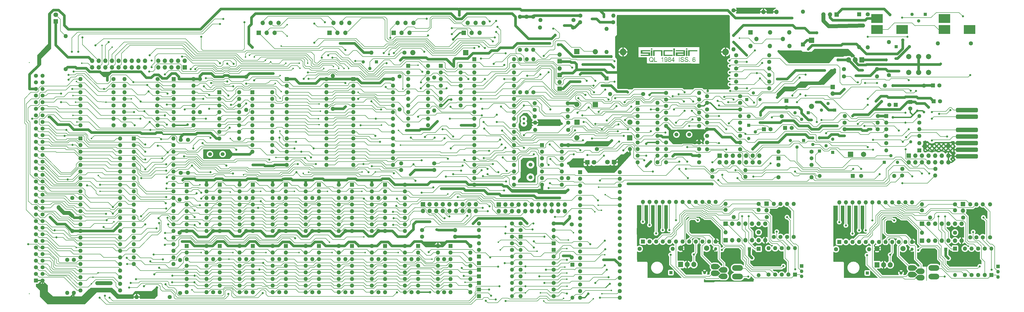
<source format=gtl>
%TF.GenerationSoftware,KiCad,Pcbnew,8.0.6+1*%
%TF.CreationDate,2025-01-05T22:59:46+01:00*%
%TF.ProjectId,Issue_6,49737375-655f-4362-9e6b-696361645f70,0*%
%TF.SameCoordinates,Original*%
%TF.FileFunction,Copper,L1,Top*%
%TF.FilePolarity,Positive*%
%FSLAX46Y46*%
G04 Gerber Fmt 4.6, Leading zero omitted, Abs format (unit mm)*
G04 Created by KiCad (PCBNEW 8.0.6+1) date 2025-01-05 22:59:46*
%MOMM*%
%LPD*%
G01*
G04 APERTURE LIST*
G04 Aperture macros list*
%AMRoundRect*
0 Rectangle with rounded corners*
0 $1 Rounding radius*
0 $2 $3 $4 $5 $6 $7 $8 $9 X,Y pos of 4 corners*
0 Add a 4 corners polygon primitive as box body*
4,1,4,$2,$3,$4,$5,$6,$7,$8,$9,$2,$3,0*
0 Add four circle primitives for the rounded corners*
1,1,$1+$1,$2,$3*
1,1,$1+$1,$4,$5*
1,1,$1+$1,$6,$7*
1,1,$1+$1,$8,$9*
0 Add four rect primitives between the rounded corners*
20,1,$1+$1,$2,$3,$4,$5,0*
20,1,$1+$1,$4,$5,$6,$7,0*
20,1,$1+$1,$6,$7,$8,$9,0*
20,1,$1+$1,$8,$9,$2,$3,0*%
%AMRotRect*
0 Rectangle, with rotation*
0 The origin of the aperture is its center*
0 $1 length*
0 $2 width*
0 $3 Rotation angle, in degrees counterclockwise*
0 Add horizontal line*
21,1,$1,$2,0,0,$3*%
G04 Aperture macros list end*
%TA.AperFunction,NonConductor*%
%ADD10C,0.000000*%
%TD*%
%ADD11C,0.187500*%
%TA.AperFunction,NonConductor*%
%ADD12C,0.187500*%
%TD*%
%TA.AperFunction,ComponentPad*%
%ADD13R,1.905000X2.000000*%
%TD*%
%TA.AperFunction,ComponentPad*%
%ADD14O,1.905000X2.000000*%
%TD*%
%TA.AperFunction,ComponentPad*%
%ADD15C,1.600000*%
%TD*%
%TA.AperFunction,ComponentPad*%
%ADD16O,1.600000X1.600000*%
%TD*%
%TA.AperFunction,ComponentPad*%
%ADD17R,1.600000X1.600000*%
%TD*%
%TA.AperFunction,ComponentPad*%
%ADD18R,4.500000X3.500000*%
%TD*%
%TA.AperFunction,ComponentPad*%
%ADD19R,1.200000X1.200000*%
%TD*%
%TA.AperFunction,ComponentPad*%
%ADD20C,1.200000*%
%TD*%
%TA.AperFunction,ComponentPad*%
%ADD21R,1.500000X1.500000*%
%TD*%
%TA.AperFunction,ComponentPad*%
%ADD22O,1.500000X1.500000*%
%TD*%
%TA.AperFunction,ComponentPad*%
%ADD23R,1.700000X1.700000*%
%TD*%
%TA.AperFunction,ComponentPad*%
%ADD24O,1.700000X1.700000*%
%TD*%
%TA.AperFunction,ComponentPad*%
%ADD25R,1.350000X1.350000*%
%TD*%
%TA.AperFunction,ComponentPad*%
%ADD26O,1.350000X1.350000*%
%TD*%
%TA.AperFunction,ComponentPad*%
%ADD27RotRect,1.500000X1.500000X45.000000*%
%TD*%
%TA.AperFunction,ComponentPad*%
%ADD28RoundRect,1.100000X0.400000X0.000010X-0.400000X0.000010X-0.400000X-0.000010X0.400000X-0.000010X0*%
%TD*%
%TA.AperFunction,ComponentPad*%
%ADD29RoundRect,1.100000X-0.400000X-0.000010X0.400000X-0.000010X0.400000X0.000010X-0.400000X0.000010X0*%
%TD*%
%TA.AperFunction,ComponentPad*%
%ADD30R,1.300000X1.300000*%
%TD*%
%TA.AperFunction,ComponentPad*%
%ADD31C,1.300000*%
%TD*%
%TA.AperFunction,ComponentPad*%
%ADD32R,2.000000X2.000000*%
%TD*%
%TA.AperFunction,ComponentPad*%
%ADD33O,2.000000X2.000000*%
%TD*%
%TA.AperFunction,ComponentPad*%
%ADD34C,1.000000*%
%TD*%
%TA.AperFunction,ComponentPad*%
%ADD35RoundRect,1.100000X-0.975000X-0.000010X0.975000X-0.000010X0.975000X0.000010X-0.975000X0.000010X0*%
%TD*%
%TA.AperFunction,ComponentPad*%
%ADD36R,1.800000X1.800000*%
%TD*%
%TA.AperFunction,ComponentPad*%
%ADD37C,1.800000*%
%TD*%
%TA.AperFunction,ConnectorPad*%
%ADD38RoundRect,0.500000X-3.750000X-0.350000X3.750000X-0.350000X3.750000X0.350000X-3.750000X0.350000X0*%
%TD*%
%TA.AperFunction,ComponentPad*%
%ADD39C,2.000000*%
%TD*%
%TA.AperFunction,ComponentPad*%
%ADD40C,1.500000*%
%TD*%
%TA.AperFunction,ComponentPad*%
%ADD41RoundRect,0.249999X-0.525001X0.525001X-0.525001X-0.525001X0.525001X-0.525001X0.525001X0.525001X0*%
%TD*%
%TA.AperFunction,ComponentPad*%
%ADD42C,1.550000*%
%TD*%
%TA.AperFunction,ComponentPad*%
%ADD43O,2.500000X2.600000*%
%TD*%
%TA.AperFunction,ComponentPad*%
%ADD44O,2.500000X2.500000*%
%TD*%
%TA.AperFunction,ViaPad*%
%ADD45C,0.800000*%
%TD*%
%TA.AperFunction,ViaPad*%
%ADD46C,0.600000*%
%TD*%
%TA.AperFunction,ViaPad*%
%ADD47C,1.000000*%
%TD*%
%TA.AperFunction,ViaPad*%
%ADD48C,1.200000*%
%TD*%
%TA.AperFunction,Conductor*%
%ADD49C,0.200000*%
%TD*%
%TA.AperFunction,Conductor*%
%ADD50C,1.000000*%
%TD*%
%TA.AperFunction,Conductor*%
%ADD51C,1.500000*%
%TD*%
%TA.AperFunction,Conductor*%
%ADD52C,0.500000*%
%TD*%
%ADD53C,0.350000*%
%ADD54C,0.300000*%
G04 APERTURE END LIST*
D10*
%TA.AperFunction,NonConductor*%
G36*
X278827905Y-108031330D02*
G01*
X278267842Y-108031330D01*
X278267842Y-107634223D01*
X278827905Y-107634223D01*
X278827905Y-108031330D01*
G37*
%TD.AperFunction*%
%TA.AperFunction,NonConductor*%
G36*
X265390353Y-108031330D02*
G01*
X264829358Y-108031330D01*
X264829358Y-107634223D01*
X265390353Y-107634223D01*
X265390353Y-108031330D01*
G37*
%TD.AperFunction*%
%TA.AperFunction,NonConductor*%
G36*
X264541000Y-108712000D02*
G01*
X261591413Y-108712000D01*
X261591413Y-109127782D01*
X264541000Y-109127782D01*
X264541000Y-110500327D01*
X260952336Y-110500327D01*
X260952336Y-110021841D01*
X263879760Y-110021841D01*
X263879760Y-109601073D01*
X261881684Y-109618623D01*
X260952336Y-109601073D01*
X260952336Y-108275860D01*
X264541000Y-108275860D01*
X264541000Y-108712000D01*
G37*
%TD.AperFunction*%
%TA.AperFunction,NonConductor*%
G36*
X277943959Y-110500327D02*
G01*
X277329146Y-110500327D01*
X274347406Y-110500327D01*
X274344449Y-110021842D01*
X274342547Y-109713925D01*
X274343482Y-109601083D01*
X275025791Y-109601083D01*
X275025791Y-110021842D01*
X277329146Y-110021842D01*
X277329146Y-109601083D01*
X275025791Y-109601083D01*
X274343482Y-109601083D01*
X274347406Y-109127782D01*
X277329146Y-109127782D01*
X277329146Y-108712000D01*
X274347406Y-108712000D01*
X274347406Y-108275860D01*
X277943959Y-108275860D01*
X277943959Y-110500327D01*
G37*
%TD.AperFunction*%
%TA.AperFunction,NonConductor*%
G36*
X274023989Y-110500327D02*
G01*
X273448151Y-110500327D01*
X273448151Y-107634224D01*
X274023989Y-107634224D01*
X274023989Y-110500327D01*
G37*
%TD.AperFunction*%
%TA.AperFunction,NonConductor*%
G36*
X273219394Y-108712000D02*
G01*
X270182435Y-108712000D01*
X270182435Y-110021841D01*
X273219394Y-110021841D01*
X273219376Y-110500308D01*
X269618585Y-110500327D01*
X269618585Y-108275860D01*
X273219394Y-108275860D01*
X273219394Y-108712000D01*
G37*
%TD.AperFunction*%
%TA.AperFunction,NonConductor*%
G36*
X269306846Y-110500327D02*
G01*
X268738894Y-110500327D01*
X268738894Y-108712000D01*
X266277775Y-108712000D01*
X266277775Y-110500327D01*
X265630942Y-110500327D01*
X265630942Y-108275860D01*
X269306846Y-108275860D01*
X269306846Y-110500327D01*
G37*
%TD.AperFunction*%
%TA.AperFunction,NonConductor*%
G36*
X278827905Y-110500327D02*
G01*
X278267842Y-110500327D01*
X278267842Y-108275860D01*
X278827905Y-108275860D01*
X278827905Y-110500327D01*
G37*
%TD.AperFunction*%
%TA.AperFunction,NonConductor*%
G36*
X265390353Y-110500327D02*
G01*
X264829358Y-110500327D01*
X264829358Y-108275860D01*
X265390353Y-108275860D01*
X265390353Y-110500327D01*
G37*
%TD.AperFunction*%
%TA.AperFunction,NonConductor*%
G36*
X282636317Y-108712000D02*
G01*
X279671943Y-108712000D01*
X279671943Y-110500327D01*
X279103993Y-110500327D01*
X279103993Y-108275860D01*
X282636317Y-108275860D01*
X282636317Y-108712000D01*
G37*
%TD.AperFunction*%
D11*
D12*
G36*
X265072562Y-110931115D02*
G01*
X265158991Y-110943286D01*
X265255531Y-110967742D01*
X265347450Y-111003243D01*
X265422558Y-111042462D01*
X265503911Y-111097349D01*
X265576306Y-111161031D01*
X265639742Y-111233507D01*
X265694220Y-111314779D01*
X265721328Y-111365168D01*
X265756335Y-111444769D01*
X265784100Y-111528097D01*
X265804621Y-111615151D01*
X265817900Y-111705933D01*
X265823935Y-111800440D01*
X265824338Y-111832771D01*
X265821167Y-111925306D01*
X265811657Y-112013669D01*
X265795806Y-112097859D01*
X265769926Y-112188967D01*
X265758087Y-112221728D01*
X265720767Y-112305263D01*
X265675059Y-112383187D01*
X265620963Y-112455502D01*
X265558479Y-112522207D01*
X265628311Y-112573600D01*
X265705114Y-112624470D01*
X265787686Y-112671673D01*
X265857677Y-112704718D01*
X265789289Y-112867139D01*
X265706302Y-112834908D01*
X265623398Y-112795437D01*
X265540575Y-112748726D01*
X265457834Y-112694774D01*
X265410590Y-112660693D01*
X265322981Y-112699332D01*
X265231446Y-112728480D01*
X265135983Y-112748138D01*
X265036593Y-112758306D01*
X264978036Y-112759856D01*
X264889840Y-112755783D01*
X264804769Y-112743567D01*
X264709470Y-112719020D01*
X264618425Y-112683388D01*
X264543772Y-112644024D01*
X264462963Y-112588681D01*
X264390702Y-112524380D01*
X264326992Y-112451120D01*
X264271830Y-112368902D01*
X264244147Y-112317898D01*
X264208414Y-112237160D01*
X264180074Y-112152665D01*
X264159127Y-112064414D01*
X264145573Y-111972405D01*
X264139412Y-111876640D01*
X264139001Y-111843884D01*
X264139017Y-111843457D01*
X264379214Y-111843457D01*
X264383367Y-111944891D01*
X264395827Y-112038686D01*
X264416593Y-112124843D01*
X264452476Y-112218149D01*
X264500321Y-112300455D01*
X264549329Y-112360641D01*
X264616443Y-112421940D01*
X264690199Y-112470556D01*
X264770596Y-112506490D01*
X264857636Y-112529741D01*
X264951317Y-112540310D01*
X264984020Y-112541014D01*
X265075643Y-112534523D01*
X265163298Y-112515048D01*
X265219531Y-112494852D01*
X265142890Y-112451945D01*
X265063421Y-112418432D01*
X264988722Y-112396117D01*
X265045142Y-112226429D01*
X265130030Y-112253772D01*
X265218781Y-112291532D01*
X265298716Y-112336238D01*
X265369836Y-112387890D01*
X265378106Y-112394835D01*
X265437334Y-112332881D01*
X265486523Y-112261891D01*
X265525674Y-112181863D01*
X265554786Y-112092799D01*
X265573859Y-111994698D01*
X265582894Y-111887560D01*
X265583697Y-111842174D01*
X265580220Y-111752915D01*
X265567732Y-111657165D01*
X265546160Y-111568093D01*
X265515506Y-111485701D01*
X265511035Y-111475871D01*
X265464821Y-111393213D01*
X265407922Y-111321713D01*
X265340340Y-111261369D01*
X265298177Y-111232666D01*
X265216647Y-111190723D01*
X265129774Y-111162507D01*
X265037559Y-111148017D01*
X264984020Y-111145899D01*
X264889227Y-111152060D01*
X264800715Y-111170543D01*
X264718484Y-111201347D01*
X264642534Y-111244474D01*
X264572866Y-111299922D01*
X264551039Y-111321143D01*
X264492645Y-111392770D01*
X264446333Y-111476539D01*
X264412102Y-111572449D01*
X264392805Y-111661649D01*
X264381898Y-111759281D01*
X264379214Y-111843457D01*
X264139017Y-111843457D01*
X264142712Y-111747283D01*
X264153847Y-111653987D01*
X264172405Y-111563997D01*
X264198386Y-111477314D01*
X264231791Y-111393936D01*
X264244575Y-111366878D01*
X264287466Y-111289861D01*
X264345444Y-111209124D01*
X264411972Y-111138205D01*
X264487049Y-111077104D01*
X264545909Y-111039470D01*
X264633577Y-110995669D01*
X264725662Y-110962625D01*
X264822165Y-110940341D01*
X264908398Y-110929802D01*
X264982738Y-110927057D01*
X265072562Y-110931115D01*
G37*
G36*
X266117979Y-112732501D02*
G01*
X266117979Y-110954413D01*
X266351353Y-110954413D01*
X266351353Y-112513659D01*
X267219025Y-112513659D01*
X267219025Y-112732501D01*
X266117979Y-112732501D01*
G37*
G36*
X269486087Y-112732501D02*
G01*
X269269810Y-112732501D01*
X269269810Y-111346789D01*
X269204294Y-111402948D01*
X269132199Y-111454534D01*
X269064646Y-111496815D01*
X268987852Y-111539933D01*
X268909259Y-111578974D01*
X268836829Y-111609228D01*
X268836829Y-111398935D01*
X268914115Y-111359630D01*
X268997082Y-111310503D01*
X269074332Y-111256888D01*
X269145866Y-111198784D01*
X269154406Y-111191206D01*
X269217397Y-111130565D01*
X269276385Y-111063494D01*
X269327175Y-110990397D01*
X269346747Y-110954413D01*
X269486087Y-110954413D01*
X269486087Y-112732501D01*
G37*
G36*
X270682087Y-110961783D02*
G01*
X270771879Y-110983895D01*
X270856937Y-111020748D01*
X270902146Y-111047591D01*
X270976799Y-111106019D01*
X271040632Y-111176956D01*
X271088290Y-111250513D01*
X271118423Y-111312167D01*
X271147236Y-111394704D01*
X271168971Y-111491966D01*
X271181970Y-111587055D01*
X271188830Y-111674560D01*
X271192079Y-111769579D01*
X271192368Y-111809690D01*
X271190573Y-111912118D01*
X271185189Y-112007825D01*
X271176214Y-112096812D01*
X271160707Y-112194726D01*
X271140030Y-112282962D01*
X271118851Y-112349100D01*
X271083438Y-112432408D01*
X271034551Y-112516397D01*
X270976689Y-112588418D01*
X270909850Y-112648471D01*
X270900864Y-112655137D01*
X270825317Y-112700951D01*
X270743572Y-112733676D01*
X270655629Y-112753311D01*
X270561489Y-112759856D01*
X270474602Y-112754027D01*
X270384168Y-112733089D01*
X270303191Y-112696925D01*
X270231671Y-112645534D01*
X270223396Y-112638040D01*
X270164518Y-112570747D01*
X270118676Y-112491112D01*
X270085872Y-112399136D01*
X270067861Y-112308532D01*
X270066103Y-112294817D01*
X270274259Y-112267462D01*
X270298135Y-112357147D01*
X270337084Y-112433673D01*
X270375131Y-112476473D01*
X270448517Y-112520593D01*
X270537773Y-112540006D01*
X270566190Y-112541014D01*
X270654416Y-112531904D01*
X270736308Y-112502105D01*
X270741007Y-112499554D01*
X270813215Y-112447207D01*
X270864106Y-112387996D01*
X270905911Y-112311504D01*
X270936521Y-112227131D01*
X270944889Y-112197792D01*
X270963383Y-112113015D01*
X270974201Y-112025005D01*
X270977373Y-111942192D01*
X270976091Y-111898594D01*
X270920693Y-111970702D01*
X270851951Y-112031871D01*
X270798710Y-112066572D01*
X270719254Y-112103075D01*
X270635455Y-112124425D01*
X270555505Y-112130686D01*
X270462973Y-112123078D01*
X270376863Y-112100252D01*
X270297175Y-112062210D01*
X270223910Y-112008950D01*
X270184927Y-111971684D01*
X270125970Y-111897086D01*
X270081494Y-111812794D01*
X270051498Y-111718807D01*
X270037313Y-111630530D01*
X270034159Y-111563066D01*
X270255880Y-111563066D01*
X270265772Y-111654361D01*
X270299506Y-111741673D01*
X270357180Y-111815246D01*
X270432723Y-111870243D01*
X270519479Y-111902411D01*
X270608078Y-111911845D01*
X270696852Y-111902411D01*
X270782355Y-111870243D01*
X270855130Y-111815246D01*
X270910370Y-111739703D01*
X270940690Y-111655687D01*
X270951776Y-111567582D01*
X270952155Y-111546396D01*
X270944311Y-111455564D01*
X270917196Y-111367725D01*
X270870714Y-111293660D01*
X270852993Y-111274126D01*
X270780020Y-111216696D01*
X270697452Y-111183105D01*
X270614062Y-111173254D01*
X270527625Y-111183856D01*
X270440837Y-111220010D01*
X270369477Y-111275141D01*
X270362736Y-111281820D01*
X270306386Y-111355935D01*
X270270906Y-111442572D01*
X270256819Y-111531252D01*
X270255880Y-111563066D01*
X270034159Y-111563066D01*
X270033619Y-111551525D01*
X270039179Y-111454388D01*
X270055858Y-111364614D01*
X270083658Y-111282202D01*
X270130144Y-111195362D01*
X270191766Y-111118544D01*
X270264760Y-111054590D01*
X270345362Y-111006345D01*
X270433573Y-110973807D01*
X270529392Y-110956977D01*
X270587562Y-110954413D01*
X270682087Y-110961783D01*
G37*
G36*
X272067539Y-110960610D02*
G01*
X272155697Y-110979202D01*
X272245830Y-111015626D01*
X272324637Y-111068240D01*
X272342569Y-111083922D01*
X272404091Y-111152203D01*
X272448036Y-111227537D01*
X272474402Y-111309923D01*
X272483191Y-111399362D01*
X272472540Y-111490551D01*
X272440584Y-111571723D01*
X272418650Y-111605808D01*
X272355483Y-111670370D01*
X272277514Y-111718195D01*
X272223317Y-111740875D01*
X272308526Y-111776957D01*
X272381428Y-111823656D01*
X272447996Y-111887996D01*
X272470369Y-111917401D01*
X272514998Y-111998128D01*
X272543098Y-112088037D01*
X272554255Y-112176807D01*
X272554999Y-112208050D01*
X272547349Y-112306759D01*
X272524401Y-112398309D01*
X272486154Y-112482701D01*
X272432608Y-112559934D01*
X272395142Y-112600854D01*
X272320357Y-112662809D01*
X272235878Y-112709546D01*
X272141703Y-112741067D01*
X272053267Y-112755974D01*
X271974128Y-112759856D01*
X271879901Y-112754251D01*
X271792766Y-112737436D01*
X271700074Y-112703651D01*
X271617035Y-112654607D01*
X271553542Y-112600426D01*
X271491254Y-112526725D01*
X271444265Y-112445498D01*
X271412574Y-112356744D01*
X271396183Y-112260463D01*
X271393685Y-112202066D01*
X271394148Y-112195655D01*
X271616374Y-112195655D01*
X271627273Y-112282743D01*
X271659971Y-112367052D01*
X271710542Y-112436619D01*
X271779708Y-112489845D01*
X271790336Y-112495707D01*
X271874591Y-112528227D01*
X271964670Y-112540837D01*
X271977120Y-112541014D01*
X272068791Y-112531706D01*
X272149860Y-112503781D01*
X272226790Y-112451562D01*
X272233148Y-112445698D01*
X272290578Y-112373764D01*
X272324169Y-112289606D01*
X272334020Y-112202494D01*
X272323835Y-112114045D01*
X272289105Y-112028418D01*
X272236145Y-111961182D01*
X272229728Y-111955014D01*
X272159721Y-111903398D01*
X272079529Y-111870899D01*
X271989152Y-111857516D01*
X271969854Y-111857134D01*
X271879577Y-111866609D01*
X271792036Y-111898920D01*
X271716818Y-111954160D01*
X271659632Y-112026278D01*
X271626183Y-112109811D01*
X271616374Y-112195655D01*
X271394148Y-112195655D01*
X271400582Y-112106647D01*
X271421274Y-112020424D01*
X271460444Y-111935406D01*
X271480880Y-111904578D01*
X271542598Y-111836983D01*
X271618758Y-111784332D01*
X271699650Y-111749721D01*
X271729214Y-111740875D01*
X271644882Y-111703408D01*
X271571662Y-111651476D01*
X271529606Y-111604953D01*
X271487542Y-111527352D01*
X271466922Y-111438323D01*
X271464964Y-111399789D01*
X271686044Y-111399789D01*
X271701424Y-111484430D01*
X271752039Y-111558774D01*
X271766400Y-111571614D01*
X271846248Y-111617195D01*
X271936802Y-111636665D01*
X271975838Y-111638293D01*
X272063133Y-111628976D01*
X272143458Y-111597856D01*
X272180575Y-111572042D01*
X272237945Y-111503357D01*
X272260425Y-111415602D01*
X272260503Y-111409620D01*
X272242377Y-111322898D01*
X272187999Y-111250262D01*
X272178010Y-111241642D01*
X272104630Y-111197364D01*
X272017847Y-111175658D01*
X271973273Y-111173254D01*
X271886259Y-111182631D01*
X271805424Y-111213951D01*
X271767682Y-111239932D01*
X271709084Y-111308266D01*
X271686124Y-111393992D01*
X271686044Y-111399789D01*
X271464964Y-111399789D01*
X271464638Y-111393378D01*
X271473266Y-111304126D01*
X271499152Y-111222301D01*
X271542295Y-111147903D01*
X271602696Y-111080930D01*
X271677629Y-111025579D01*
X271763942Y-110986042D01*
X271848801Y-110964420D01*
X271942374Y-110954907D01*
X271970709Y-110954413D01*
X272067539Y-110960610D01*
G37*
G36*
X273668868Y-112103331D02*
G01*
X273906944Y-112103331D01*
X273906944Y-112322173D01*
X273668868Y-112322173D01*
X273668868Y-112732501D01*
X273452591Y-112732501D01*
X273452591Y-112322173D01*
X272687928Y-112322173D01*
X272687928Y-112103331D01*
X272900786Y-112103331D01*
X273452591Y-112103331D01*
X273452591Y-111333966D01*
X272900786Y-112103331D01*
X272687928Y-112103331D01*
X273492342Y-110981768D01*
X273668868Y-110981768D01*
X273668868Y-112103331D01*
G37*
G36*
X275609805Y-112732501D02*
G01*
X275609805Y-110954413D01*
X275843179Y-110954413D01*
X275843179Y-112732501D01*
X275609805Y-112732501D01*
G37*
G36*
X276171442Y-112130686D02*
G01*
X276391138Y-112130686D01*
X276406859Y-112216763D01*
X276435069Y-112297876D01*
X276463800Y-112349955D01*
X276520706Y-112414051D01*
X276591642Y-112463699D01*
X276641182Y-112488441D01*
X276727341Y-112518373D01*
X276811891Y-112534802D01*
X276902368Y-112540963D01*
X276911742Y-112541014D01*
X276999737Y-112536317D01*
X277087323Y-112520479D01*
X277147253Y-112501264D01*
X277226867Y-112460463D01*
X277293011Y-112400009D01*
X277299416Y-112391415D01*
X277338437Y-112314162D01*
X277349425Y-112241389D01*
X277334143Y-112156999D01*
X277301126Y-112100339D01*
X277232530Y-112041159D01*
X277149409Y-112000393D01*
X277142551Y-111997757D01*
X277056544Y-111970522D01*
X276963777Y-111945800D01*
X276872832Y-111923252D01*
X276828821Y-111912699D01*
X276742889Y-111891111D01*
X276655549Y-111866457D01*
X276572762Y-111838981D01*
X276488591Y-111802424D01*
X276409480Y-111752845D01*
X276345520Y-111695791D01*
X276300524Y-111637438D01*
X276262757Y-111560020D01*
X276242421Y-111475871D01*
X276238547Y-111416032D01*
X276247487Y-111325832D01*
X276274306Y-111239774D01*
X276314202Y-111165133D01*
X276368289Y-111097488D01*
X276435984Y-111040946D01*
X276517287Y-110995507D01*
X276535180Y-110987752D01*
X276619701Y-110958412D01*
X276709294Y-110938675D01*
X276803958Y-110928539D01*
X276858741Y-110927057D01*
X276953923Y-110930958D01*
X277043282Y-110942658D01*
X277126817Y-110962160D01*
X277204528Y-110989461D01*
X277283200Y-111029196D01*
X277357765Y-111084210D01*
X277418807Y-111150661D01*
X277434482Y-111172827D01*
X277477667Y-111251558D01*
X277506243Y-111336551D01*
X277520209Y-111427804D01*
X277521250Y-111446806D01*
X277297706Y-111446806D01*
X277278055Y-111360937D01*
X277236961Y-111282873D01*
X277175463Y-111221981D01*
X277092339Y-111178665D01*
X277006897Y-111156598D01*
X276917779Y-111147088D01*
X276868572Y-111145899D01*
X276781489Y-111149580D01*
X276695389Y-111162804D01*
X276607901Y-111192857D01*
X276559971Y-111222835D01*
X276497427Y-111290290D01*
X276465731Y-111374766D01*
X276463373Y-111407910D01*
X276480470Y-111493716D01*
X276531761Y-111563066D01*
X276612885Y-111609007D01*
X276700827Y-111640102D01*
X276784561Y-111663669D01*
X276883532Y-111687446D01*
X276968004Y-111706973D01*
X277057884Y-111729413D01*
X277146904Y-111754225D01*
X277236294Y-111783963D01*
X277273771Y-111799432D01*
X277353934Y-111842352D01*
X277428016Y-111897099D01*
X277491282Y-111965902D01*
X277500733Y-111979378D01*
X277542589Y-112058250D01*
X277567071Y-112145002D01*
X277574250Y-112230704D01*
X277566361Y-112317274D01*
X277542694Y-112400672D01*
X277503249Y-112480897D01*
X277493467Y-112496562D01*
X277436357Y-112569141D01*
X277365473Y-112630867D01*
X277289900Y-112677141D01*
X277262230Y-112690613D01*
X277174384Y-112724085D01*
X277091304Y-112744641D01*
X277003521Y-112756542D01*
X276922855Y-112759856D01*
X276835830Y-112757271D01*
X276741215Y-112747723D01*
X276654044Y-112731138D01*
X276563537Y-112703569D01*
X276521930Y-112686339D01*
X276445474Y-112644932D01*
X276369808Y-112587237D01*
X276305095Y-112517776D01*
X276268040Y-112464932D01*
X276227541Y-112388584D01*
X276197942Y-112307426D01*
X276179242Y-112221461D01*
X276171442Y-112130686D01*
G37*
G36*
X277804205Y-112130686D02*
G01*
X278023901Y-112130686D01*
X278039623Y-112216763D01*
X278067833Y-112297876D01*
X278096564Y-112349955D01*
X278153469Y-112414051D01*
X278224405Y-112463699D01*
X278273945Y-112488441D01*
X278360104Y-112518373D01*
X278444654Y-112534802D01*
X278535131Y-112540963D01*
X278544505Y-112541014D01*
X278632501Y-112536317D01*
X278720086Y-112520479D01*
X278780016Y-112501264D01*
X278859631Y-112460463D01*
X278925775Y-112400009D01*
X278932180Y-112391415D01*
X278971200Y-112314162D01*
X278982188Y-112241389D01*
X278966906Y-112156999D01*
X278933889Y-112100339D01*
X278865293Y-112041159D01*
X278782172Y-112000393D01*
X278775315Y-111997757D01*
X278689308Y-111970522D01*
X278596541Y-111945800D01*
X278505595Y-111923252D01*
X278461585Y-111912699D01*
X278375652Y-111891111D01*
X278288312Y-111866457D01*
X278205525Y-111838981D01*
X278121354Y-111802424D01*
X278042243Y-111752845D01*
X277978284Y-111695791D01*
X277933287Y-111637438D01*
X277895520Y-111560020D01*
X277875184Y-111475871D01*
X277871311Y-111416032D01*
X277880250Y-111325832D01*
X277907069Y-111239774D01*
X277946965Y-111165133D01*
X278001053Y-111097488D01*
X278068748Y-111040946D01*
X278150050Y-110995507D01*
X278167944Y-110987752D01*
X278252465Y-110958412D01*
X278342058Y-110938675D01*
X278436722Y-110928539D01*
X278491504Y-110927057D01*
X278586687Y-110930958D01*
X278676045Y-110942658D01*
X278759580Y-110962160D01*
X278837291Y-110989461D01*
X278915963Y-111029196D01*
X278990529Y-111084210D01*
X279051571Y-111150661D01*
X279067246Y-111172827D01*
X279110431Y-111251558D01*
X279139006Y-111336551D01*
X279152973Y-111427804D01*
X279154013Y-111446806D01*
X278930470Y-111446806D01*
X278910818Y-111360937D01*
X278869725Y-111282873D01*
X278808226Y-111221981D01*
X278725102Y-111178665D01*
X278639661Y-111156598D01*
X278550542Y-111147088D01*
X278501335Y-111145899D01*
X278414252Y-111149580D01*
X278328153Y-111162804D01*
X278240664Y-111192857D01*
X278192734Y-111222835D01*
X278130191Y-111290290D01*
X278098495Y-111374766D01*
X278096136Y-111407910D01*
X278113233Y-111493716D01*
X278164524Y-111563066D01*
X278245648Y-111609007D01*
X278333591Y-111640102D01*
X278417324Y-111663669D01*
X278516295Y-111687446D01*
X278600768Y-111706973D01*
X278690647Y-111729413D01*
X278779667Y-111754225D01*
X278869057Y-111783963D01*
X278906534Y-111799432D01*
X278986698Y-111842352D01*
X279060779Y-111897099D01*
X279124045Y-111965902D01*
X279133497Y-111979378D01*
X279175353Y-112058250D01*
X279199834Y-112145002D01*
X279207014Y-112230704D01*
X279199125Y-112317274D01*
X279175458Y-112400672D01*
X279136013Y-112480897D01*
X279126230Y-112496562D01*
X279069121Y-112569141D01*
X278998237Y-112630867D01*
X278922664Y-112677141D01*
X278894994Y-112690613D01*
X278807148Y-112724085D01*
X278724067Y-112744641D01*
X278636285Y-112756542D01*
X278555618Y-112759856D01*
X278468594Y-112757271D01*
X278373978Y-112747723D01*
X278286808Y-112731138D01*
X278196301Y-112703569D01*
X278154693Y-112686339D01*
X278078238Y-112644932D01*
X278002571Y-112587237D01*
X277937859Y-112517776D01*
X277900803Y-112464932D01*
X277860305Y-112388584D01*
X277830705Y-112307426D01*
X277812006Y-112221461D01*
X277804205Y-112130686D01*
G37*
G36*
X279549809Y-112732501D02*
G01*
X279549809Y-112513659D01*
X279796433Y-112513659D01*
X279796433Y-112732501D01*
X279549809Y-112732501D01*
G37*
G36*
X281499547Y-110960323D02*
G01*
X281590622Y-110981554D01*
X281672240Y-111018226D01*
X281744402Y-111070339D01*
X281752757Y-111077938D01*
X281812570Y-111145605D01*
X281859079Y-111225079D01*
X281892285Y-111316361D01*
X281910426Y-111405919D01*
X281912187Y-111419451D01*
X281697192Y-111446806D01*
X281672087Y-111362236D01*
X281631409Y-111283741D01*
X281615554Y-111264296D01*
X281543806Y-111208817D01*
X281460639Y-111178944D01*
X281398849Y-111173254D01*
X281313169Y-111183399D01*
X281232081Y-111216783D01*
X281217193Y-111226255D01*
X281146648Y-111286121D01*
X281092648Y-111356628D01*
X281056054Y-111425435D01*
X281027545Y-111509385D01*
X281009640Y-111601435D01*
X280999714Y-111695434D01*
X280995472Y-111786000D01*
X280994933Y-111818238D01*
X281047200Y-111749717D01*
X281112505Y-111688228D01*
X281185991Y-111641285D01*
X281265075Y-111608432D01*
X281354113Y-111588146D01*
X281422785Y-111583582D01*
X281514338Y-111591232D01*
X281599756Y-111614180D01*
X281679037Y-111652427D01*
X281752183Y-111705973D01*
X281791225Y-111743439D01*
X281850515Y-111817669D01*
X281895243Y-111900857D01*
X281925408Y-111993003D01*
X281939674Y-112079116D01*
X281943389Y-112155904D01*
X281937708Y-112247604D01*
X281920668Y-112335653D01*
X281892268Y-112420050D01*
X281871581Y-112465360D01*
X281827170Y-112540388D01*
X281767831Y-112611381D01*
X281697974Y-112669350D01*
X281674966Y-112684201D01*
X281593663Y-112724097D01*
X281505765Y-112749217D01*
X281411273Y-112759560D01*
X281391583Y-112759856D01*
X281293769Y-112752838D01*
X281202928Y-112731786D01*
X281119059Y-112696699D01*
X281042163Y-112647576D01*
X280972239Y-112584419D01*
X280950480Y-112560248D01*
X280892522Y-112476304D01*
X280853384Y-112392462D01*
X280822573Y-112295993D01*
X280803920Y-112209726D01*
X280795837Y-112152485D01*
X281028699Y-112152485D01*
X281037780Y-112240608D01*
X281065024Y-112325458D01*
X281076143Y-112349100D01*
X281124938Y-112422497D01*
X281193378Y-112482253D01*
X281209072Y-112491860D01*
X281290999Y-112527142D01*
X281376494Y-112540822D01*
X281388163Y-112541014D01*
X281477895Y-112529044D01*
X281558434Y-112493134D01*
X281623675Y-112439714D01*
X281675742Y-112369039D01*
X281708525Y-112284172D01*
X281721542Y-112195657D01*
X281722410Y-112163598D01*
X281714701Y-112074756D01*
X281688054Y-111989288D01*
X281636758Y-111911375D01*
X281624957Y-111899022D01*
X281551998Y-111844025D01*
X281467120Y-111811857D01*
X281379615Y-111802424D01*
X281292327Y-111811857D01*
X281206338Y-111844025D01*
X281130854Y-111899022D01*
X281072693Y-111972554D01*
X281038675Y-112060330D01*
X281028699Y-112152485D01*
X280795837Y-112152485D01*
X280790597Y-112115379D01*
X280782602Y-112012951D01*
X280779938Y-111902441D01*
X280781598Y-111808808D01*
X280786580Y-111720088D01*
X280798387Y-111609438D01*
X280816099Y-111507524D01*
X280839714Y-111414345D01*
X280869233Y-111329902D01*
X280914434Y-111236632D01*
X280968860Y-111157012D01*
X281034581Y-111088160D01*
X281108327Y-111033553D01*
X281190097Y-110993191D01*
X281279891Y-110967075D01*
X281377710Y-110955204D01*
X281412099Y-110954413D01*
X281499547Y-110960323D01*
G37*
D13*
%TO.P,IC31,1,VI*%
%TO.N,/+VIN1*%
X276225000Y-190683000D03*
D14*
%TO.P,IC31,2,GND*%
%TO.N,GND1*%
X278765000Y-190683000D03*
%TO.P,IC31,3,VO*%
%TO.N,Net-(IC29-VCC)*%
X281305000Y-190683000D03*
%TD*%
D15*
%TO.P,R47,1*%
%TO.N,VCC*%
X58420000Y-137160000D03*
D16*
%TO.P,R47,2*%
%TO.N,Net-(IC22-~{PCEN})*%
X45720000Y-137160000D03*
%TD*%
D17*
%TO.P,C22,1*%
%TO.N,Net-(TR7-B)*%
X358902000Y-129286000D03*
D15*
%TO.P,C22,2*%
%TO.N,/MOTOR1_ON*%
X356402000Y-129286000D03*
%TD*%
%TO.P,R56,1*%
%TO.N,Net-(TR9-B)*%
X297585000Y-115310000D03*
D16*
%TO.P,R56,2*%
%TO.N,/CSYNC*%
X310285000Y-115310000D03*
%TD*%
D15*
%TO.P,R62,1*%
%TO.N,Net-(D4-A)*%
X211455000Y-185039000D03*
D16*
%TO.P,R62,2*%
%TO.N,VCC*%
X198755000Y-185039000D03*
%TD*%
D18*
%TO.P,J10,G*%
%TO.N,GND*%
X377571000Y-96092000D03*
%TO.P,J10,T*%
%TO.N,Net-(J10-PadT)*%
X377571000Y-100283000D03*
%TO.P,J10,TN*%
%TO.N,Net-(J10-PadTN)*%
X387223000Y-100283000D03*
%TD*%
D15*
%TO.P,C31,1*%
%TO.N,Net-(C31-Pad1)*%
X283337000Y-137414000D03*
D16*
%TO.P,C31,2*%
%TO.N,GND*%
X270637000Y-137414000D03*
%TD*%
D19*
%TO.P,C10,1*%
%TO.N,Net-(IC30-VCC)*%
X347980000Y-193929000D03*
D20*
%TO.P,C10,2*%
%TO.N,GND2*%
X360934000Y-193929000D03*
%TD*%
D21*
%TO.P,D2,1,K*%
%TO.N,/IC24_DB.1*%
X227457000Y-182499000D03*
D22*
%TO.P,D2,2,A*%
%TO.N,Net-(D2-A)*%
X214757000Y-182499000D03*
%TD*%
D23*
%TO.P,J201,1,Pin_1*%
%TO.N,Net-(J201-Pin_1)*%
X368935000Y-175006000D03*
D24*
%TO.P,J201,2,Pin_2*%
%TO.N,Net-(IC30-READ{slash}WRITE)*%
X371475000Y-175006000D03*
%TO.P,J201,3,Pin_3*%
%TO.N,Net-(J201-Pin_3)*%
X374015000Y-175006000D03*
%TO.P,J201,4,Pin_4*%
%TO.N,Net-(D15-K)*%
X376555000Y-175006000D03*
%TO.P,J201,5,Pin_5*%
%TO.N,unconnected-(J201-Pin_5-Pad5)*%
X379095000Y-175006000D03*
%TO.P,J201,6,Pin_6*%
%TO.N,unconnected-(J201-Pin_6-Pad6)*%
X381635000Y-175006000D03*
%TO.P,J201,7,Pin_7*%
%TO.N,Net-(J201-Pin_7)*%
X384175000Y-175006000D03*
%TD*%
D15*
%TO.P,R86,1*%
%TO.N,Net-(M1-IN)*%
X244094000Y-146304000D03*
D16*
%TO.P,R86,2*%
%TO.N,GND*%
X256794000Y-146304000D03*
%TD*%
D15*
%TO.P,R48,1*%
%TO.N,/RED*%
X233045000Y-138938000D03*
D16*
%TO.P,R48,2*%
%TO.N,Net-(C23-Pad2)*%
X220345000Y-138938000D03*
%TD*%
D15*
%TO.P,R21,1*%
%TO.N,/IC24_DB.3*%
X227457000Y-195199000D03*
D16*
%TO.P,R21,2*%
%TO.N,GND*%
X214757000Y-195199000D03*
%TD*%
D25*
%TO.P,SW2,1,B*%
%TO.N,Net-(J201-Pin_1)*%
X398145000Y-191453000D03*
D26*
%TO.P,SW2,2,A*%
%TO.N,Net-(SW2-A)*%
X398145000Y-193453000D03*
%TO.P,SW2,3,C*%
%TO.N,Net-(D13-K)*%
X398145000Y-195453000D03*
%TD*%
D21*
%TO.P,D1,1,K*%
%TO.N,/IC24_DB.0*%
X227457000Y-185039000D03*
D22*
%TO.P,D1,2,A*%
%TO.N,Net-(D1-A)*%
X214757000Y-185039000D03*
%TD*%
D17*
%TO.P,IC5,1,NC*%
%TO.N,unconnected-(IC5-NC-Pad1)*%
X137287000Y-160020000D03*
D16*
%TO.P,IC5,2,D0i*%
%TO.N,/DB4*%
X137287000Y-162560000D03*
%TO.P,IC5,3,~{WR}*%
%TO.N,/WRL*%
X137287000Y-165100000D03*
%TO.P,IC5,4,~{RAS}*%
%TO.N,/RASL*%
X137287000Y-167640000D03*
%TO.P,IC5,5,A0*%
%TO.N,/DA0*%
X137287000Y-170180000D03*
%TO.P,IC5,6,A2*%
%TO.N,/DA2*%
X137287000Y-172720000D03*
%TO.P,IC5,7,A1*%
%TO.N,/DA1*%
X137287000Y-175260000D03*
%TO.P,IC5,8,VCC*%
%TO.N,VCC*%
X137287000Y-177800000D03*
%TO.P,IC5,9,A7*%
%TO.N,/DA7*%
X144907000Y-177800000D03*
%TO.P,IC5,10,A5*%
%TO.N,/DA5*%
X144907000Y-175260000D03*
%TO.P,IC5,11,A4*%
%TO.N,/DA4*%
X144907000Y-172720000D03*
%TO.P,IC5,12,A3*%
%TO.N,/DA3*%
X144907000Y-170180000D03*
%TO.P,IC5,13,A6*%
%TO.N,/DA6*%
X144907000Y-167640000D03*
%TO.P,IC5,14,D0o*%
%TO.N,/DB4*%
X144907000Y-165100000D03*
%TO.P,IC5,15,~{CAS}*%
%TO.N,/CAS0L*%
X144907000Y-162560000D03*
%TO.P,IC5,16,GND*%
%TO.N,GND*%
X144907000Y-160020000D03*
%TD*%
D15*
%TO.P,R10,1*%
%TO.N,+12V*%
X235077000Y-96647000D03*
D16*
%TO.P,R10,2*%
%TO.N,Net-(J5-Pin_6)*%
X222377000Y-96647000D03*
%TD*%
D17*
%TO.P,C41,1*%
%TO.N,/Vin*%
X373166000Y-121793000D03*
D15*
%TO.P,C41,2*%
%TO.N,GND*%
X375666000Y-121793000D03*
%TD*%
%TO.P,R78,1*%
%TO.N,Net-(IC20-Zc)*%
X75311000Y-134620000D03*
D16*
%TO.P,R78,2*%
%TO.N,/DA6*%
X62611000Y-134620000D03*
%TD*%
D15*
%TO.P,R44,1*%
%TO.N,Net-(IC29-RC5)*%
X306197000Y-167386000D03*
D16*
%TO.P,R44,2*%
%TO.N,Net-(IC29-RC6)*%
X293497000Y-167386000D03*
%TD*%
D15*
%TO.P,DC24,1*%
%TO.N,VCC*%
X147447000Y-201295000D03*
D16*
%TO.P,DC24,2*%
%TO.N,GND*%
X147447000Y-188595000D03*
%TD*%
D27*
%TO.P,L2,1,1*%
%TO.N,Net-(IC29-IN_A1)*%
X290449000Y-191516000D03*
D28*
X289399000Y-191516000D03*
D27*
%TO.P,L2,2,1*%
%TO.N,Net-(IC29-IN_A2)*%
X291719000Y-192786000D03*
D29*
X292769000Y-192786000D03*
D27*
%TO.P,L2,3,2*%
%TO.N,Net-(IC29-IN_B1)*%
X290449000Y-194056000D03*
D28*
X289399000Y-194056000D03*
D27*
%TO.P,L2,4,1*%
%TO.N,Net-(IC29-IN_B2)*%
X291719000Y-195199000D03*
D29*
X292769000Y-195199000D03*
%TD*%
D15*
%TO.P,R29,1*%
%TO.N,Net-(TR5-C)*%
X355219000Y-141224000D03*
D16*
%TO.P,R29,2*%
%TO.N,Net-(TR7-B)*%
X367919000Y-141224000D03*
%TD*%
D15*
%TO.P,C32,1*%
%TO.N,Net-(IC28-90\u00BAREF)*%
X286385000Y-143764000D03*
D16*
%TO.P,C32,2*%
%TO.N,GND*%
X299085000Y-143764000D03*
%TD*%
D15*
%TO.P,C48,1*%
%TO.N,GND*%
X234950000Y-99568000D03*
D16*
%TO.P,C48,2*%
%TO.N,/VSYNC*%
X222250000Y-99568000D03*
%TD*%
D15*
%TO.P,C49,1*%
%TO.N,Net-(D12-K)*%
X319659000Y-180086000D03*
D16*
%TO.P,C49,2*%
%TO.N,GND1*%
X319659000Y-167386000D03*
%TD*%
D30*
%TO.P,TR7,1,C*%
%TO.N,/MOTOR1_ON*%
X329565000Y-147066000D03*
D31*
%TO.P,TR7,2,B*%
%TO.N,Net-(TR7-B)*%
X327025000Y-144526000D03*
%TO.P,TR7,3,E*%
%TO.N,/Vin_MDV*%
X329565000Y-141986000D03*
%TD*%
D15*
%TO.P,R58,1*%
%TO.N,Net-(TR9-B)*%
X297585000Y-120390000D03*
D16*
%TO.P,R58,2*%
%TO.N,/GREEN*%
X310285000Y-120390000D03*
%TD*%
D15*
%TO.P,R17,1*%
%TO.N,/IC24_DB.7*%
X220218000Y-128651000D03*
D16*
%TO.P,R17,2*%
%TO.N,GND*%
X232918000Y-128651000D03*
%TD*%
D15*
%TO.P,R20,1*%
%TO.N,/IC24_DB.4*%
X227457000Y-197739000D03*
D16*
%TO.P,R20,2*%
%TO.N,GND*%
X214757000Y-197739000D03*
%TD*%
D17*
%TO.P,IC16,1,NC*%
%TO.N,unconnected-(IC16-NC-Pad1)*%
X175387000Y-183515000D03*
D16*
%TO.P,IC16,2,D0i*%
%TO.N,/DB7*%
X175387000Y-186055000D03*
%TO.P,IC16,3,~{WR}*%
%TO.N,/WRL*%
X175387000Y-188595000D03*
%TO.P,IC16,4,~{RAS}*%
%TO.N,/RASL*%
X175387000Y-191135000D03*
%TO.P,IC16,5,A0*%
%TO.N,/DA0*%
X175387000Y-193675000D03*
%TO.P,IC16,6,A2*%
%TO.N,/DA2*%
X175387000Y-196215000D03*
%TO.P,IC16,7,A1*%
%TO.N,/DA1*%
X175387000Y-198755000D03*
%TO.P,IC16,8,VCC*%
%TO.N,VCC*%
X175387000Y-201295000D03*
%TO.P,IC16,9,A7*%
%TO.N,/DA7*%
X183007000Y-201295000D03*
%TO.P,IC16,10,A5*%
%TO.N,/DA5*%
X183007000Y-198755000D03*
%TO.P,IC16,11,A4*%
%TO.N,/DA4*%
X183007000Y-196215000D03*
%TO.P,IC16,12,A3*%
%TO.N,/DA3*%
X183007000Y-193675000D03*
%TO.P,IC16,13,A6*%
%TO.N,/DA6*%
X183007000Y-191135000D03*
%TO.P,IC16,14,D0o*%
%TO.N,/DB7*%
X183007000Y-188595000D03*
%TO.P,IC16,15,~{CAS}*%
%TO.N,/CAS1L*%
X183007000Y-186055000D03*
%TO.P,IC16,16,GND*%
%TO.N,GND*%
X183007000Y-183515000D03*
%TD*%
D15*
%TO.P,R90,1*%
%TO.N,Net-(IC28-YIN)*%
X217170000Y-124460000D03*
D16*
%TO.P,R90,2*%
%TO.N,GND*%
X217170000Y-111760000D03*
%TD*%
D15*
%TO.P,C19,1*%
%TO.N,GND*%
X326517000Y-152400000D03*
D16*
%TO.P,C19,2*%
%TO.N,/MOTOR2_ON*%
X313817000Y-152400000D03*
%TD*%
D21*
%TO.P,D16,1,K*%
%TO.N,/MOTOR2_ON*%
X313817000Y-149860000D03*
D22*
%TO.P,D16,2,A*%
%TO.N,GND*%
X326517000Y-149860000D03*
%TD*%
D15*
%TO.P,R49,1*%
%TO.N,/GREEN*%
X315087000Y-133705600D03*
D16*
%TO.P,R49,2*%
%TO.N,Net-(C24-Pad2)*%
X302387000Y-133705600D03*
%TD*%
D17*
%TO.P,IC13,1,NC*%
%TO.N,unconnected-(IC13-NC-Pad1)*%
X137287000Y-183515000D03*
D16*
%TO.P,IC13,2,D0i*%
%TO.N,/DB4*%
X137287000Y-186055000D03*
%TO.P,IC13,3,~{WR}*%
%TO.N,/WRL*%
X137287000Y-188595000D03*
%TO.P,IC13,4,~{RAS}*%
%TO.N,/RASL*%
X137287000Y-191135000D03*
%TO.P,IC13,5,A0*%
%TO.N,/DA0*%
X137287000Y-193675000D03*
%TO.P,IC13,6,A2*%
%TO.N,/DA2*%
X137287000Y-196215000D03*
%TO.P,IC13,7,A1*%
%TO.N,/DA1*%
X137287000Y-198755000D03*
%TO.P,IC13,8,VCC*%
%TO.N,VCC*%
X137287000Y-201295000D03*
%TO.P,IC13,9,A7*%
%TO.N,/DA7*%
X144907000Y-201295000D03*
%TO.P,IC13,10,A5*%
%TO.N,/DA5*%
X144907000Y-198755000D03*
%TO.P,IC13,11,A4*%
%TO.N,/DA4*%
X144907000Y-196215000D03*
%TO.P,IC13,12,A3*%
%TO.N,/DA3*%
X144907000Y-193675000D03*
%TO.P,IC13,13,A6*%
%TO.N,/DA6*%
X144907000Y-191135000D03*
%TO.P,IC13,14,D0o*%
%TO.N,/DB4*%
X144907000Y-188595000D03*
%TO.P,IC13,15,~{CAS}*%
%TO.N,/CAS1L*%
X144907000Y-186055000D03*
%TO.P,IC13,16,GND*%
%TO.N,GND*%
X144907000Y-183515000D03*
%TD*%
D15*
%TO.P,DC20,1*%
%TO.N,VCC*%
X96647000Y-201295000D03*
D16*
%TO.P,DC20,2*%
%TO.N,GND*%
X96647000Y-188595000D03*
%TD*%
D15*
%TO.P,C50,1*%
%TO.N,Net-(D13-K)*%
X395097000Y-180213000D03*
D16*
%TO.P,C50,2*%
%TO.N,GND2*%
X395097000Y-167513000D03*
%TD*%
D15*
%TO.P,R32,1*%
%TO.N,Net-(D20-A)*%
X288417000Y-156972000D03*
D16*
%TO.P,R32,2*%
%TO.N,/MOTOR2_ON*%
X301117000Y-156972000D03*
%TD*%
D32*
%TO.P,C37,1*%
%TO.N,/NN2*%
X326567800Y-104444800D03*
D33*
%TO.P,C37,2*%
%TO.N,GND*%
X326567800Y-129844800D03*
%TD*%
D15*
%TO.P,DC26,1*%
%TO.N,VCC*%
X172847000Y-201295000D03*
D16*
%TO.P,DC26,2*%
%TO.N,GND*%
X172847000Y-188595000D03*
%TD*%
D23*
%TO.P,J6,1,Pin_1*%
%TO.N,GND*%
X192913000Y-101600000D03*
D24*
%TO.P,J6,2,Pin_2*%
%TO.N,Net-(J6-Pin_2)*%
X194437000Y-97790000D03*
%TO.P,J6,3,Pin_3*%
%TO.N,Net-(J6-Pin_3)*%
X195961000Y-101600000D03*
%TO.P,J6,4,Pin_4*%
%TO.N,Net-(J6-Pin_4)*%
X197485000Y-97790000D03*
%TO.P,J6,5,Pin_5*%
%TO.N,Net-(J6-Pin_5)*%
X199009000Y-101600000D03*
%TO.P,J6,6,Pin_6*%
%TO.N,Net-(J5-Pin_6)*%
X200533000Y-97790000D03*
%TD*%
D23*
%TO.P,M2,1,+*%
%TO.N,Net-(J101-Pin_3)*%
X309245000Y-167335200D03*
D24*
%TO.P,M2,2,-*%
%TO.N,Net-(J101-Pin_7)*%
X309245000Y-169875200D03*
%TD*%
D15*
%TO.P,R92_2,1*%
%TO.N,VCC*%
X40005000Y-115570000D03*
D16*
%TO.P,R92_2,2*%
%TO.N,Net-(D27_2-A)*%
X40005000Y-102870000D03*
%TD*%
D21*
%TO.P,D14,1,K*%
%TO.N,Net-(D14-K)*%
X306197000Y-184650000D03*
D22*
%TO.P,D14,2,A*%
%TO.N,Net-(D12-A)*%
X306197000Y-194810000D03*
%TD*%
D30*
%TO.P,TR2,1,C*%
%TO.N,Net-(TR2-C)*%
X370205000Y-94488000D03*
D31*
%TO.P,TR2,2,B*%
%TO.N,Net-(TR2-B)*%
X367665000Y-97028000D03*
%TO.P,TR2,3,E*%
%TO.N,VCC*%
X365125000Y-94488000D03*
%TD*%
D15*
%TO.P,DC5,1*%
%TO.N,VCC*%
X181610000Y-118745000D03*
D16*
%TO.P,DC5,2*%
%TO.N,GND*%
X181610000Y-131445000D03*
%TD*%
D15*
%TO.P,R92,1*%
%TO.N,VCC*%
X219583000Y-95377000D03*
D16*
%TO.P,R92,2*%
%TO.N,Net-(D27-A)*%
X219583000Y-108077000D03*
%TD*%
D23*
%TO.P,HDB1,1,Pin_1*%
%TO.N,/MDSELDN*%
X291211000Y-148844000D03*
D24*
%TO.P,HDB1,2,Pin_2*%
%TO.N,/M1O{slash}M2I*%
X293751000Y-148844000D03*
%TO.P,HDB1,3,Pin_3*%
%TO.N,/MDSELCK*%
X296291000Y-148844000D03*
%TO.P,HDB1,4,Pin_4*%
%TO.N,/RAW1*%
X298831000Y-148844000D03*
%TO.P,HDB1,5,Pin_5*%
%TO.N,/RAW2*%
X301371000Y-148844000D03*
%TO.P,HDB1,6,Pin_6*%
%TO.N,/Vin_MDV*%
X303911000Y-148844000D03*
%TO.P,HDB1,7,Pin_7*%
%TO.N,GND*%
X306451000Y-148844000D03*
%TO.P,HDB1,8,Pin_8*%
%TO.N,/MOTOR2_ON*%
X291211000Y-151384000D03*
%TO.P,HDB1,9,Pin_9*%
%TO.N,/MDRWD*%
X293751000Y-151384000D03*
%TO.P,HDB1,10,Pin_10*%
%TO.N,/MOTOR2_ON*%
X296291000Y-151384000D03*
%TO.P,HDB1,11,Pin_11*%
%TO.N,/ERASE*%
X298831000Y-151384000D03*
%TO.P,HDB1,12,Pin_12*%
%TO.N,unconnected-(HDB1-Pin_12-Pad12)*%
X301371000Y-151384000D03*
%TO.P,HDB1,13,Pin_13*%
%TO.N,unconnected-(HDB1-Pin_13-Pad13)*%
X303911000Y-151384000D03*
%TO.P,HDB1,14,Pin_14*%
%TO.N,GND*%
X306451000Y-151384000D03*
%TD*%
D15*
%TO.P,R63,1*%
%TO.N,Net-(D5-A)*%
X211455000Y-182499000D03*
D16*
%TO.P,R63,2*%
%TO.N,VCC*%
X198755000Y-182499000D03*
%TD*%
D17*
%TO.P,C21,1*%
%TO.N,Net-(TR6-B)*%
X308269000Y-138684000D03*
D15*
%TO.P,C21,2*%
%TO.N,/MOTOR2_ON*%
X310769000Y-138684000D03*
%TD*%
D23*
%TO.P,J2,1,Vcc*%
%TO.N,VCC*%
X85725000Y-114845000D03*
D24*
%TO.P,J2,2,N/C*%
%TO.N,unconnected-(J2-N{slash}C-Pad2)*%
X85725000Y-112305000D03*
%TO.P,J2,3,A14*%
%TO.N,/A14*%
X83185000Y-114845000D03*
%TO.P,J2,4,A12*%
%TO.N,/A12*%
X83185000Y-112305000D03*
%TO.P,J2,5,A13*%
%TO.N,/A13*%
X80645000Y-114845000D03*
%TO.P,J2,6,A7*%
%TO.N,/A7*%
X80645000Y-112305000D03*
%TO.P,J2,7,A8*%
%TO.N,/A8*%
X78105000Y-114845000D03*
%TO.P,J2,8,A6*%
%TO.N,/A6*%
X78105000Y-112305000D03*
%TO.P,J2,9,A9*%
%TO.N,/A9*%
X75565000Y-114845000D03*
%TO.P,J2,10,A5*%
%TO.N,/A5*%
X75565000Y-112305000D03*
%TO.P,J2,11,A11*%
%TO.N,/A11*%
X70485000Y-114845000D03*
%TO.P,J2,12,A4*%
%TO.N,/A4*%
X70485000Y-112305000D03*
%TO.P,J2,13,~{ROMOE}*%
%TO.N,/ROMOEL*%
X67945000Y-114845000D03*
%TO.P,J2,14,A3*%
%TO.N,/A3*%
X67945000Y-112305000D03*
%TO.P,J2,15,A10*%
%TO.N,/A10*%
X65405000Y-114845000D03*
%TO.P,J2,16,A2*%
%TO.N,/A2*%
X65405000Y-112305000D03*
%TO.P,J2,17,A15*%
%TO.N,/A15*%
X62865000Y-114845000D03*
%TO.P,J2,18,A1*%
%TO.N,/A1*%
X62865000Y-112305000D03*
%TO.P,J2,19,D7*%
%TO.N,/D7*%
X60325000Y-114845000D03*
%TO.P,J2,20,A0*%
%TO.N,/A0*%
X60325000Y-112305000D03*
%TO.P,J2,21,D6*%
%TO.N,/D6*%
X57785000Y-114845000D03*
%TO.P,J2,22,D0*%
%TO.N,/D0*%
X57785000Y-112305000D03*
%TO.P,J2,23,D5*%
%TO.N,/D5*%
X55245000Y-114845000D03*
%TO.P,J2,24,D1*%
%TO.N,/D1*%
X55245000Y-112305000D03*
%TO.P,J2,25,D4*%
%TO.N,/D4*%
X52705000Y-114845000D03*
%TO.P,J2,26,D2*%
%TO.N,/D2*%
X52705000Y-112305000D03*
%TO.P,J2,27,D3*%
%TO.N,/D3*%
X50165000Y-114845000D03*
%TO.P,J2,28,GND*%
%TO.N,GND*%
X50165000Y-112305000D03*
%TD*%
D15*
%TO.P,C13,1*%
%TO.N,Net-(C13-Pad1)*%
X312039000Y-180086000D03*
D16*
%TO.P,C13,2*%
%TO.N,Net-(IC29-RC4)*%
X312039000Y-167386000D03*
%TD*%
D15*
%TO.P,R74,1*%
%TO.N,Net-(IC19-Zc)*%
X75184000Y-129540000D03*
D16*
%TO.P,R74,2*%
%TO.N,/DA2*%
X62484000Y-129540000D03*
%TD*%
D15*
%TO.P,C16,1*%
%TO.N,Net-(IC30-C1)*%
X368935000Y-169799000D03*
D16*
%TO.P,C16,2*%
%TO.N,Net-(IC30-C2)*%
X381635000Y-169799000D03*
%TD*%
D15*
%TO.P,C34,1*%
%TO.N,GND*%
X286385000Y-138684000D03*
D16*
%TO.P,C34,2*%
%TO.N,Net-(C33-Pad1)*%
X299085000Y-138684000D03*
%TD*%
D21*
%TO.P,D3,1,K*%
%TO.N,/IC24_DB.2*%
X214757000Y-179959000D03*
D22*
%TO.P,D3,2,A*%
%TO.N,Net-(D3-A)*%
X227457000Y-179959000D03*
%TD*%
D15*
%TO.P,C43,1*%
%TO.N,+12V*%
X270637000Y-124714000D03*
D16*
%TO.P,C43,2*%
%TO.N,GND*%
X283337000Y-124714000D03*
%TD*%
D30*
%TO.P,TR5,1,C*%
%TO.N,Net-(TR5-C)*%
X334645000Y-147574000D03*
D31*
%TO.P,TR5,2,B*%
%TO.N,Net-(TR5-B)*%
X332105000Y-145034000D03*
%TO.P,TR5,3,E*%
%TO.N,GND*%
X334645000Y-142494000D03*
%TD*%
D17*
%TO.P,IC18,1,A3*%
%TO.N,/A3*%
X45720000Y-142240000D03*
D16*
%TO.P,IC18,2,A4*%
%TO.N,/A4*%
X45720000Y-144780000D03*
%TO.P,IC18,3,A5*%
%TO.N,/A5*%
X45720000Y-147320000D03*
%TO.P,IC18,4,A6*%
%TO.N,/A6*%
X45720000Y-149860000D03*
%TO.P,IC18,5,A7*%
%TO.N,/A7*%
X45720000Y-152400000D03*
%TO.P,IC18,6,A8*%
%TO.N,/A8*%
X45720000Y-154940000D03*
%TO.P,IC18,7,A9*%
%TO.N,/A9*%
X45720000Y-157480000D03*
%TO.P,IC18,8,A10*%
%TO.N,/A10*%
X45720000Y-160020000D03*
%TO.P,IC18,9,A11*%
%TO.N,/A11*%
X45720000Y-162560000D03*
%TO.P,IC18,10,A12*%
%TO.N,/A12*%
X45720000Y-165100000D03*
%TO.P,IC18,11,A13*%
%TO.N,/A13*%
X45720000Y-167640000D03*
%TO.P,IC18,12,A14*%
%TO.N,/A14*%
X45720000Y-170180000D03*
%TO.P,IC18,13,VCC*%
%TO.N,VCC*%
X45720000Y-172720000D03*
%TO.P,IC18,14,A15*%
%TO.N,/A15*%
X45720000Y-175260000D03*
%TO.P,IC18,15,GND*%
%TO.N,GND*%
X45720000Y-177800000D03*
%TO.P,IC18,16,A16*%
%TO.N,/A16*%
X45720000Y-180340000D03*
%TO.P,IC18,17,A17*%
%TO.N,/A17*%
X45720000Y-182880000D03*
%TO.P,IC18,18,A18*%
%TO.N,/A18*%
X45720000Y-185420000D03*
%TO.P,IC18,19,A19*%
%TO.N,/A19*%
X45720000Y-187960000D03*
%TO.P,IC18,20,D7*%
%TO.N,/D7*%
X45720000Y-190500000D03*
%TO.P,IC18,21,D6*%
%TO.N,/D6*%
X45720000Y-193040000D03*
%TO.P,IC18,22,D5*%
%TO.N,/D5*%
X45720000Y-195580000D03*
%TO.P,IC18,23,D4*%
%TO.N,/D4*%
X45720000Y-198120000D03*
%TO.P,IC18,24,D3*%
%TO.N,/D3*%
X45720000Y-200660000D03*
%TO.P,IC18,25,D2*%
%TO.N,/D2*%
X60960000Y-200660000D03*
%TO.P,IC18,26,D1*%
%TO.N,/D1*%
X60960000Y-198120000D03*
%TO.P,IC18,27,D0*%
%TO.N,/D0*%
X60960000Y-195580000D03*
%TO.P,IC18,28,AS*%
%TO.N,/AS*%
X60960000Y-193040000D03*
%TO.P,IC18,29,DS*%
%TO.N,/DS*%
X60960000Y-190500000D03*
%TO.P,IC18,30,R/W*%
%TO.N,/DRWL*%
X60960000Y-187960000D03*
%TO.P,IC18,31,DTACK*%
%TO.N,/DTACKL*%
X60960000Y-185420000D03*
%TO.P,IC18,32,BG*%
%TO.N,/BG*%
X60960000Y-182880000D03*
%TO.P,IC18,33,BR*%
%TO.N,/BRL*%
X60960000Y-180340000D03*
%TO.P,IC18,34,CLK*%
%TO.N,/CLK_CPU*%
X60960000Y-177800000D03*
%TO.P,IC18,35,GND*%
%TO.N,GND*%
X60960000Y-175260000D03*
%TO.P,IC18,36,HALT*%
%TO.N,/RESETL*%
X60960000Y-172720000D03*
%TO.P,IC18,37,RESET*%
X60960000Y-170180000D03*
%TO.P,IC18,38,E*%
%TO.N,/E*%
X60960000Y-167640000D03*
%TO.P,IC18,39,VPA*%
%TO.N,/VPAL*%
X60960000Y-165100000D03*
%TO.P,IC18,40,BERR*%
%TO.N,/BERRL*%
X60960000Y-162560000D03*
%TO.P,IC18,41,IPL1*%
%TO.N,/IPL1*%
X60960000Y-160020000D03*
%TO.P,IC18,42,IPL0/2*%
%TO.N,/IPL2{slash}0*%
X60960000Y-157480000D03*
%TO.P,IC18,43,FC2*%
%TO.N,/FC2*%
X60960000Y-154940000D03*
%TO.P,IC18,44,FC1*%
%TO.N,/FC1*%
X60960000Y-152400000D03*
%TO.P,IC18,45,FC0*%
%TO.N,/FC0*%
X60960000Y-149860000D03*
%TO.P,IC18,46,A0*%
%TO.N,/A0*%
X60960000Y-147320000D03*
%TO.P,IC18,47,A1*%
%TO.N,/A1*%
X60960000Y-144780000D03*
%TO.P,IC18,48,A2*%
%TO.N,/A2*%
X60960000Y-142240000D03*
%TD*%
D15*
%TO.P,C20,1*%
%TO.N,GND*%
X361442000Y-153924000D03*
D16*
%TO.P,C20,2*%
%TO.N,/MOTOR1_ON*%
X374142000Y-153924000D03*
%TD*%
D17*
%TO.P,IC28,1,BURST*%
%TO.N,Net-(IC28-BURST)*%
X259715000Y-128524000D03*
D16*
%TO.P,IC28,2,SYNC*%
%TO.N,/CSYNC*%
X259715000Y-131064000D03*
%TO.P,IC28,3,R*%
%TO.N,Net-(IC28-R)*%
X259715000Y-133604000D03*
%TO.P,IC28,4,G*%
%TO.N,Net-(IC28-G)*%
X259715000Y-136144000D03*
%TO.P,IC28,5,B*%
%TO.N,Net-(IC28-B)*%
X259715000Y-138684000D03*
%TO.P,IC28,6,YOUT*%
%TO.N,Net-(IC28-YOUT)*%
X259715000Y-141224000D03*
%TO.P,IC28,7,CLAMP1*%
%TO.N,Net-(IC28-CLAMP1)*%
X259715000Y-143764000D03*
%TO.P,IC28,8,YIN*%
%TO.N,Net-(IC28-YIN)*%
X259715000Y-146304000D03*
%TO.P,IC28,9,COMP_OUT*%
%TO.N,/PAL*%
X259715000Y-148844000D03*
%TO.P,IC28,10,CHRIN*%
%TO.N,Net-(IC28-CHRIN)*%
X259715000Y-151384000D03*
%TO.P,IC28,11,CLAMP2*%
%TO.N,Net-(IC28-CLAMP2)*%
X267335000Y-151384000D03*
%TO.P,IC28,12,CLAMP3*%
%TO.N,Net-(IC28-CLAMP3)*%
X267335000Y-148844000D03*
%TO.P,IC28,13,CHROUT*%
%TO.N,Net-(IC28-CHROUT)*%
X267335000Y-146304000D03*
%TO.P,IC28,14,VCC*%
%TO.N,+12V*%
X267335000Y-143764000D03*
%TO.P,IC28,15,GND*%
%TO.N,GND*%
X267335000Y-141224000D03*
%TO.P,IC28,16,8V2*%
%TO.N,Net-(IC28-8V2)*%
X267335000Y-138684000D03*
%TO.P,IC28,17,XTAL1*%
%TO.N,Net-(IC28-XTAL1)*%
X267335000Y-136144000D03*
%TO.P,IC28,18,XTAL2*%
%TO.N,Net-(IC28-XTAL2)*%
X267335000Y-133604000D03*
%TO.P,IC28,19,90\u00BAREF*%
%TO.N,Net-(IC28-90\u00BAREF)*%
X267335000Y-131064000D03*
%TO.P,IC28,20,NC*%
%TO.N,unconnected-(IC28-NC-Pad20)*%
X267335000Y-128524000D03*
%TD*%
D15*
%TO.P,DC27,1*%
%TO.N,VCC*%
X185420000Y-201295000D03*
D16*
%TO.P,DC27,2*%
%TO.N,GND*%
X185420000Y-188595000D03*
%TD*%
D23*
%TO.P,J4,1,Pin_1*%
%TO.N,Net-(D5-K)*%
X141351000Y-101600000D03*
D24*
%TO.P,J4,2,Pin_2*%
%TO.N,/IC24_DB.1*%
X142875000Y-97790000D03*
%TO.P,J4,3,Pin_3*%
%TO.N,/IC24_DB.4*%
X144399000Y-101600000D03*
%TO.P,J4,4,Pin_4*%
%TO.N,/IC24_DB.7*%
X145923000Y-97790000D03*
%TO.P,J4,5,Pin_5*%
%TO.N,/IC24_DB.2*%
X147447000Y-101600000D03*
%TO.P,J4,6,Pin_6*%
%TO.N,/IC24_DB.6*%
X148971000Y-97790000D03*
%TD*%
D19*
%TO.P,C11,1*%
%TO.N,/+VIN1*%
X302641000Y-184658000D03*
D20*
%TO.P,C11,2*%
%TO.N,GND1*%
X289687000Y-184658000D03*
%TD*%
D15*
%TO.P,C26,1*%
%TO.N,Net-(IC28-CLAMP1)*%
X270637000Y-143764000D03*
D16*
%TO.P,C26,2*%
%TO.N,GND*%
X283337000Y-143764000D03*
%TD*%
D17*
%TO.P,C47,1*%
%TO.N,/Vin_MDV*%
X364490000Y-128207888D03*
D15*
%TO.P,C47,2*%
%TO.N,GND*%
X364490000Y-130707888D03*
%TD*%
%TO.P,R18,1*%
%TO.N,/IC24_DB.6*%
X227457000Y-202819000D03*
D16*
%TO.P,R18,2*%
%TO.N,GND*%
X214757000Y-202819000D03*
%TD*%
D15*
%TO.P,C5,1*%
%TO.N,Net-(C5-Pad1)*%
X306197000Y-178308000D03*
D16*
%TO.P,C5,2*%
%TO.N,Net-(IC29-RC2)*%
X293497000Y-178308000D03*
%TD*%
D15*
%TO.P,C46,1*%
%TO.N,Net-(IC23-ERASE)*%
X345567000Y-156591000D03*
D16*
%TO.P,C46,2*%
%TO.N,GND*%
X358267000Y-156591000D03*
%TD*%
D15*
%TO.P,R61,1*%
%TO.N,VCC*%
X237744000Y-94996000D03*
D16*
%TO.P,R61,2*%
%TO.N,+5VA*%
X250444000Y-94996000D03*
%TD*%
D15*
%TO.P,R23,1*%
%TO.N,/IC24_DB.1*%
X227457000Y-190119000D03*
D16*
%TO.P,R23,2*%
%TO.N,GND*%
X214757000Y-190119000D03*
%TD*%
D15*
%TO.P,R57,1*%
%TO.N,Net-(TR9-B)*%
X297585000Y-117850000D03*
D16*
%TO.P,R57,2*%
%TO.N,/RED*%
X310285000Y-117850000D03*
%TD*%
D15*
%TO.P,DC3,1*%
%TO.N,VCC*%
X142621000Y-118110000D03*
D16*
%TO.P,DC3,2*%
%TO.N,GND*%
X142621000Y-130810000D03*
%TD*%
D34*
%TO.P,X2,1,1*%
%TO.N,Net-(C1-Pad1)*%
X216027000Y-136398000D03*
%TO.P,X2,2,2*%
%TO.N,Net-(IC23-XTAL2)*%
X216027000Y-134698000D03*
%TD*%
D15*
%TO.P,L5,1,1*%
%TO.N,/Vin*%
X369697000Y-121920000D03*
D16*
%TO.P,L5,2,2*%
%TO.N,/Vin_MDV*%
X354697000Y-121920000D03*
%TD*%
D15*
%TO.P,R33,1*%
%TO.N,Net-(D21-A)*%
X355219000Y-144018000D03*
D16*
%TO.P,R33,2*%
%TO.N,/MOTOR1_ON*%
X367919000Y-144018000D03*
%TD*%
D15*
%TO.P,R76,1*%
%TO.N,Net-(IC20-Za)*%
X75184000Y-131953000D03*
D16*
%TO.P,R76,2*%
%TO.N,/DA4*%
X62484000Y-131953000D03*
%TD*%
D15*
%TO.P,R51,1*%
%TO.N,Net-(C23-Pad2)*%
X270637000Y-129674000D03*
D16*
%TO.P,R51,2*%
%TO.N,GND*%
X283337000Y-129674000D03*
%TD*%
D15*
%TO.P,R85,1*%
%TO.N,/PAL*%
X261874000Y-125095000D03*
D16*
%TO.P,R85,2*%
%TO.N,Net-(M1-IN)*%
X249174000Y-125095000D03*
%TD*%
D15*
%TO.P,R40,1*%
%TO.N,Net-(IC29-RC3)*%
X315087000Y-184404000D03*
D16*
%TO.P,R40,2*%
%TO.N,Net-(IC29-RC1)*%
X315087000Y-194564000D03*
%TD*%
D23*
%TO.P,J202,1,Pin_1*%
%TO.N,Net-(IC30-COMMS_IN)*%
X368935000Y-181483000D03*
D24*
%TO.P,J202,2,Pin_2*%
%TO.N,Net-(IC30-COMMS_OUT)*%
X371475000Y-181483000D03*
%TO.P,J202,3,Pin_3*%
%TO.N,Net-(IC30-CLK)*%
X374015000Y-181483000D03*
%TO.P,J202,4,Pin_4*%
%TO.N,Net-(IC30-DATA_1)*%
X376555000Y-181483000D03*
%TO.P,J202,5,Pin_5*%
%TO.N,Net-(IC30-DATA_2)*%
X379095000Y-181483000D03*
%TO.P,J202,6,Pin_6*%
%TO.N,/+VIN2*%
X381635000Y-181483000D03*
%TO.P,J202,7,Pin_7*%
%TO.N,GND2*%
X384175000Y-181483000D03*
%TD*%
D15*
%TO.P,R15,1*%
%TO.N,Net-(J9-PadTN)*%
X387731000Y-105664000D03*
D16*
%TO.P,R15,2*%
%TO.N,GND*%
X375031000Y-105664000D03*
%TD*%
D17*
%TO.P,D25,1,K*%
%TO.N,/NN2*%
X323215000Y-106045000D03*
D16*
%TO.P,D25,2,A*%
%TO.N,Net-(D25-A)*%
X323215000Y-93472000D03*
%TD*%
D15*
%TO.P,R80,1*%
%TO.N,Net-(IC23-XTAL2)*%
X220218000Y-131191000D03*
D16*
%TO.P,R80,2*%
%TO.N,Net-(C1-Pad1)*%
X232918000Y-131191000D03*
%TD*%
D15*
%TO.P,DC16,1*%
%TO.N,VCC*%
X160147000Y-177800000D03*
D16*
%TO.P,DC16,2*%
%TO.N,GND*%
X160147000Y-165100000D03*
%TD*%
D15*
%TO.P,R8,1*%
%TO.N,Net-(IC23-~{RESINT})*%
X217043000Y-108077000D03*
D16*
%TO.P,R8,2*%
%TO.N,VCC*%
X217043000Y-95377000D03*
%TD*%
D17*
%TO.P,IC25,1,-VEE*%
%TO.N,-12V*%
X184150000Y-114300000D03*
D16*
%TO.P,IC25,2*%
%TO.N,Net-(IC23-TXD1)*%
X184150000Y-116840000D03*
%TO.P,IC25,3*%
%TO.N,Net-(J6-Pin_3)*%
X184150000Y-119380000D03*
%TO.P,IC25,4*%
%TO.N,Net-(IC23-TXD2)*%
X184150000Y-121920000D03*
%TO.P,IC25,5*%
X184150000Y-124460000D03*
%TO.P,IC25,6*%
%TO.N,Net-(J5-Pin_2)*%
X184150000Y-127000000D03*
%TO.P,IC25,7,GND*%
%TO.N,GND*%
X184150000Y-129540000D03*
%TO.P,IC25,8*%
%TO.N,Net-(J6-Pin_5)*%
X191770000Y-129540000D03*
%TO.P,IC25,9*%
%TO.N,Net-(IC24-P2.4)*%
X191770000Y-127000000D03*
%TO.P,IC25,10*%
X191770000Y-124460000D03*
%TO.P,IC25,11*%
%TO.N,Net-(J5-Pin_4)*%
X191770000Y-121920000D03*
%TO.P,IC25,12*%
%TO.N,Net-(IC24-P2.5)*%
X191770000Y-119380000D03*
%TO.P,IC25,13*%
X191770000Y-116840000D03*
%TO.P,IC25,14,+Vs*%
%TO.N,+12V*%
X191770000Y-114300000D03*
%TD*%
D15*
%TO.P,R12,1*%
%TO.N,Net-(TR2-B)*%
X339217000Y-136144000D03*
D16*
%TO.P,R12,2*%
%TO.N,Net-(IC23-NETOUT)*%
X351917000Y-136144000D03*
%TD*%
D17*
%TO.P,IC33,1,VPP*%
%TO.N,VCC*%
X124968000Y-119380000D03*
D16*
%TO.P,IC33,2,A12*%
%TO.N,/A12*%
X124968000Y-121920000D03*
%TO.P,IC33,3,A7*%
%TO.N,/A7*%
X124968000Y-124460000D03*
%TO.P,IC33,4,A6*%
%TO.N,/A6*%
X124968000Y-127000000D03*
%TO.P,IC33,5,A5*%
%TO.N,/A5*%
X124968000Y-129540000D03*
%TO.P,IC33,6,A4*%
%TO.N,/A4*%
X124968000Y-132080000D03*
%TO.P,IC33,7,A3*%
%TO.N,/A3*%
X124968000Y-134620000D03*
%TO.P,IC33,8,A2*%
%TO.N,/A2*%
X124968000Y-137160000D03*
%TO.P,IC33,9,A1*%
%TO.N,/A1*%
X124968000Y-139700000D03*
%TO.P,IC33,10,A0*%
%TO.N,/A0*%
X124968000Y-142240000D03*
%TO.P,IC33,11,D0*%
%TO.N,/D0*%
X124968000Y-144780000D03*
%TO.P,IC33,12,D1*%
%TO.N,/D1*%
X124968000Y-147320000D03*
%TO.P,IC33,13,D2*%
%TO.N,/D2*%
X124968000Y-149860000D03*
%TO.P,IC33,14,GND*%
%TO.N,GND*%
X124968000Y-152400000D03*
%TO.P,IC33,15,D3*%
%TO.N,/D3*%
X140208000Y-152400000D03*
%TO.P,IC33,16,D4*%
%TO.N,/D4*%
X140208000Y-149860000D03*
%TO.P,IC33,17,D5*%
%TO.N,/D5*%
X140208000Y-147320000D03*
%TO.P,IC33,18,D6*%
%TO.N,/D6*%
X140208000Y-144780000D03*
%TO.P,IC33,19,D7*%
%TO.N,/D7*%
X140208000Y-142240000D03*
%TO.P,IC33,20,~{CE}*%
%TO.N,/A15*%
X140208000Y-139700000D03*
%TO.P,IC33,21,A10*%
%TO.N,/A10*%
X140208000Y-137160000D03*
%TO.P,IC33,22,~{OE}*%
%TO.N,/ROMOEL*%
X140208000Y-134620000D03*
%TO.P,IC33,23,A11*%
%TO.N,/A11*%
X140208000Y-132080000D03*
%TO.P,IC33,24,A9*%
%TO.N,/A9*%
X140208000Y-129540000D03*
%TO.P,IC33,25,A8*%
%TO.N,/A8*%
X140208000Y-127000000D03*
%TO.P,IC33,26,A13*%
%TO.N,/A13*%
X140208000Y-124460000D03*
%TO.P,IC33,27,A14*%
%TO.N,/A14*%
X140208000Y-121920000D03*
%TO.P,IC33,28,VCC*%
%TO.N,VCC*%
X140208000Y-119380000D03*
%TD*%
D17*
%TO.P,IC10,1,NC*%
%TO.N,unconnected-(IC10-NC-Pad1)*%
X99187000Y-183515000D03*
D16*
%TO.P,IC10,2,D0i*%
%TO.N,/DB1*%
X99187000Y-186055000D03*
%TO.P,IC10,3,~{WR}*%
%TO.N,/WRL*%
X99187000Y-188595000D03*
%TO.P,IC10,4,~{RAS}*%
%TO.N,/RASL*%
X99187000Y-191135000D03*
%TO.P,IC10,5,A0*%
%TO.N,/DA0*%
X99187000Y-193675000D03*
%TO.P,IC10,6,A2*%
%TO.N,/DA2*%
X99187000Y-196215000D03*
%TO.P,IC10,7,A1*%
%TO.N,/DA1*%
X99187000Y-198755000D03*
%TO.P,IC10,8,VCC*%
%TO.N,VCC*%
X99187000Y-201295000D03*
%TO.P,IC10,9,A7*%
%TO.N,/DA7*%
X106807000Y-201295000D03*
%TO.P,IC10,10,A5*%
%TO.N,/DA5*%
X106807000Y-198755000D03*
%TO.P,IC10,11,A4*%
%TO.N,/DA4*%
X106807000Y-196215000D03*
%TO.P,IC10,12,A3*%
%TO.N,/DA3*%
X106807000Y-193675000D03*
%TO.P,IC10,13,A6*%
%TO.N,/DA6*%
X106807000Y-191135000D03*
%TO.P,IC10,14,D0o*%
%TO.N,/DB1*%
X106807000Y-188595000D03*
%TO.P,IC10,15,~{CAS}*%
%TO.N,/CAS1L*%
X106807000Y-186055000D03*
%TO.P,IC10,16,GND*%
%TO.N,GND*%
X106807000Y-183515000D03*
%TD*%
D15*
%TO.P,R54,1*%
%TO.N,Net-(IC28-8V2)*%
X270637000Y-132214000D03*
D16*
%TO.P,R54,2*%
%TO.N,Net-(IC28-BURST)*%
X283337000Y-132214000D03*
%TD*%
D15*
%TO.P,R35,1*%
%TO.N,Net-(IC30-R1)*%
X385445000Y-194691000D03*
D16*
%TO.P,R35,2*%
%TO.N,Net-(IC30-VCC)*%
X385445000Y-184531000D03*
%TD*%
D15*
%TO.P,C44,1*%
%TO.N,GND*%
X338963000Y-115570000D03*
D16*
%TO.P,C44,2*%
%TO.N,-12V*%
X351663000Y-115570000D03*
%TD*%
D15*
%TO.P,R104,1*%
%TO.N,Net-(TR1-C)*%
X326517000Y-147320000D03*
D16*
%TO.P,R104,2*%
%TO.N,VCC*%
X313817000Y-147320000D03*
%TD*%
D21*
%TO.P,D10,1,K*%
%TO.N,Net-(D10-K)*%
X198755000Y-190119000D03*
D22*
%TO.P,D10,2,A*%
%TO.N,Net-(D10-A)*%
X211455000Y-190119000D03*
%TD*%
D15*
%TO.P,R72,1*%
%TO.N,Net-(IC19-Za)*%
X75311000Y-127000000D03*
D16*
%TO.P,R72,2*%
%TO.N,/DA0*%
X62611000Y-127000000D03*
%TD*%
D17*
%TO.P,IC3,1,NC*%
%TO.N,unconnected-(IC3-NC-Pad1)*%
X111887000Y-160020000D03*
D16*
%TO.P,IC3,2,D0i*%
%TO.N,/DB2*%
X111887000Y-162560000D03*
%TO.P,IC3,3,~{WR}*%
%TO.N,/WRL*%
X111887000Y-165100000D03*
%TO.P,IC3,4,~{RAS}*%
%TO.N,/RASL*%
X111887000Y-167640000D03*
%TO.P,IC3,5,A0*%
%TO.N,/DA0*%
X111887000Y-170180000D03*
%TO.P,IC3,6,A2*%
%TO.N,/DA2*%
X111887000Y-172720000D03*
%TO.P,IC3,7,A1*%
%TO.N,/DA1*%
X111887000Y-175260000D03*
%TO.P,IC3,8,VCC*%
%TO.N,VCC*%
X111887000Y-177800000D03*
%TO.P,IC3,9,A7*%
%TO.N,/DA7*%
X119507000Y-177800000D03*
%TO.P,IC3,10,A5*%
%TO.N,/DA5*%
X119507000Y-175260000D03*
%TO.P,IC3,11,A4*%
%TO.N,/DA4*%
X119507000Y-172720000D03*
%TO.P,IC3,12,A3*%
%TO.N,/DA3*%
X119507000Y-170180000D03*
%TO.P,IC3,13,A6*%
%TO.N,/DA6*%
X119507000Y-167640000D03*
%TO.P,IC3,14,D0o*%
%TO.N,/DB2*%
X119507000Y-165100000D03*
%TO.P,IC3,15,~{CAS}*%
%TO.N,/CAS0L*%
X119507000Y-162560000D03*
%TO.P,IC3,16,GND*%
%TO.N,GND*%
X119507000Y-160020000D03*
%TD*%
D15*
%TO.P,C45,1*%
%TO.N,Net-(IC28-BURST)*%
X286385000Y-131064000D03*
D16*
%TO.P,C45,2*%
%TO.N,GND*%
X299085000Y-131064000D03*
%TD*%
D13*
%TO.P,U35,1,VI*%
%TO.N,/Vin*%
X345821000Y-112014000D03*
D14*
%TO.P,U35,2,GND*%
%TO.N,GND*%
X343281000Y-112014000D03*
%TO.P,U35,3,VO*%
%TO.N,VCC*%
X340741000Y-112014000D03*
%TD*%
D21*
%TO.P,D12,1,K*%
%TO.N,Net-(D12-K)*%
X320167000Y-194564000D03*
D22*
%TO.P,D12,2,A*%
%TO.N,Net-(D12-A)*%
X320167000Y-184404000D03*
%TD*%
D23*
%TO.P,J101,1,Pin_1*%
%TO.N,Net-(J101-Pin_1)*%
X293497000Y-175006000D03*
D24*
%TO.P,J101,2,Pin_2*%
%TO.N,Net-(IC29-READ{slash}WRITE)*%
X296037000Y-175006000D03*
%TO.P,J101,3,Pin_3*%
%TO.N,Net-(J101-Pin_3)*%
X298577000Y-175006000D03*
%TO.P,J101,4,Pin_4*%
%TO.N,Net-(D14-K)*%
X301117000Y-175006000D03*
%TO.P,J101,5,Pin_5*%
%TO.N,unconnected-(J101-Pin_5-Pad5)*%
X303657000Y-175006000D03*
%TO.P,J101,6,Pin_6*%
%TO.N,unconnected-(J101-Pin_6-Pad6)*%
X306197000Y-175006000D03*
%TO.P,J101,7,Pin_7*%
%TO.N,Net-(J101-Pin_7)*%
X308737000Y-175006000D03*
%TD*%
D23*
%TO.P,J3,1,Pin_1*%
%TO.N,Net-(D4-K)*%
X114173000Y-101600000D03*
D24*
%TO.P,J3,2,Pin_2*%
%TO.N,/IC24_DB.1*%
X115697000Y-97790000D03*
%TO.P,J3,3,Pin_3*%
%TO.N,/IC24_DB.4*%
X117221000Y-101600000D03*
%TO.P,J3,4,Pin_4*%
%TO.N,/IC24_DB.3*%
X118745000Y-97790000D03*
%TO.P,J3,5,Pin_5*%
%TO.N,/IC24_DB.0*%
X120269000Y-101600000D03*
%TO.P,J3,6,Pin_6*%
%TO.N,/IC24_DB.5*%
X121793000Y-97790000D03*
%TD*%
D15*
%TO.P,R88,1*%
%TO.N,/VIDEOC*%
X310261000Y-112770000D03*
D16*
%TO.P,R88,2*%
%TO.N,Net-(TR9-E)*%
X297561000Y-112770000D03*
%TD*%
D15*
%TO.P,R25,1*%
%TO.N,Net-(TR3-C)*%
X283337000Y-151384000D03*
D16*
%TO.P,R25,2*%
%TO.N,/ERASE*%
X270637000Y-151384000D03*
%TD*%
D18*
%TO.P,J9,G*%
%TO.N,GND*%
X351703000Y-96092000D03*
%TO.P,J9,T*%
%TO.N,Net-(J10-PadT)*%
X351703000Y-100283000D03*
%TO.P,J9,TN*%
%TO.N,Net-(J9-PadTN)*%
X361355000Y-100283000D03*
%TD*%
D15*
%TO.P,R98,1*%
%TO.N,Net-(IC24-~{SS})*%
X234442000Y-175260000D03*
D16*
%TO.P,R98,2*%
%TO.N,VCC*%
X234442000Y-187960000D03*
%TD*%
D21*
%TO.P,D13,1,K*%
%TO.N,Net-(D13-K)*%
X395605000Y-194691000D03*
D22*
%TO.P,D13,2,A*%
%TO.N,Net-(D13-A)*%
X395605000Y-184531000D03*
%TD*%
D15*
%TO.P,R42,1*%
%TO.N,Net-(C13-Pad1)*%
X314579000Y-180086000D03*
D16*
%TO.P,R42,2*%
%TO.N,Net-(IC29-RC5)*%
X314579000Y-167386000D03*
%TD*%
D35*
%TO.P,L6,1,1*%
%TO.N,Net-(D12-K)*%
X298103000Y-192024000D03*
%TO.P,L6,2,2*%
%TO.N,Net-(D12-A)*%
X298103000Y-195326000D03*
%TD*%
D36*
%TO.P,D27_2,1,K*%
%TO.N,GND*%
X36195000Y-97155000D03*
D37*
%TO.P,D27_2,2,A*%
%TO.N,Net-(D27_2-A)*%
X36195000Y-94615000D03*
%TD*%
D15*
%TO.P,R65,1*%
%TO.N,Net-(D7-A)*%
X211455000Y-177419000D03*
D16*
%TO.P,R65,2*%
%TO.N,VCC*%
X198755000Y-177419000D03*
%TD*%
D21*
%TO.P,D8,1,K*%
%TO.N,Net-(D8-K)*%
X198755000Y-195199000D03*
D22*
%TO.P,D8,2,A*%
%TO.N,Net-(D8-A)*%
X211455000Y-195199000D03*
%TD*%
D15*
%TO.P,R1,1*%
%TO.N,VCC*%
X58420000Y-132080000D03*
D16*
%TO.P,R1,2*%
%TO.N,/IPL2{slash}0*%
X45720000Y-132080000D03*
%TD*%
D38*
%TO.P,EC1,1a,Pin_1a*%
%TO.N,/RAW1*%
X386207000Y-131318000D03*
%TO.P,EC1,2a,Pin_2a*%
%TO.N,/MDSELCK*%
X386207000Y-133858000D03*
%TO.P,EC1,4a,Pin_4a*%
%TO.N,/M2O{slash}MextI*%
X386207000Y-138938000D03*
%TO.P,EC1,5a,Pin_5a*%
%TO.N,/ERASE*%
X386207000Y-141478000D03*
%TO.P,EC1,6a,Pin_6a*%
%TO.N,GND*%
X386207000Y-144018000D03*
%TO.P,EC1,7a,Pin_7a*%
X386207000Y-146558000D03*
%TO.P,EC1,8a,Pin_8a*%
X386207000Y-149098000D03*
%TD*%
D15*
%TO.P,R68,1*%
%TO.N,Net-(D10-A)*%
X176911000Y-177419000D03*
D16*
%TO.P,R68,2*%
%TO.N,VCC*%
X189611000Y-177419000D03*
%TD*%
D15*
%TO.P,C33,1*%
%TO.N,Net-(C33-Pad1)*%
X299085000Y-136144000D03*
D16*
%TO.P,C33,2*%
%TO.N,Net-(IC28-CHRIN)*%
X286385000Y-136144000D03*
%TD*%
D36*
%TO.P,D20_1,1,K*%
%TO.N,GND*%
X240411000Y-151384000D03*
D37*
%TO.P,D20_1,2,A*%
%TO.N,Net-(D20-A)*%
X242951000Y-151384000D03*
%TD*%
D17*
%TO.P,IC26,1*%
%TO.N,Net-(J6-Pin_4)*%
X223012000Y-144780000D03*
D16*
%TO.P,IC26,2*%
%TO.N,unconnected-(IC26-Pad2)*%
X223012000Y-147320000D03*
%TO.P,IC26,3*%
%TO.N,Net-(IC23-~{DTR1})*%
X223012000Y-149860000D03*
%TO.P,IC26,4*%
%TO.N,Net-(J5-Pin_5)*%
X223012000Y-152400000D03*
%TO.P,IC26,5*%
%TO.N,unconnected-(IC26-Pad5)*%
X223012000Y-154940000D03*
%TO.P,IC26,6*%
%TO.N,Net-(IC23-~{CST2})*%
X223012000Y-157480000D03*
%TO.P,IC26,7,GND*%
%TO.N,GND*%
X223012000Y-160020000D03*
%TO.P,IC26,8*%
%TO.N,/TXD1*%
X230632000Y-160020000D03*
%TO.P,IC26,9*%
%TO.N,unconnected-(IC26-Pad9)*%
X230632000Y-157480000D03*
%TO.P,IC26,10*%
%TO.N,Net-(J6-Pin_2)*%
X230632000Y-154940000D03*
%TO.P,IC26,11*%
%TO.N,/RXD2*%
X230632000Y-152400000D03*
%TO.P,IC26,12*%
%TO.N,unconnected-(IC26-Pad12)*%
X230632000Y-149860000D03*
%TO.P,IC26,13*%
%TO.N,Net-(J5-Pin_3)*%
X230632000Y-147320000D03*
%TO.P,IC26,14,Vs*%
%TO.N,VCC*%
X230632000Y-144780000D03*
%TD*%
D15*
%TO.P,R45,1*%
%TO.N,Net-(IC30-RC5)*%
X381635000Y-167513000D03*
D16*
%TO.P,R45,2*%
%TO.N,Net-(IC30-RC6)*%
X368935000Y-167513000D03*
%TD*%
D17*
%TO.P,IC19,1,S*%
%TO.N,/~{ROW}*%
X81534000Y-119380000D03*
D16*
%TO.P,IC19,2,I0a*%
%TO.N,/A2*%
X81534000Y-121920000D03*
%TO.P,IC19,3,I1a*%
%TO.N,/A0*%
X81534000Y-124460000D03*
%TO.P,IC19,4,Za*%
%TO.N,Net-(IC19-Za)*%
X81534000Y-127000000D03*
%TO.P,IC19,5,I0b*%
%TO.N,/A3*%
X81534000Y-129540000D03*
%TO.P,IC19,6,I1b*%
%TO.N,/A1*%
X81534000Y-132080000D03*
%TO.P,IC19,7,Zb*%
%TO.N,Net-(IC19-Zb)*%
X81534000Y-134620000D03*
%TO.P,IC19,8,GND*%
%TO.N,GND*%
X81534000Y-137160000D03*
%TO.P,IC19,9,Zd*%
%TO.N,Net-(IC19-Zd)*%
X89154000Y-137160000D03*
%TO.P,IC19,10,I1d*%
%TO.N,/A6*%
X89154000Y-134620000D03*
%TO.P,IC19,11,I0d*%
%TO.N,/A7*%
X89154000Y-132080000D03*
%TO.P,IC19,12,Zc*%
%TO.N,Net-(IC19-Zc)*%
X89154000Y-129540000D03*
%TO.P,IC19,13,I1c*%
%TO.N,/A5*%
X89154000Y-127000000D03*
%TO.P,IC19,14,I0c*%
%TO.N,/A4*%
X89154000Y-124460000D03*
%TO.P,IC19,15,OE*%
%TO.N,/VDA*%
X89154000Y-121920000D03*
%TO.P,IC19,16,VCC*%
%TO.N,VCC*%
X89154000Y-119380000D03*
%TD*%
D17*
%TO.P,IC30,1,C3*%
%TO.N,Net-(IC30-C3)*%
X337185000Y-181991000D03*
D16*
%TO.P,IC30,2,C4*%
%TO.N,Net-(IC30-C4)*%
X339725000Y-181991000D03*
%TO.P,IC30,3,RC1*%
%TO.N,Net-(IC30-RC1)*%
X342265000Y-181991000D03*
%TO.P,IC30,4,RC3*%
%TO.N,Net-(IC30-RC3)*%
X344805000Y-181991000D03*
%TO.P,IC30,5,RC2*%
%TO.N,Net-(IC30-RC2)*%
X347345000Y-181991000D03*
%TO.P,IC30,6,IN_B1*%
%TO.N,Net-(IC30-IN_B1)*%
X349885000Y-181991000D03*
%TO.P,IC30,7,R2*%
%TO.N,Net-(IC30-R2)*%
X352425000Y-181991000D03*
%TO.P,IC30,8,IN_A1*%
%TO.N,Net-(IC30-IN_A1)*%
X354965000Y-181991000D03*
%TO.P,IC30,9,VCC*%
%TO.N,Net-(IC30-VCC)*%
X357505000Y-181991000D03*
%TO.P,IC30,10,IN_B2*%
%TO.N,Net-(IC30-IN_B2)*%
X360045000Y-181991000D03*
%TO.P,IC30,11,R1*%
%TO.N,Net-(IC30-R1)*%
X362585000Y-181991000D03*
%TO.P,IC30,12,Vss*%
%TO.N,GND2*%
X365125000Y-181991000D03*
%TO.P,IC30,13,IN_A2*%
%TO.N,Net-(IC30-IN_A2)*%
X365125000Y-166751000D03*
%TO.P,IC30,14,RC4*%
%TO.N,Net-(IC30-RC4)*%
X362585000Y-166751000D03*
%TO.P,IC30,15,RC6*%
%TO.N,Net-(IC30-RC6)*%
X360045000Y-166751000D03*
%TO.P,IC30,16,RC5*%
%TO.N,Net-(IC30-RC5)*%
X357505000Y-166751000D03*
%TO.P,IC30,17,C1*%
%TO.N,Net-(IC30-C1)*%
X354965000Y-166751000D03*
%TO.P,IC30,18,C2*%
%TO.N,Net-(IC30-C2)*%
X352425000Y-166751000D03*
%TO.P,IC30,19,DATA_2*%
%TO.N,Net-(IC30-DATA_2)*%
X349885000Y-166751000D03*
%TO.P,IC30,20,COMMS_OUT*%
%TO.N,Net-(IC30-COMMS_OUT)*%
X347345000Y-166751000D03*
%TO.P,IC30,21,CLK*%
%TO.N,Net-(IC30-CLK)*%
X344805000Y-166751000D03*
%TO.P,IC30,22,COMMS_IN*%
%TO.N,Net-(IC30-COMMS_IN)*%
X342265000Y-166751000D03*
%TO.P,IC30,23,READ/WRITE*%
%TO.N,Net-(IC30-READ{slash}WRITE)*%
X339725000Y-166751000D03*
%TO.P,IC30,24,DATA_1*%
%TO.N,Net-(IC30-DATA_1)*%
X337185000Y-166751000D03*
%TD*%
D24*
%TO.P,J7,0*%
%TO.N,GND*%
X313055000Y-93585000D03*
X308055000Y-93585000D03*
D23*
%TO.P,J7,1*%
%TO.N,/PAL*%
X303102000Y-101459000D03*
D24*
%TO.P,J7,2*%
%TO.N,GND*%
X310595000Y-101459000D03*
%TO.P,J7,3*%
%TO.N,/VIDEOC*%
X317961000Y-101459000D03*
%TO.P,J7,4*%
%TO.N,/CSYNC*%
X305388000Y-103999000D03*
%TO.P,J7,5*%
%TO.N,/VSYNC*%
X315548000Y-103999000D03*
%TO.P,J7,6*%
%TO.N,/GREEN*%
X303055000Y-106666000D03*
%TO.P,J7,7*%
%TO.N,/RED*%
X318055000Y-106666000D03*
%TO.P,J7,8*%
%TO.N,/BLUE*%
X310555000Y-106666000D03*
%TD*%
D30*
%TO.P,TR4,1,C*%
%TO.N,Net-(TR4-C)*%
X354457000Y-151384000D03*
D31*
%TO.P,TR4,2,B*%
%TO.N,Net-(TR4-B)*%
X356997000Y-148844000D03*
%TO.P,TR4,3,E*%
%TO.N,GND*%
X359537000Y-151384000D03*
%TD*%
D21*
%TO.P,D29,1,K*%
%TO.N,VCC*%
X355219000Y-133604000D03*
D22*
%TO.P,D29,2,A*%
%TO.N,/MDRWD*%
X367919000Y-133604000D03*
%TD*%
D15*
%TO.P,C18,1*%
%TO.N,Net-(IC30-C3)*%
X335915000Y-184785000D03*
D16*
%TO.P,C18,2*%
%TO.N,Net-(IC30-C4)*%
X348615000Y-184785000D03*
%TD*%
D17*
%TO.P,IC7,1,NC*%
%TO.N,unconnected-(IC7-NC-Pad1)*%
X162687000Y-160020000D03*
D16*
%TO.P,IC7,2,D0i*%
%TO.N,/DB6*%
X162687000Y-162560000D03*
%TO.P,IC7,3,~{WR}*%
%TO.N,/WRL*%
X162687000Y-165100000D03*
%TO.P,IC7,4,~{RAS}*%
%TO.N,/RASL*%
X162687000Y-167640000D03*
%TO.P,IC7,5,A0*%
%TO.N,/DA0*%
X162687000Y-170180000D03*
%TO.P,IC7,6,A2*%
%TO.N,/DA2*%
X162687000Y-172720000D03*
%TO.P,IC7,7,A1*%
%TO.N,/DA1*%
X162687000Y-175260000D03*
%TO.P,IC7,8,VCC*%
%TO.N,VCC*%
X162687000Y-177800000D03*
%TO.P,IC7,9,A7*%
%TO.N,/DA7*%
X170307000Y-177800000D03*
%TO.P,IC7,10,A5*%
%TO.N,/DA5*%
X170307000Y-175260000D03*
%TO.P,IC7,11,A4*%
%TO.N,/DA4*%
X170307000Y-172720000D03*
%TO.P,IC7,12,A3*%
%TO.N,/DA3*%
X170307000Y-170180000D03*
%TO.P,IC7,13,A6*%
%TO.N,/DA6*%
X170307000Y-167640000D03*
%TO.P,IC7,14,D0o*%
%TO.N,/DB6*%
X170307000Y-165100000D03*
%TO.P,IC7,15,~{CAS}*%
%TO.N,/CAS0L*%
X170307000Y-162560000D03*
%TO.P,IC7,16,GND*%
%TO.N,GND*%
X170307000Y-160020000D03*
%TD*%
D15*
%TO.P,R96,1*%
%TO.N,/KILL_H*%
X170180000Y-109220000D03*
D16*
%TO.P,R96,2*%
%TO.N,VCC*%
X157480000Y-109220000D03*
%TD*%
D23*
%TO.P,J8,1,Pin_1*%
%TO.N,/Vin*%
X336169000Y-94570000D03*
D24*
%TO.P,J8,2,Pin_2*%
%TO.N,GND*%
X333629000Y-94570000D03*
%TO.P,J8,3,Pin_3*%
%TO.N,Net-(D25-A)*%
X331089000Y-94570000D03*
%TD*%
D15*
%TO.P,DC15,1*%
%TO.N,VCC*%
X147447000Y-177800000D03*
D16*
%TO.P,DC15,2*%
%TO.N,GND*%
X147447000Y-165100000D03*
%TD*%
D15*
%TO.P,R13,1*%
%TO.N,Net-(J10-PadT)*%
X338963000Y-118364000D03*
D16*
%TO.P,R13,2*%
%TO.N,Net-(IC23-NETINT)*%
X351663000Y-118364000D03*
%TD*%
D15*
%TO.P,R100,1*%
%TO.N,Net-(SW1-A)*%
X309372000Y-172466000D03*
D16*
%TO.P,R100,2*%
%TO.N,Net-(IC29-READ{slash}WRITE)*%
X296672000Y-172466000D03*
%TD*%
D25*
%TO.P,SW1,1,B*%
%TO.N,Net-(J101-Pin_1)*%
X322707000Y-191262000D03*
D26*
%TO.P,SW1,2,A*%
%TO.N,Net-(SW1-A)*%
X322707000Y-193262000D03*
%TO.P,SW1,3,C*%
%TO.N,Net-(D12-K)*%
X322707000Y-195262000D03*
%TD*%
D15*
%TO.P,R91,1*%
%TO.N,Net-(IC23-XTAL1)*%
X220218000Y-133731000D03*
D16*
%TO.P,R91,2*%
%TO.N,Net-(C1-Pad1)*%
X232918000Y-133731000D03*
%TD*%
D17*
%TO.P,C42,1*%
%TO.N,VCC*%
X373420000Y-127889000D03*
D15*
%TO.P,C42,2*%
%TO.N,GND*%
X375920000Y-127889000D03*
%TD*%
D13*
%TO.P,IC32,1,VI*%
%TO.N,/+VIN2*%
X351663000Y-190810000D03*
D14*
%TO.P,IC32,2,GND*%
%TO.N,GND2*%
X354203000Y-190810000D03*
%TO.P,IC32,3,VO*%
%TO.N,Net-(IC30-VCC)*%
X356743000Y-190810000D03*
%TD*%
D17*
%TO.P,IC6,1,NC*%
%TO.N,unconnected-(IC6-NC-Pad1)*%
X149987000Y-160020000D03*
D16*
%TO.P,IC6,2,D0i*%
%TO.N,/DB5*%
X149987000Y-162560000D03*
%TO.P,IC6,3,~{WR}*%
%TO.N,/WRL*%
X149987000Y-165100000D03*
%TO.P,IC6,4,~{RAS}*%
%TO.N,/RASL*%
X149987000Y-167640000D03*
%TO.P,IC6,5,A0*%
%TO.N,/DA0*%
X149987000Y-170180000D03*
%TO.P,IC6,6,A2*%
%TO.N,/DA2*%
X149987000Y-172720000D03*
%TO.P,IC6,7,A1*%
%TO.N,/DA1*%
X149987000Y-175260000D03*
%TO.P,IC6,8,VCC*%
%TO.N,VCC*%
X149987000Y-177800000D03*
%TO.P,IC6,9,A7*%
%TO.N,/DA7*%
X157607000Y-177800000D03*
%TO.P,IC6,10,A5*%
%TO.N,/DA5*%
X157607000Y-175260000D03*
%TO.P,IC6,11,A4*%
%TO.N,/DA4*%
X157607000Y-172720000D03*
%TO.P,IC6,12,A3*%
%TO.N,/DA3*%
X157607000Y-170180000D03*
%TO.P,IC6,13,A6*%
%TO.N,/DA6*%
X157607000Y-167640000D03*
%TO.P,IC6,14,D0o*%
%TO.N,/DB5*%
X157607000Y-165100000D03*
%TO.P,IC6,15,~{CAS}*%
%TO.N,/CAS0L*%
X157607000Y-162560000D03*
%TO.P,IC6,16,GND*%
%TO.N,GND*%
X157607000Y-160020000D03*
%TD*%
D17*
%TO.P,IC9,1,NC*%
%TO.N,unconnected-(IC9-NC-Pad1)*%
X86487000Y-183515000D03*
D16*
%TO.P,IC9,2,D0i*%
%TO.N,/DB0*%
X86487000Y-186055000D03*
%TO.P,IC9,3,~{WR}*%
%TO.N,/WRL*%
X86487000Y-188595000D03*
%TO.P,IC9,4,~{RAS}*%
%TO.N,/RASL*%
X86487000Y-191135000D03*
%TO.P,IC9,5,A0*%
%TO.N,/DA0*%
X86487000Y-193675000D03*
%TO.P,IC9,6,A2*%
%TO.N,/DA2*%
X86487000Y-196215000D03*
%TO.P,IC9,7,A1*%
%TO.N,/DA1*%
X86487000Y-198755000D03*
%TO.P,IC9,8,VCC*%
%TO.N,VCC*%
X86487000Y-201295000D03*
%TO.P,IC9,9,A7*%
%TO.N,/DA7*%
X94107000Y-201295000D03*
%TO.P,IC9,10,A5*%
%TO.N,/DA5*%
X94107000Y-198755000D03*
%TO.P,IC9,11,A4*%
%TO.N,/DA4*%
X94107000Y-196215000D03*
%TO.P,IC9,12,A3*%
%TO.N,/DA3*%
X94107000Y-193675000D03*
%TO.P,IC9,13,A6*%
%TO.N,/DA6*%
X94107000Y-191135000D03*
%TO.P,IC9,14,D0o*%
%TO.N,/DB0*%
X94107000Y-188595000D03*
%TO.P,IC9,15,~{CAS}*%
%TO.N,/CAS1L*%
X94107000Y-186055000D03*
%TO.P,IC9,16,GND*%
%TO.N,GND*%
X94107000Y-183515000D03*
%TD*%
D32*
%TO.P,C23,1*%
%TO.N,Net-(IC28-R)*%
X243459000Y-129159000D03*
D33*
%TO.P,C23,2*%
%TO.N,Net-(C23-Pad2)*%
X243459000Y-108839000D03*
%TD*%
D17*
%TO.P,IC29,1,C3*%
%TO.N,Net-(IC29-C3)*%
X261747000Y-181864000D03*
D16*
%TO.P,IC29,2,C4*%
%TO.N,Net-(IC29-C4)*%
X264287000Y-181864000D03*
%TO.P,IC29,3,RC1*%
%TO.N,Net-(IC29-RC1)*%
X266827000Y-181864000D03*
%TO.P,IC29,4,RC3*%
%TO.N,Net-(IC29-RC3)*%
X269367000Y-181864000D03*
%TO.P,IC29,5,RC2*%
%TO.N,Net-(IC29-RC2)*%
X271907000Y-181864000D03*
%TO.P,IC29,6,IN_B1*%
%TO.N,Net-(IC29-IN_B1)*%
X274447000Y-181864000D03*
%TO.P,IC29,7,R2*%
%TO.N,Net-(IC29-R2)*%
X276987000Y-181864000D03*
%TO.P,IC29,8,IN_A1*%
%TO.N,Net-(IC29-IN_A1)*%
X279527000Y-181864000D03*
%TO.P,IC29,9,VCC*%
%TO.N,Net-(IC29-VCC)*%
X282067000Y-181864000D03*
%TO.P,IC29,10,IN_B2*%
%TO.N,Net-(IC29-IN_B2)*%
X284607000Y-181864000D03*
%TO.P,IC29,11,R1*%
%TO.N,Net-(IC29-R1)*%
X287147000Y-181864000D03*
%TO.P,IC29,12,Vss*%
%TO.N,GND1*%
X289687000Y-181864000D03*
%TO.P,IC29,13,IN_A2*%
%TO.N,Net-(IC29-IN_A2)*%
X289687000Y-166624000D03*
%TO.P,IC29,14,RC4*%
%TO.N,Net-(IC29-RC4)*%
X287147000Y-166624000D03*
%TO.P,IC29,15,RC6*%
%TO.N,Net-(IC29-RC6)*%
X284607000Y-166624000D03*
%TO.P,IC29,16,RC5*%
%TO.N,Net-(IC29-RC5)*%
X282067000Y-166624000D03*
%TO.P,IC29,17,C1*%
%TO.N,Net-(IC29-C1)*%
X279527000Y-166624000D03*
%TO.P,IC29,18,C2*%
%TO.N,Net-(IC29-C2)*%
X276987000Y-166624000D03*
%TO.P,IC29,19,DATA_2*%
%TO.N,Net-(IC29-DATA_2)*%
X274447000Y-166624000D03*
%TO.P,IC29,20,COMMS_OUT*%
%TO.N,Net-(IC29-COMMS_OUT)*%
X271907000Y-166624000D03*
%TO.P,IC29,21,CLK*%
%TO.N,Net-(IC29-CLK)*%
X269367000Y-166624000D03*
%TO.P,IC29,22,COMMS_IN*%
%TO.N,Net-(IC29-COMMS_IN)*%
X266827000Y-166624000D03*
%TO.P,IC29,23,READ/WRITE*%
%TO.N,Net-(IC29-READ{slash}WRITE)*%
X264287000Y-166624000D03*
%TO.P,IC29,24,DATA_1*%
%TO.N,Net-(IC29-DATA_1)*%
X261747000Y-166624000D03*
%TD*%
D15*
%TO.P,R28,1*%
%TO.N,Net-(TR4-C)*%
X288417000Y-154432000D03*
D16*
%TO.P,R28,2*%
%TO.N,Net-(TR6-B)*%
X301117000Y-154432000D03*
%TD*%
D15*
%TO.P,R77,1*%
%TO.N,Net-(IC20-Zb)*%
X75311000Y-121920000D03*
D16*
%TO.P,R77,2*%
%TO.N,/DA5*%
X62611000Y-121920000D03*
%TD*%
D15*
%TO.P,R34,1*%
%TO.N,Net-(IC29-R1)*%
X310007000Y-194564000D03*
D16*
%TO.P,R34,2*%
%TO.N,Net-(IC29-VCC)*%
X310007000Y-184404000D03*
%TD*%
D15*
%TO.P,R55,1*%
%TO.N,Net-(IC28-CHROUT)*%
X286385000Y-133604000D03*
D16*
%TO.P,R55,2*%
%TO.N,Net-(C33-Pad1)*%
X299085000Y-133604000D03*
%TD*%
D15*
%TO.P,R9,1*%
%TO.N,Net-(IC23-~{EXTINT})*%
X214503000Y-108077000D03*
D16*
%TO.P,R9,2*%
%TO.N,VCC*%
X214503000Y-95377000D03*
%TD*%
D15*
%TO.P,C15,1*%
%TO.N,Net-(IC29-C1)*%
X293497000Y-169672000D03*
D16*
%TO.P,C15,2*%
%TO.N,Net-(IC29-C2)*%
X306197000Y-169672000D03*
%TD*%
D32*
%TO.P,C39,1*%
%TO.N,GND*%
X341503000Y-148336000D03*
D39*
%TO.P,C39,2*%
%TO.N,/NN1*%
X346503000Y-148336000D03*
%TD*%
D32*
%TO.P,C25,1*%
%TO.N,Net-(IC28-B)*%
X256717800Y-141986000D03*
D33*
%TO.P,C25,2*%
%TO.N,Net-(C25-Pad2)*%
X236397800Y-141986000D03*
%TD*%
D15*
%TO.P,R59,1*%
%TO.N,Net-(TR9-B)*%
X297585000Y-122930000D03*
D16*
%TO.P,R59,2*%
%TO.N,/BLUE*%
X310285000Y-122930000D03*
%TD*%
D15*
%TO.P,C29,1*%
%TO.N,Net-(IC28-XTAL2)*%
X270637000Y-134874000D03*
D16*
%TO.P,C29,2*%
%TO.N,Net-(IC28-XTAL1)*%
X283337000Y-134874000D03*
%TD*%
D15*
%TO.P,DC25,1*%
%TO.N,VCC*%
X160147000Y-201295000D03*
D16*
%TO.P,DC25,2*%
%TO.N,GND*%
X160147000Y-188595000D03*
%TD*%
D30*
%TO.P,TR1,1,C*%
%TO.N,Net-(TR1-C)*%
X325247000Y-132334000D03*
D31*
%TO.P,TR1,2,B*%
%TO.N,Net-(IC24-P2.1)*%
X322707000Y-134874000D03*
%TO.P,TR1,3,E*%
%TO.N,Net-(TR1-E)*%
X320167000Y-132334000D03*
%TD*%
D15*
%TO.P,R97,1*%
%TO.N,GND*%
X214757000Y-177419000D03*
D16*
%TO.P,R97,2*%
%TO.N,Net-(IC24-EA)*%
X227457000Y-177419000D03*
%TD*%
D23*
%TO.P,M3,1,+*%
%TO.N,Net-(J201-Pin_3)*%
X384683000Y-167487600D03*
D24*
%TO.P,M3,2,-*%
%TO.N,Net-(J201-Pin_7)*%
X384683000Y-170027600D03*
%TD*%
D15*
%TO.P,C30,1*%
%TO.N,Net-(IC28-XTAL2)*%
X286385000Y-141224000D03*
D16*
%TO.P,C30,2*%
%TO.N,GND*%
X299085000Y-141224000D03*
%TD*%
D17*
%TO.P,IC23,1,ERASE*%
%TO.N,Net-(IC23-ERASE)*%
X196977000Y-111760000D03*
D16*
%TO.P,IC23,2,~{EXTINT}*%
%TO.N,Net-(IC23-~{EXTINT})*%
X196977000Y-114300000D03*
%TO.P,IC23,3,~{MDRWD}*%
%TO.N,Net-(IC23-~{MDRWD})*%
X196977000Y-116840000D03*
%TO.P,IC23,4,NETOUT*%
%TO.N,Net-(IC23-NETOUT)*%
X196977000Y-119380000D03*
%TO.P,IC23,5,BAUDx4*%
%TO.N,Net-(IC23-BAUDx4)*%
X196977000Y-121920000D03*
%TO.P,IC23,6,~{DTR1}*%
%TO.N,Net-(IC23-~{DTR1})*%
X196977000Y-124460000D03*
%TO.P,IC23,7,~{CST2}*%
%TO.N,Net-(IC23-~{CST2})*%
X196977000Y-127000000D03*
%TO.P,IC23,8,~{DSMC}*%
%TO.N,/DSMCL*%
X196977000Y-129540000D03*
%TO.P,IC23,9,~{R/W}*%
%TO.N,/DRWL*%
X196977000Y-132080000D03*
%TO.P,IC23,10,~{PCEN}*%
%TO.N,/PCENL*%
X196977000Y-134620000D03*
%TO.P,IC23,11,Vcc*%
%TO.N,VCC*%
X196977000Y-137160000D03*
%TO.P,IC23,12,D2*%
%TO.N,/D2*%
X196977000Y-139700000D03*
%TO.P,IC23,13,TXD1*%
%TO.N,Net-(IC23-TXD1)*%
X196977000Y-142240000D03*
%TO.P,IC23,14,TXD2*%
%TO.N,Net-(IC23-TXD2)*%
X196977000Y-144780000D03*
%TO.P,IC23,15,A5*%
%TO.N,/A5*%
X196977000Y-147320000D03*
%TO.P,IC23,16,NETINT*%
%TO.N,Net-(IC23-NETINT)*%
X196977000Y-149860000D03*
%TO.P,IC23,17,A1*%
%TO.N,/A1*%
X196977000Y-152400000D03*
%TO.P,IC23,18,A0*%
%TO.N,/A0*%
X196977000Y-154940000D03*
%TO.P,IC23,19,RAW2*%
%TO.N,Net-(IC23-RAW2)*%
X196977000Y-157480000D03*
%TO.P,IC23,20,Vss*%
%TO.N,GND*%
X196977000Y-160020000D03*
%TO.P,IC23,21,RAW1*%
%TO.N,Net-(IC23-RAW1)*%
X212217000Y-160020000D03*
%TO.P,IC23,22,D7*%
%TO.N,/D7*%
X212217000Y-157480000D03*
%TO.P,IC23,23,D6*%
%TO.N,/D6*%
X212217000Y-154940000D03*
%TO.P,IC23,24,D3*%
%TO.N,/D3*%
X212217000Y-152400000D03*
%TO.P,IC23,25,CLOCK*%
%TO.N,/CLK_CPU*%
X212217000Y-149860000D03*
%TO.P,IC23,26,~{IPLI}*%
%TO.N,/IPL1*%
X212217000Y-147320000D03*
%TO.P,IC23,27,~{RESINT}*%
%TO.N,Net-(IC23-~{RESINT})*%
X212217000Y-144780000D03*
%TO.P,IC23,28,~{RESETOUT}*%
%TO.N,/RESETL*%
X212217000Y-142240000D03*
%TO.P,IC23,29,~{COMCT}*%
%TO.N,Net-(IC23-~{COMCT})*%
X212217000Y-139700000D03*
%TO.P,IC23,30,XTAL1*%
%TO.N,Net-(IC23-XTAL1)*%
X212217000Y-137160000D03*
%TO.P,IC23,31,XTAL2*%
%TO.N,Net-(IC23-XTAL2)*%
X212217000Y-134620000D03*
%TO.P,IC23,32,VSYNCH*%
%TO.N,/VSYNC*%
X212217000Y-132080000D03*
%TO.P,IC23,33,~{MDSELCK}*%
%TO.N,/MDSELCK*%
X212217000Y-129540000D03*
%TO.P,IC23,34,MDSELDN*%
%TO.N,/MDSELDN*%
X212217000Y-127000000D03*
%TO.P,IC23,35,COMDATA*%
%TO.N,Net-(IC23-COMDATA)*%
X212217000Y-124460000D03*
%TO.P,IC23,36,D1*%
%TO.N,/D1*%
X212217000Y-121920000D03*
%TO.P,IC23,37,D0*%
%TO.N,/D0*%
X212217000Y-119380000D03*
%TO.P,IC23,38,D5*%
%TO.N,/D5*%
X212217000Y-116840000D03*
%TO.P,IC23,39,D4*%
%TO.N,/D4*%
X212217000Y-114300000D03*
%TO.P,IC23,40,Vbat*%
%TO.N,VCC*%
X212217000Y-111760000D03*
%TD*%
D30*
%TO.P,TR6,1,C*%
%TO.N,/MOTOR2_ON*%
X302387000Y-137160000D03*
D31*
%TO.P,TR6,2,B*%
%TO.N,Net-(TR6-B)*%
X304927000Y-139700000D03*
%TO.P,TR6,3,E*%
%TO.N,/Vin_MDV*%
X302387000Y-142240000D03*
%TD*%
D15*
%TO.P,C27,1*%
%TO.N,Net-(IC28-CLAMP2)*%
X270637000Y-148844000D03*
D16*
%TO.P,C27,2*%
%TO.N,GND*%
X283337000Y-148844000D03*
%TD*%
D36*
%TO.P,D21_1,1,K*%
%TO.N,GND*%
X250698000Y-151257000D03*
D37*
%TO.P,D21_1,2,A*%
%TO.N,Net-(D21-A)*%
X248158000Y-151257000D03*
%TD*%
D19*
%TO.P,C9,1*%
%TO.N,Net-(IC29-VCC)*%
X272479888Y-193802000D03*
D20*
%TO.P,C9,2*%
%TO.N,GND1*%
X285433888Y-193802000D03*
%TD*%
D15*
%TO.P,R67,1*%
%TO.N,Net-(D9-A)*%
X214757000Y-174879000D03*
D16*
%TO.P,R67,2*%
%TO.N,VCC*%
X227457000Y-174879000D03*
%TD*%
D15*
%TO.P,C53,1*%
%TO.N,Net-(IC23-XTAL2)*%
X181610000Y-151765000D03*
D16*
%TO.P,C53,2*%
%TO.N,GND*%
X168910000Y-151765000D03*
%TD*%
D15*
%TO.P,R89,1*%
%TO.N,Net-(IC28-YOUT)*%
X219710000Y-124460000D03*
D16*
%TO.P,R89,2*%
%TO.N,Net-(IC28-YIN)*%
X219710000Y-111760000D03*
%TD*%
D15*
%TO.P,R46,1*%
%TO.N,VCC*%
X181610000Y-154305000D03*
D16*
%TO.P,R46,2*%
%TO.N,/WRL*%
X168910000Y-154305000D03*
%TD*%
D40*
%TO.P,X3,1,1*%
%TO.N,Net-(C31-Pad1)*%
X279527000Y-140716000D03*
%TO.P,X3,2,2*%
%TO.N,Net-(IC28-XTAL1)*%
X274647000Y-140716000D03*
%TD*%
D15*
%TO.P,DC13,1*%
%TO.N,VCC*%
X122047000Y-177800000D03*
D16*
%TO.P,DC13,2*%
%TO.N,GND*%
X122047000Y-165100000D03*
%TD*%
D15*
%TO.P,R101,1*%
%TO.N,Net-(SW2-A)*%
X384810000Y-172593000D03*
D16*
%TO.P,R101,2*%
%TO.N,Net-(IC30-READ{slash}WRITE)*%
X372110000Y-172593000D03*
%TD*%
D24*
%TO.P,J11,1,Pin_1*%
%TO.N,Net-(D4-K)*%
X177292000Y-170120000D03*
D23*
X177292000Y-167580000D03*
D24*
%TO.P,J11,2,Pin_2*%
%TO.N,Net-(D10-K)*%
X179832000Y-170120000D03*
X179832000Y-167580000D03*
%TO.P,J11,3,Pin_3*%
%TO.N,Net-(D9-K)*%
X182372000Y-170120000D03*
X182372000Y-167580000D03*
%TO.P,J11,4,Pin_4*%
%TO.N,Net-(D8-K)*%
X184912000Y-170120000D03*
X184912000Y-167580000D03*
%TO.P,J11,5,Pin_5*%
%TO.N,Net-(D7-K)*%
X187452000Y-170120000D03*
X187452000Y-167580000D03*
%TO.P,J11,6,Pin_6*%
%TO.N,Net-(D6-K)*%
X189992000Y-170120000D03*
X189992000Y-167580000D03*
%TO.P,J11,7,Pin_7*%
%TO.N,Net-(D11-K)*%
X192532000Y-170120000D03*
X192532000Y-167580000D03*
%TO.P,J11,8,Pin_8*%
%TO.N,Net-(D5-K)*%
X195072000Y-170120000D03*
X195072000Y-167580000D03*
%TO.P,J11,9,Pin_9*%
%TO.N,Net-(D11-A)*%
X197612000Y-170120000D03*
X197612000Y-167580000D03*
%TD*%
D15*
%TO.P,R103,1*%
%TO.N,Net-(IC23-RAW1)*%
X313817000Y-157099000D03*
D16*
%TO.P,R103,2*%
%TO.N,/RAW1*%
X326517000Y-157099000D03*
%TD*%
D39*
%TO.P,DC29,1*%
%TO.N,Net-(IC30-VCC)*%
X361696000Y-184531000D03*
%TO.P,DC29,2*%
%TO.N,GND2*%
X351696000Y-184531000D03*
%TD*%
%TO.P,DC28,1*%
%TO.N,Net-(IC29-VCC)*%
X286225000Y-184404000D03*
%TO.P,DC28,2*%
%TO.N,GND1*%
X276225000Y-184404000D03*
%TD*%
D15*
%TO.P,DC21,1*%
%TO.N,VCC*%
X109347000Y-201295000D03*
D16*
%TO.P,DC21,2*%
%TO.N,GND*%
X109347000Y-188595000D03*
%TD*%
D15*
%TO.P,C6,1*%
%TO.N,Net-(C6-Pad1)*%
X381635000Y-178435000D03*
D16*
%TO.P,C6,2*%
%TO.N,Net-(IC30-RC2)*%
X368935000Y-178435000D03*
%TD*%
D21*
%TO.P,D5,1,K*%
%TO.N,Net-(D5-K)*%
X198755000Y-202819000D03*
D22*
%TO.P,D5,2,A*%
%TO.N,Net-(D5-A)*%
X211455000Y-202819000D03*
%TD*%
D15*
%TO.P,C17,1*%
%TO.N,Net-(IC29-C3)*%
X260477000Y-184658000D03*
D16*
%TO.P,C17,2*%
%TO.N,Net-(IC29-C4)*%
X273177000Y-184658000D03*
%TD*%
D15*
%TO.P,R69,1*%
%TO.N,Net-(D11-A)*%
X176911000Y-179959000D03*
D16*
%TO.P,R69,2*%
%TO.N,VCC*%
X189611000Y-179959000D03*
%TD*%
D15*
%TO.P,DC6,1*%
%TO.N,VCC*%
X214630000Y-111760000D03*
D16*
%TO.P,DC6,2*%
%TO.N,GND*%
X214630000Y-124460000D03*
%TD*%
D23*
%TO.P,J5,1,Pin_1*%
%TO.N,GND*%
X165989000Y-101600000D03*
D24*
%TO.P,J5,2,Pin_2*%
%TO.N,Net-(J5-Pin_2)*%
X167513000Y-97790000D03*
%TO.P,J5,3,Pin_3*%
%TO.N,Net-(J5-Pin_3)*%
X169037000Y-101600000D03*
%TO.P,J5,4,Pin_4*%
%TO.N,Net-(J5-Pin_4)*%
X170561000Y-97790000D03*
%TO.P,J5,5,Pin_5*%
%TO.N,Net-(J5-Pin_5)*%
X172085000Y-101600000D03*
%TO.P,J5,6,Pin_6*%
%TO.N,Net-(J5-Pin_6)*%
X173609000Y-97790000D03*
%TD*%
D17*
%TO.P,IC4,1,NC*%
%TO.N,unconnected-(IC4-NC-Pad1)*%
X124587000Y-160020000D03*
D16*
%TO.P,IC4,2,D0i*%
%TO.N,/DB3*%
X124587000Y-162560000D03*
%TO.P,IC4,3,~{WR}*%
%TO.N,/WRL*%
X124587000Y-165100000D03*
%TO.P,IC4,4,~{RAS}*%
%TO.N,/RASL*%
X124587000Y-167640000D03*
%TO.P,IC4,5,A0*%
%TO.N,/DA0*%
X124587000Y-170180000D03*
%TO.P,IC4,6,A2*%
%TO.N,/DA2*%
X124587000Y-172720000D03*
%TO.P,IC4,7,A1*%
%TO.N,/DA1*%
X124587000Y-175260000D03*
%TO.P,IC4,8,VCC*%
%TO.N,VCC*%
X124587000Y-177800000D03*
%TO.P,IC4,9,A7*%
%TO.N,/DA7*%
X132207000Y-177800000D03*
%TO.P,IC4,10,A5*%
%TO.N,/DA5*%
X132207000Y-175260000D03*
%TO.P,IC4,11,A4*%
%TO.N,/DA4*%
X132207000Y-172720000D03*
%TO.P,IC4,12,A3*%
%TO.N,/DA3*%
X132207000Y-170180000D03*
%TO.P,IC4,13,A6*%
%TO.N,/DA6*%
X132207000Y-167640000D03*
%TO.P,IC4,14,D0o*%
%TO.N,/DB3*%
X132207000Y-165100000D03*
%TO.P,IC4,15,~{CAS}*%
%TO.N,/CAS0L*%
X132207000Y-162560000D03*
%TO.P,IC4,16,GND*%
%TO.N,GND*%
X132207000Y-160020000D03*
%TD*%
D15*
%TO.P,R37,1*%
%TO.N,Net-(IC30-R2)*%
X387985000Y-194691000D03*
D16*
%TO.P,R37,2*%
%TO.N,Net-(IC30-VCC)*%
X387985000Y-184531000D03*
%TD*%
D15*
%TO.P,R95,1*%
%TO.N,Net-(IC24-P2.1)*%
X351917000Y-138684000D03*
D16*
%TO.P,R95,2*%
%TO.N,VCC*%
X339217000Y-138684000D03*
%TD*%
D17*
%TO.P,IC11,1,NC*%
%TO.N,unconnected-(IC11-NC-Pad1)*%
X111887000Y-183515000D03*
D16*
%TO.P,IC11,2,D0i*%
%TO.N,/DB2*%
X111887000Y-186055000D03*
%TO.P,IC11,3,~{WR}*%
%TO.N,/WRL*%
X111887000Y-188595000D03*
%TO.P,IC11,4,~{RAS}*%
%TO.N,/RASL*%
X111887000Y-191135000D03*
%TO.P,IC11,5,A0*%
%TO.N,/DA0*%
X111887000Y-193675000D03*
%TO.P,IC11,6,A2*%
%TO.N,/DA2*%
X111887000Y-196215000D03*
%TO.P,IC11,7,A1*%
%TO.N,/DA1*%
X111887000Y-198755000D03*
%TO.P,IC11,8,VCC*%
%TO.N,VCC*%
X111887000Y-201295000D03*
%TO.P,IC11,9,A7*%
%TO.N,/DA7*%
X119507000Y-201295000D03*
%TO.P,IC11,10,A5*%
%TO.N,/DA5*%
X119507000Y-198755000D03*
%TO.P,IC11,11,A4*%
%TO.N,/DA4*%
X119507000Y-196215000D03*
%TO.P,IC11,12,A3*%
%TO.N,/DA3*%
X119507000Y-193675000D03*
%TO.P,IC11,13,A6*%
%TO.N,/DA6*%
X119507000Y-191135000D03*
%TO.P,IC11,14,D0o*%
%TO.N,/DB2*%
X119507000Y-188595000D03*
%TO.P,IC11,15,~{CAS}*%
%TO.N,/CAS1L*%
X119507000Y-186055000D03*
%TO.P,IC11,16,GND*%
%TO.N,GND*%
X119507000Y-183515000D03*
%TD*%
D17*
%TO.P,IC1,1,NC*%
%TO.N,unconnected-(IC1-NC-Pad1)*%
X86487000Y-160020000D03*
D16*
%TO.P,IC1,2,D0i*%
%TO.N,/DB0*%
X86487000Y-162560000D03*
%TO.P,IC1,3,~{WR}*%
%TO.N,/WRL*%
X86487000Y-165100000D03*
%TO.P,IC1,4,~{RAS}*%
%TO.N,/RASL*%
X86487000Y-167640000D03*
%TO.P,IC1,5,A0*%
%TO.N,/DA0*%
X86487000Y-170180000D03*
%TO.P,IC1,6,A2*%
%TO.N,/DA2*%
X86487000Y-172720000D03*
%TO.P,IC1,7,A1*%
%TO.N,/DA1*%
X86487000Y-175260000D03*
%TO.P,IC1,8,VCC*%
%TO.N,VCC*%
X86487000Y-177800000D03*
%TO.P,IC1,9,A7*%
%TO.N,/DA7*%
X94107000Y-177800000D03*
%TO.P,IC1,10,A5*%
%TO.N,/DA5*%
X94107000Y-175260000D03*
%TO.P,IC1,11,A4*%
%TO.N,/DA4*%
X94107000Y-172720000D03*
%TO.P,IC1,12,A3*%
%TO.N,/DA3*%
X94107000Y-170180000D03*
%TO.P,IC1,13,A6*%
%TO.N,/DA6*%
X94107000Y-167640000D03*
%TO.P,IC1,14,D0o*%
%TO.N,/DB0*%
X94107000Y-165100000D03*
%TO.P,IC1,15,~{CAS}*%
%TO.N,/CAS0L*%
X94107000Y-162560000D03*
%TO.P,IC1,16,GND*%
%TO.N,GND*%
X94107000Y-160020000D03*
%TD*%
D23*
%TO.P,D27,1,K*%
%TO.N,GND*%
X229743000Y-112522000D03*
D24*
%TO.P,D27,2,A*%
%TO.N,Net-(D27-A)*%
X229743000Y-109982000D03*
%TD*%
D21*
%TO.P,D9,1,K*%
%TO.N,Net-(D9-K)*%
X198755000Y-192659000D03*
D22*
%TO.P,D9,2,A*%
%TO.N,Net-(D9-A)*%
X211455000Y-192659000D03*
%TD*%
D15*
%TO.P,C14,1*%
%TO.N,Net-(C14-Pad1)*%
X387477000Y-180213000D03*
D16*
%TO.P,C14,2*%
%TO.N,Net-(IC30-RC4)*%
X387477000Y-167513000D03*
%TD*%
D15*
%TO.P,R26,1*%
%TO.N,Net-(TR4-B)*%
X299085000Y-146354800D03*
D16*
%TO.P,R26,2*%
%TO.N,/M1O{slash}M2I*%
X286385000Y-146354800D03*
%TD*%
D30*
%TO.P,TR3,1,C*%
%TO.N,Net-(TR3-C)*%
X323469000Y-143002000D03*
D31*
%TO.P,TR3,2,B*%
%TO.N,Net-(IC23-ERASE)*%
X320929000Y-145542000D03*
%TO.P,TR3,3,E*%
%TO.N,Net-(D28-A)*%
X318389000Y-143002000D03*
%TD*%
D41*
%TO.P,J1,a1,GND*%
%TO.N,GND*%
X28575000Y-196850000D03*
D42*
%TO.P,J1,a2,D3*%
%TO.N,/D3*%
X28575000Y-194310000D03*
%TO.P,J1,a3,D4*%
%TO.N,/D4*%
X28575000Y-191770000D03*
%TO.P,J1,a4,D5*%
%TO.N,/D5*%
X28575000Y-189230000D03*
%TO.P,J1,a5,D6*%
%TO.N,/D6*%
X28575000Y-186690000D03*
%TO.P,J1,a6,D7*%
%TO.N,/D7*%
X28575000Y-184150000D03*
%TO.P,J1,a7,A19*%
%TO.N,/A19*%
X28575000Y-181610000D03*
%TO.P,J1,a8,A18*%
%TO.N,/A18*%
X28575000Y-179070000D03*
%TO.P,J1,a9,A17*%
%TO.N,/A17*%
X28575000Y-176530000D03*
%TO.P,J1,a10,A16*%
%TO.N,/A16*%
X28575000Y-173990000D03*
%TO.P,J1,a11,CLKCPU*%
%TO.N,/CLK_CPU*%
X28575000Y-171450000D03*
%TO.P,J1,a12,RED*%
%TO.N,/RED*%
X28575000Y-168910000D03*
%TO.P,J1,a13,A14*%
%TO.N,/A14*%
X28575000Y-166370000D03*
%TO.P,J1,a14,A13*%
%TO.N,/A13*%
X28575000Y-163830000D03*
%TO.P,J1,a15,A12*%
%TO.N,/A12*%
X28575000Y-161290000D03*
%TO.P,J1,a16,A11*%
%TO.N,/A11*%
X28575000Y-158750000D03*
%TO.P,J1,a17,A10*%
%TO.N,/A10*%
X28575000Y-156210000D03*
%TO.P,J1,a18,A9*%
%TO.N,/A9*%
X28575000Y-153670000D03*
%TO.P,J1,a19,A8*%
%TO.N,/A8*%
X28575000Y-151130000D03*
%TO.P,J1,a20,A7*%
%TO.N,/A7*%
X28575000Y-148590000D03*
%TO.P,J1,a21,A6*%
%TO.N,/A6*%
X28575000Y-146050000D03*
%TO.P,J1,a22,A5*%
%TO.N,/A5*%
X28575000Y-143510000D03*
%TO.P,J1,a23,A4*%
%TO.N,/A4*%
X28575000Y-140970000D03*
%TO.P,J1,a24,A3*%
%TO.N,/A3*%
X28575000Y-138430000D03*
%TO.P,J1,a25,~{DBG}*%
%TO.N,unconnected-(J1-~{DBG}-Pada25)*%
X28575000Y-135890000D03*
%TO.P,J1,a26,SP2*%
%TO.N,GND*%
X28575000Y-133350000D03*
%TO.P,J1,a27,~{DSMC}*%
%TO.N,/DSMCL*%
X28575000Y-130810000D03*
%TO.P,J1,a28,SP1*%
%TO.N,GND*%
X28575000Y-128270000D03*
%TO.P,J1,a29,SP0*%
X28575000Y-125730000D03*
%TO.P,J1,a30,+12V*%
%TO.N,+12V*%
X28575000Y-123190000D03*
%TO.P,J1,a31,-12V*%
%TO.N,-12V*%
X28575000Y-120650000D03*
%TO.P,J1,a32,Vin*%
%TO.N,/Vin*%
X28575000Y-118110000D03*
%TO.P,J1,b1,GND*%
%TO.N,GND*%
X31115000Y-196850000D03*
%TO.P,J1,b2,D2*%
%TO.N,/D2*%
X31115000Y-194310000D03*
%TO.P,J1,b3,D1*%
%TO.N,/D1*%
X31115000Y-191770000D03*
%TO.P,J1,b4,D0*%
%TO.N,/D0*%
X31115000Y-189230000D03*
%TO.P,J1,b5,~{AS}*%
%TO.N,/AS*%
X31115000Y-186690000D03*
%TO.P,J1,b6,~{DS}*%
%TO.N,/DS*%
X31115000Y-184150000D03*
%TO.P,J1,b7,~{DRW}*%
%TO.N,/DRWL*%
X31115000Y-181610000D03*
%TO.P,J1,b8,~{DTACK}*%
%TO.N,/DTACKL*%
X31115000Y-179070000D03*
%TO.P,J1,b9,~{BG}*%
%TO.N,/BG*%
X31115000Y-176530000D03*
%TO.P,J1,b10,~{BR}*%
%TO.N,/BRL*%
X31115000Y-173990000D03*
%TO.P,J1,b11,A15*%
%TO.N,/A15*%
X31115000Y-171450000D03*
%TO.P,J1,b12,~{RESETCPU}*%
%TO.N,/RESETL*%
X31115000Y-168910000D03*
%TO.P,J1,b13,~{CSYNC}*%
%TO.N,/CSYNC*%
X31115000Y-166370000D03*
%TO.P,J1,b14,E*%
%TO.N,/E*%
X31115000Y-163830000D03*
%TO.P,J1,b15,VSYNCH*%
%TO.N,/VSYNC*%
X31115000Y-161290000D03*
%TO.P,J1,b16,~{VPA}*%
%TO.N,/VPAL*%
X31115000Y-158750000D03*
%TO.P,J1,b17,GREEN*%
%TO.N,/GREEN*%
X31115000Y-156210000D03*
%TO.P,J1,b18,BLUE*%
%TO.N,/BLUE*%
X31115000Y-153670000D03*
%TO.P,J1,b19,FC2*%
%TO.N,/FC2*%
X31115000Y-151130000D03*
%TO.P,J1,b20,FC1*%
%TO.N,/FC1*%
X31115000Y-148590000D03*
%TO.P,J1,b21,FC0*%
%TO.N,/FC0*%
X31115000Y-146050000D03*
%TO.P,J1,b22,A0*%
%TO.N,/A0*%
X31115000Y-143510000D03*
%TO.P,J1,b23,ROMOEH*%
%TO.N,/ROMOEL*%
X31115000Y-140970000D03*
%TO.P,J1,b24,A1*%
%TO.N,/A1*%
X31115000Y-138430000D03*
%TO.P,J1,b25,A2*%
%TO.N,/A2*%
X31115000Y-135890000D03*
%TO.P,J1,b26,SP3*%
%TO.N,GND*%
X31115000Y-133350000D03*
%TO.P,J1,b27,~{IPLO}*%
%TO.N,/IPL2{slash}0*%
X31115000Y-130810000D03*
%TO.P,J1,b28,~{BERR}*%
%TO.N,/BERRL*%
X31115000Y-128270000D03*
%TO.P,J1,b29,~{IPL1}*%
%TO.N,/IPL1*%
X31115000Y-125730000D03*
%TO.P,J1,b30,~{EXTINT}*%
%TO.N,Net-(IC23-~{EXTINT})*%
X31115000Y-123190000D03*
%TO.P,J1,b31,Vin*%
%TO.N,/Vin*%
X31115000Y-120650000D03*
%TO.P,J1,b32,Vin*%
X31115000Y-118110000D03*
%TD*%
D15*
%TO.P,DC10,1*%
%TO.N,VCC*%
X83820000Y-178435000D03*
D16*
%TO.P,DC10,2*%
%TO.N,GND*%
X83820000Y-165735000D03*
%TD*%
D21*
%TO.P,D7,1,K*%
%TO.N,Net-(D7-K)*%
X198755000Y-197739000D03*
D22*
%TO.P,D7,2,A*%
%TO.N,Net-(D7-A)*%
X211455000Y-197739000D03*
%TD*%
D17*
%TO.P,IC12,1,NC*%
%TO.N,unconnected-(IC12-NC-Pad1)*%
X124587000Y-183515000D03*
D16*
%TO.P,IC12,2,D0i*%
%TO.N,/DB3*%
X124587000Y-186055000D03*
%TO.P,IC12,3,~{WR}*%
%TO.N,/WRL*%
X124587000Y-188595000D03*
%TO.P,IC12,4,~{RAS}*%
%TO.N,/RASL*%
X124587000Y-191135000D03*
%TO.P,IC12,5,A0*%
%TO.N,/DA0*%
X124587000Y-193675000D03*
%TO.P,IC12,6,A2*%
%TO.N,/DA2*%
X124587000Y-196215000D03*
%TO.P,IC12,7,A1*%
%TO.N,/DA1*%
X124587000Y-198755000D03*
%TO.P,IC12,8,VCC*%
%TO.N,VCC*%
X124587000Y-201295000D03*
%TO.P,IC12,9,A7*%
%TO.N,/DA7*%
X132207000Y-201295000D03*
%TO.P,IC12,10,A5*%
%TO.N,/DA5*%
X132207000Y-198755000D03*
%TO.P,IC12,11,A4*%
%TO.N,/DA4*%
X132207000Y-196215000D03*
%TO.P,IC12,12,A3*%
%TO.N,/DA3*%
X132207000Y-193675000D03*
%TO.P,IC12,13,A6*%
%TO.N,/DA6*%
X132207000Y-191135000D03*
%TO.P,IC12,14,D0o*%
%TO.N,/DB3*%
X132207000Y-188595000D03*
%TO.P,IC12,15,~{CAS}*%
%TO.N,/CAS1L*%
X132207000Y-186055000D03*
%TO.P,IC12,16,GND*%
%TO.N,GND*%
X132207000Y-183515000D03*
%TD*%
D15*
%TO.P,R22,1*%
%TO.N,/IC24_DB.2*%
X227457000Y-192659000D03*
D16*
%TO.P,R22,2*%
%TO.N,GND*%
X214757000Y-192659000D03*
%TD*%
D15*
%TO.P,C1,1*%
%TO.N,Net-(C1-Pad1)*%
X233045000Y-136144000D03*
D16*
%TO.P,C1,2*%
%TO.N,GND*%
X220345000Y-136144000D03*
%TD*%
D15*
%TO.P,R53,1*%
%TO.N,Net-(C25-Pad2)*%
X299085000Y-128524000D03*
D16*
%TO.P,R53,2*%
%TO.N,GND*%
X286385000Y-128524000D03*
%TD*%
D15*
%TO.P,R36,1*%
%TO.N,Net-(IC29-R2)*%
X312547000Y-194564000D03*
D16*
%TO.P,R36,2*%
%TO.N,Net-(IC29-VCC)*%
X312547000Y-184404000D03*
%TD*%
D19*
%TO.P,C12,1*%
%TO.N,/+VIN2*%
X378079000Y-184785000D03*
D20*
%TO.P,C12,2*%
%TO.N,GND2*%
X365125000Y-184785000D03*
%TD*%
D15*
%TO.P,R75,1*%
%TO.N,Net-(IC19-Zd)*%
X75311000Y-137160000D03*
D16*
%TO.P,R75,2*%
%TO.N,/DA3*%
X62611000Y-137160000D03*
%TD*%
D15*
%TO.P,R71,1*%
%TO.N,/DTACKL*%
X40640000Y-188849000D03*
D16*
%TO.P,R71,2*%
%TO.N,VCC*%
X40640000Y-201549000D03*
%TD*%
D15*
%TO.P,R7,1*%
%TO.N,/DS*%
X45720000Y-134620000D03*
D16*
%TO.P,R7,2*%
%TO.N,/DSMCL*%
X58420000Y-134620000D03*
%TD*%
D15*
%TO.P,R3,1*%
%TO.N,VCC*%
X58420000Y-124460000D03*
D16*
%TO.P,R3,2*%
%TO.N,/VPAL*%
X45720000Y-124460000D03*
%TD*%
D15*
%TO.P,C52,1*%
%TO.N,Net-(D13-A)*%
X392303000Y-180213000D03*
D16*
%TO.P,C52,2*%
%TO.N,Net-(D13-K)*%
X392303000Y-167513000D03*
%TD*%
D15*
%TO.P,DC2,1*%
%TO.N,VCC*%
X109347000Y-118491000D03*
D16*
%TO.P,DC2,2*%
%TO.N,GND*%
X109347000Y-131191000D03*
%TD*%
D17*
%TO.P,IC34,1,VPP*%
%TO.N,VCC*%
X150495000Y-119380000D03*
D16*
%TO.P,IC34,2,A12*%
%TO.N,/A12*%
X150495000Y-121920000D03*
%TO.P,IC34,3,A7*%
%TO.N,/A7*%
X150495000Y-124460000D03*
%TO.P,IC34,4,A6*%
%TO.N,/A6*%
X150495000Y-127000000D03*
%TO.P,IC34,5,A5*%
%TO.N,/A5*%
X150495000Y-129540000D03*
%TO.P,IC34,6,A4*%
%TO.N,/A4*%
X150495000Y-132080000D03*
%TO.P,IC34,7,A3*%
%TO.N,/A3*%
X150495000Y-134620000D03*
%TO.P,IC34,8,A2*%
%TO.N,/A2*%
X150495000Y-137160000D03*
%TO.P,IC34,9,A1*%
%TO.N,/A1*%
X150495000Y-139700000D03*
%TO.P,IC34,10,A0*%
%TO.N,/A0*%
X150495000Y-142240000D03*
%TO.P,IC34,11,D0*%
%TO.N,/D0*%
X150495000Y-144780000D03*
%TO.P,IC34,12,D1*%
%TO.N,/D1*%
X150495000Y-147320000D03*
%TO.P,IC34,13,D2*%
%TO.N,/D2*%
X150495000Y-149860000D03*
%TO.P,IC34,14,GND*%
%TO.N,GND*%
X150495000Y-152400000D03*
%TO.P,IC34,15,D3*%
%TO.N,/D3*%
X165735000Y-152400000D03*
%TO.P,IC34,16,D4*%
%TO.N,/D4*%
X165735000Y-149860000D03*
%TO.P,IC34,17,D5*%
%TO.N,/D5*%
X165735000Y-147320000D03*
%TO.P,IC34,18,D6*%
%TO.N,/D6*%
X165735000Y-144780000D03*
%TO.P,IC34,19,D7*%
%TO.N,/D7*%
X165735000Y-142240000D03*
%TO.P,IC34,20,~{CE}*%
%TO.N,/A15*%
X165735000Y-139700000D03*
%TO.P,IC34,21,A10*%
%TO.N,/A10*%
X165735000Y-137160000D03*
%TO.P,IC34,22,~{OE}*%
%TO.N,/ROMOEL*%
X165735000Y-134620000D03*
%TO.P,IC34,23,A11*%
%TO.N,/A11*%
X165735000Y-132080000D03*
%TO.P,IC34,24,A9*%
%TO.N,/A9*%
X165735000Y-129540000D03*
%TO.P,IC34,25,A8*%
%TO.N,/A8*%
X165735000Y-127000000D03*
%TO.P,IC34,26,A13*%
%TO.N,/A13*%
X165735000Y-124460000D03*
%TO.P,IC34,27,~{PGM}*%
%TO.N,/A14*%
X165735000Y-121920000D03*
%TO.P,IC34,28,VCC*%
%TO.N,VCC*%
X165735000Y-119380000D03*
%TD*%
D15*
%TO.P,R27,1*%
%TO.N,Net-(TR5-B)*%
X355219000Y-138684000D03*
D16*
%TO.P,R27,2*%
%TO.N,/M2O{slash}MextI*%
X367919000Y-138684000D03*
%TD*%
D15*
%TO.P,DC4,1*%
%TO.N,VCC*%
X168275000Y-118364000D03*
D16*
%TO.P,DC4,2*%
%TO.N,GND*%
X168275000Y-131064000D03*
%TD*%
D15*
%TO.P,C51,1*%
%TO.N,Net-(D12-A)*%
X317119000Y-180086000D03*
D16*
%TO.P,C51,2*%
%TO.N,Net-(D12-K)*%
X317119000Y-167386000D03*
%TD*%
D15*
%TO.P,R38,1*%
%TO.N,Net-(C5-Pad1)*%
X317627000Y-184404000D03*
D16*
%TO.P,R38,2*%
%TO.N,Net-(IC29-RC1)*%
X317627000Y-194564000D03*
%TD*%
D23*
%TO.P,LS1,1,1*%
%TO.N,Net-(TR1-E)*%
X334645000Y-122428000D03*
D24*
%TO.P,LS1,2,2*%
%TO.N,GND*%
X334645000Y-124968000D03*
%TD*%
D15*
%TO.P,R102,1*%
%TO.N,Net-(IC23-RAW2)*%
X361315000Y-156464000D03*
D16*
%TO.P,R102,2*%
%TO.N,/RAW2*%
X374015000Y-156464000D03*
%TD*%
D15*
%TO.P,R66,1*%
%TO.N,Net-(D8-A)*%
X211455000Y-174879000D03*
D16*
%TO.P,R66,2*%
%TO.N,VCC*%
X198755000Y-174879000D03*
%TD*%
D21*
%TO.P,D6,1,K*%
%TO.N,Net-(D6-K)*%
X198755000Y-200279000D03*
D22*
%TO.P,D6,2,A*%
%TO.N,Net-(D6-A)*%
X211455000Y-200279000D03*
%TD*%
D21*
%TO.P,D4,1,K*%
%TO.N,Net-(D4-K)*%
X234696000Y-190754000D03*
D22*
%TO.P,D4,2,A*%
%TO.N,Net-(D4-A)*%
X234696000Y-203454000D03*
%TD*%
D17*
%TO.P,IC2,1,NC*%
%TO.N,unconnected-(IC2-NC-Pad1)*%
X99187000Y-160020000D03*
D16*
%TO.P,IC2,2,D0i*%
%TO.N,/DB1*%
X99187000Y-162560000D03*
%TO.P,IC2,3,~{WR}*%
%TO.N,/WRL*%
X99187000Y-165100000D03*
%TO.P,IC2,4,~{RAS}*%
%TO.N,/RASL*%
X99187000Y-167640000D03*
%TO.P,IC2,5,A0*%
%TO.N,/DA0*%
X99187000Y-170180000D03*
%TO.P,IC2,6,A2*%
%TO.N,/DA2*%
X99187000Y-172720000D03*
%TO.P,IC2,7,A1*%
%TO.N,/DA1*%
X99187000Y-175260000D03*
%TO.P,IC2,8,VCC*%
%TO.N,VCC*%
X99187000Y-177800000D03*
%TO.P,IC2,9,A7*%
%TO.N,/DA7*%
X106807000Y-177800000D03*
%TO.P,IC2,10,A5*%
%TO.N,/DA5*%
X106807000Y-175260000D03*
%TO.P,IC2,11,A4*%
%TO.N,/DA4*%
X106807000Y-172720000D03*
%TO.P,IC2,12,A3*%
%TO.N,/DA3*%
X106807000Y-170180000D03*
%TO.P,IC2,13,A6*%
%TO.N,/DA6*%
X106807000Y-167640000D03*
%TO.P,IC2,14,D0o*%
%TO.N,/DB1*%
X106807000Y-165100000D03*
%TO.P,IC2,15,~{CAS}*%
%TO.N,/CAS0L*%
X106807000Y-162560000D03*
%TO.P,IC2,16,GND*%
%TO.N,GND*%
X106807000Y-160020000D03*
%TD*%
D15*
%TO.P,R70,1*%
%TO.N,Net-(IC22-XTAL2)*%
X86995000Y-142748000D03*
D16*
%TO.P,R70,2*%
%TO.N,Net-(IC22-XTAL1)*%
X86995000Y-155448000D03*
%TD*%
D15*
%TO.P,R43,1*%
%TO.N,Net-(C14-Pad1)*%
X389890000Y-180213000D03*
D16*
%TO.P,R43,2*%
%TO.N,Net-(IC30-RC5)*%
X389890000Y-167513000D03*
%TD*%
D15*
%TO.P,R39,1*%
%TO.N,Net-(C6-Pad1)*%
X393065000Y-184531000D03*
D16*
%TO.P,R39,2*%
%TO.N,Net-(IC30-RC1)*%
X393065000Y-194691000D03*
%TD*%
D15*
%TO.P,DC22,1*%
%TO.N,VCC*%
X122047000Y-201295000D03*
D16*
%TO.P,DC22,2*%
%TO.N,GND*%
X122047000Y-188595000D03*
%TD*%
D15*
%TO.P,R41,1*%
%TO.N,Net-(IC30-RC3)*%
X390525000Y-184531000D03*
D16*
%TO.P,R41,2*%
%TO.N,Net-(IC30-RC1)*%
X390525000Y-194691000D03*
%TD*%
D27*
%TO.P,L4,1,1*%
%TO.N,Net-(IC30-IN_A1)*%
X366141000Y-192024000D03*
D28*
X365091000Y-192024000D03*
D27*
%TO.P,L4,2,1*%
%TO.N,Net-(IC30-IN_A2)*%
X367411000Y-193294000D03*
D29*
X368461000Y-193294000D03*
D27*
%TO.P,L4,3,2*%
%TO.N,Net-(IC30-IN_B1)*%
X366141000Y-194564000D03*
D28*
X365091000Y-194564000D03*
D27*
%TO.P,L4,4,1*%
%TO.N,Net-(IC30-IN_B2)*%
X367411000Y-195707000D03*
D29*
X368461000Y-195707000D03*
%TD*%
D15*
%TO.P,R2,1*%
%TO.N,VCC*%
X58420000Y-129540000D03*
D16*
%TO.P,R2,2*%
%TO.N,/IPL1*%
X45720000Y-129540000D03*
%TD*%
D15*
%TO.P,R105,1*%
%TO.N,/MOTOR1_ON*%
X374142000Y-153924000D03*
D16*
%TO.P,R105,2*%
%TO.N,GND*%
X361442000Y-153924000D03*
%TD*%
D35*
%TO.P,L9,1,1*%
%TO.N,Net-(D13-K)*%
X373541000Y-192024000D03*
%TO.P,L9,2,2*%
%TO.N,Net-(D13-A)*%
X373541000Y-195326000D03*
%TD*%
D15*
%TO.P,R5,1*%
%TO.N,VCC*%
X58420000Y-119380000D03*
D16*
%TO.P,R5,2*%
%TO.N,/BRL*%
X45720000Y-119380000D03*
%TD*%
D32*
%TO.P,C35,1*%
%TO.N,+5VA*%
X236397800Y-108813600D03*
D33*
%TO.P,C35,2*%
%TO.N,GND*%
X236397800Y-129133600D03*
%TD*%
D15*
%TO.P,R79,1*%
%TO.N,Net-(IC20-Zd)*%
X75311000Y-119380000D03*
D16*
%TO.P,R79,2*%
%TO.N,/DA7*%
X62611000Y-119380000D03*
%TD*%
D30*
%TO.P,IC36,1,GND*%
%TO.N,GND*%
X359029000Y-106934000D03*
D31*
%TO.P,IC36,2,VI*%
%TO.N,/NN1*%
X361569000Y-104394000D03*
%TO.P,IC36,3,VO*%
%TO.N,-12V*%
X364109000Y-106934000D03*
%TD*%
D15*
%TO.P,R87,1*%
%TO.N,+5VA*%
X297585000Y-110230000D03*
D16*
%TO.P,R87,2*%
%TO.N,Net-(TR9-B)*%
X310285000Y-110230000D03*
%TD*%
D15*
%TO.P,DC14,1*%
%TO.N,VCC*%
X134747000Y-177800000D03*
D16*
%TO.P,DC14,2*%
%TO.N,GND*%
X134747000Y-165100000D03*
%TD*%
D17*
%TO.P,C40,1*%
%TO.N,GND*%
X316397000Y-138176000D03*
D15*
%TO.P,C40,2*%
%TO.N,-12V*%
X318897000Y-138176000D03*
%TD*%
%TO.P,DC18,1*%
%TO.N,VCC*%
X80010000Y-203200000D03*
D16*
%TO.P,DC18,2*%
%TO.N,GND*%
X67310000Y-203200000D03*
%TD*%
D23*
%TO.P,J102,1,Pin_1*%
%TO.N,Net-(IC29-COMMS_IN)*%
X293497000Y-181356000D03*
D24*
%TO.P,J102,2,Pin_2*%
%TO.N,Net-(IC29-COMMS_OUT)*%
X296037000Y-181356000D03*
%TO.P,J102,3,Pin_3*%
%TO.N,Net-(IC29-CLK)*%
X298577000Y-181356000D03*
%TO.P,J102,4,Pin_4*%
%TO.N,Net-(IC29-DATA_1)*%
X301117000Y-181356000D03*
%TO.P,J102,5,Pin_5*%
%TO.N,Net-(IC29-DATA_2)*%
X303657000Y-181356000D03*
%TO.P,J102,6,Pin_6*%
%TO.N,/+VIN1*%
X306197000Y-181356000D03*
%TO.P,J102,7,Pin_7*%
%TO.N,GND1*%
X308737000Y-181356000D03*
%TD*%
D40*
%TO.P,X4,1,1*%
%TO.N,Net-(IC24-X2)*%
X218567000Y-157153000D03*
%TO.P,X4,2,2*%
%TO.N,Net-(IC24-X1)*%
X218567000Y-152273000D03*
%TD*%
D17*
%TO.P,IC21,1,A->B*%
%TO.N,/DRWL*%
X111760000Y-124460000D03*
D16*
%TO.P,IC21,2,A0*%
%TO.N,/DB7*%
X111760000Y-127000000D03*
%TO.P,IC21,3,A1*%
%TO.N,/DB6*%
X111760000Y-129540000D03*
%TO.P,IC21,4,A2*%
%TO.N,/DB5*%
X111760000Y-132080000D03*
%TO.P,IC21,5,A3*%
%TO.N,/DB4*%
X111760000Y-134620000D03*
%TO.P,IC21,6,A4*%
%TO.N,/DB3*%
X111760000Y-137160000D03*
%TO.P,IC21,7,A5*%
%TO.N,/DB2*%
X111760000Y-139700000D03*
%TO.P,IC21,8,A6*%
%TO.N,/DB1*%
X111760000Y-142240000D03*
%TO.P,IC21,9,A7*%
%TO.N,/DB0*%
X111760000Y-144780000D03*
%TO.P,IC21,10,GND*%
%TO.N,GND*%
X111760000Y-147320000D03*
%TO.P,IC21,11,B7*%
%TO.N,/D0*%
X119380000Y-147320000D03*
%TO.P,IC21,12,B6*%
%TO.N,/D1*%
X119380000Y-144780000D03*
%TO.P,IC21,13,B5*%
%TO.N,/D2*%
X119380000Y-142240000D03*
%TO.P,IC21,14,B4*%
%TO.N,/D3*%
X119380000Y-139700000D03*
%TO.P,IC21,15,B3*%
%TO.N,/D4*%
X119380000Y-137160000D03*
%TO.P,IC21,16,B2*%
%TO.N,/D5*%
X119380000Y-134620000D03*
%TO.P,IC21,17,B1*%
%TO.N,/D6*%
X119380000Y-132080000D03*
%TO.P,IC21,18,B0*%
%TO.N,/D7*%
X119380000Y-129540000D03*
%TO.P,IC21,19,CE*%
%TO.N,/OEC*%
X119380000Y-127000000D03*
%TO.P,IC21,20,VCC*%
%TO.N,VCC*%
X119380000Y-124460000D03*
%TD*%
D17*
%TO.P,IC22,1,~{DTACK}*%
%TO.N,/DTACKL*%
X66167000Y-142240000D03*
D16*
%TO.P,IC22,2,A17*%
%TO.N,/A17*%
X66167000Y-144780000D03*
%TO.P,IC22,3,A16*%
%TO.N,/A16*%
X66167000Y-147320000D03*
%TO.P,IC22,4,~{RDW}*%
%TO.N,/DRWL*%
X66167000Y-149860000D03*
%TO.P,IC22,5,~{DSMC}*%
%TO.N,/DSMCL*%
X66167000Y-152400000D03*
%TO.P,IC22,6,Vss*%
%TO.N,GND*%
X66167000Y-154940000D03*
%TO.P,IC22,7,CLK_CPU*%
%TO.N,/CLK_CPU*%
X66167000Y-157480000D03*
%TO.P,IC22,8,~{RAS}*%
%TO.N,/RASL*%
X66167000Y-160020000D03*
%TO.P,IC22,9,~{CAS0}*%
%TO.N,/CAS0L*%
X66167000Y-162560000D03*
%TO.P,IC22,10,~{CAS1}*%
%TO.N,/CAS1L*%
X66167000Y-165100000D03*
%TO.P,IC22,11,VSYNC*%
%TO.N,/VSYNC*%
X66167000Y-167640000D03*
%TO.P,IC22,12,CSYNC*%
%TO.N,/CSYNC*%
X66167000Y-170180000D03*
%TO.P,IC22,13,A0*%
%TO.N,/DA0*%
X66167000Y-172720000D03*
%TO.P,IC22,14,D0*%
%TO.N,/DB0*%
X66167000Y-175260000D03*
%TO.P,IC22,15,Vcc*%
%TO.N,VCC*%
X66167000Y-177800000D03*
%TO.P,IC22,16,D1*%
%TO.N,/DB1*%
X66167000Y-180340000D03*
%TO.P,IC22,17,A1*%
%TO.N,/DA1*%
X66167000Y-182880000D03*
%TO.P,IC22,18,A2*%
%TO.N,/DA2*%
X66167000Y-185420000D03*
%TO.P,IC22,19,D2*%
%TO.N,/DB2*%
X66167000Y-187960000D03*
%TO.P,IC22,20,A3*%
%TO.N,/DA3*%
X66167000Y-190500000D03*
%TO.P,IC22,21,D3*%
%TO.N,/DB3*%
X81407000Y-190500000D03*
%TO.P,IC22,22,A4*%
%TO.N,/DA4*%
X81407000Y-187960000D03*
%TO.P,IC22,23,D4*%
%TO.N,/DB4*%
X81407000Y-185420000D03*
%TO.P,IC22,24,A5*%
%TO.N,/DA5*%
X81407000Y-182880000D03*
%TO.P,IC22,25,D5*%
%TO.N,/DB5*%
X81407000Y-180340000D03*
%TO.P,IC22,26,D6*%
%TO.N,/DB6*%
X81407000Y-177800000D03*
%TO.P,IC22,27,A6*%
%TO.N,/DA6*%
X81407000Y-175260000D03*
%TO.P,IC22,28,A7*%
%TO.N,/DA7*%
X81407000Y-172720000D03*
%TO.P,IC22,29,D7*%
%TO.N,/DB7*%
X81407000Y-170180000D03*
%TO.P,IC22,30,RED*%
%TO.N,/RED*%
X81407000Y-167640000D03*
%TO.P,IC22,31,GREEN*%
%TO.N,/GREEN*%
X81407000Y-165100000D03*
%TO.P,IC22,32,BLUE*%
%TO.N,/BLUE*%
X81407000Y-162560000D03*
%TO.P,IC22,33,ROMOE*%
%TO.N,/ROMOEL*%
X81407000Y-160020000D03*
%TO.P,IC22,34,XTAL1*%
%TO.N,Net-(IC22-XTAL1)*%
X81407000Y-157480000D03*
%TO.P,IC22,35,XTAL2*%
%TO.N,Net-(IC22-XTAL2)*%
X81407000Y-154940000D03*
%TO.P,IC22,36,~{TXOE}*%
%TO.N,/TXOEL*%
X81407000Y-152400000D03*
%TO.P,IC22,37,~{ROW}*%
%TO.N,/~{ROW}*%
X81407000Y-149860000D03*
%TO.P,IC22,38,VDA*%
%TO.N,/VDA*%
X81407000Y-147320000D03*
%TO.P,IC22,39,~{PCEN}*%
%TO.N,Net-(IC22-~{PCEN})*%
X81407000Y-144780000D03*
%TO.P,IC22,40,~{WE}*%
%TO.N,/WRL*%
X81407000Y-142240000D03*
%TD*%
D23*
%TO.P,HDB2,1,Pin_1*%
%TO.N,/M1O{slash}M2I*%
X363855000Y-148844000D03*
D24*
%TO.P,HDB2,2,Pin_2*%
%TO.N,/M2O{slash}MextI*%
X366395000Y-148844000D03*
%TO.P,HDB2,3,Pin_3*%
%TO.N,/MDSELCK*%
X368935000Y-148844000D03*
%TO.P,HDB2,4,Pin_4*%
%TO.N,/RAW1*%
X371475000Y-148844000D03*
%TO.P,HDB2,5,Pin_5*%
%TO.N,/RAW2*%
X374015000Y-148844000D03*
%TO.P,HDB2,6,Pin_6*%
%TO.N,/Vin_MDV*%
X376555000Y-148844000D03*
%TO.P,HDB2,7,Pin_7*%
%TO.N,GND*%
X379095000Y-148844000D03*
%TO.P,HDB2,8,Pin_8*%
%TO.N,/MOTOR1_ON*%
X363855000Y-151384000D03*
%TO.P,HDB2,9,Pin_9*%
%TO.N,/MDRWD*%
X366395000Y-151384000D03*
%TO.P,HDB2,10,Pin_10*%
%TO.N,/MOTOR1_ON*%
X368935000Y-151384000D03*
%TO.P,HDB2,11,Pin_11*%
%TO.N,/ERASE*%
X371475000Y-151384000D03*
%TO.P,HDB2,12,Pin_12*%
%TO.N,unconnected-(HDB2-Pin_12-Pad12)*%
X374015000Y-151384000D03*
%TO.P,HDB2,13,Pin_13*%
%TO.N,unconnected-(HDB2-Pin_13-Pad13)*%
X376555000Y-151384000D03*
%TO.P,HDB2,14,Pin_14*%
%TO.N,GND*%
X379095000Y-151384000D03*
%TD*%
D15*
%TO.P,R19,1*%
%TO.N,/IC24_DB.5*%
X227457000Y-200279000D03*
D16*
%TO.P,R19,2*%
%TO.N,GND*%
X214757000Y-200279000D03*
%TD*%
D15*
%TO.P,R99,1*%
%TO.N,Net-(IC23-~{MDRWD})*%
X367919000Y-136144000D03*
D16*
%TO.P,R99,2*%
%TO.N,/MDRWD*%
X355219000Y-136144000D03*
%TD*%
D24*
%TO.P,J12,1,Pin_1*%
%TO.N,Net-(D2-A)*%
X206375000Y-170180000D03*
D23*
X206375000Y-167640000D03*
D24*
%TO.P,J12,2,Pin_2*%
%TO.N,Net-(D1-A)*%
X208915000Y-170180000D03*
X208915000Y-167640000D03*
%TO.P,J12,3,Pin_3*%
%TO.N,/IC24_DB.1*%
X211455000Y-170180000D03*
X211455000Y-167640000D03*
%TO.P,J12,4,Pin_4*%
%TO.N,/IC24_DB.3*%
X213995000Y-170180000D03*
X213995000Y-167640000D03*
%TO.P,J12,5,Pin_5*%
%TO.N,/IC24_DB.4*%
X216535000Y-170180000D03*
X216535000Y-167640000D03*
%TO.P,J12,6,Pin_6*%
%TO.N,/IC24_DB.6*%
X219075000Y-170180000D03*
X219075000Y-167640000D03*
%TO.P,J12,7,Pin_7*%
%TO.N,/IC24_DB.2*%
X221615000Y-170180000D03*
X221615000Y-167640000D03*
%TO.P,J12,8,Pin_8*%
%TO.N,/IC24_DB.7*%
X224155000Y-170180000D03*
X224155000Y-167640000D03*
%TO.P,J12,9,Pin_9*%
%TO.N,/IC24_DB.0*%
X226695000Y-170180000D03*
X226695000Y-167640000D03*
%TO.P,J12,10,Pin_10*%
%TO.N,/IC24_DB.5*%
X229235000Y-170180000D03*
X229235000Y-167640000D03*
%TO.P,J12,11,Pin_11*%
%TO.N,Net-(D3-A)*%
X231775000Y-170180000D03*
X231775000Y-167640000D03*
%TD*%
D15*
%TO.P,R24,1*%
%TO.N,/IC24_DB.0*%
X227457000Y-187579000D03*
D16*
%TO.P,R24,2*%
%TO.N,GND*%
X214757000Y-187579000D03*
%TD*%
D32*
%TO.P,C4,1*%
%TO.N,Net-(IC23-~{RESINT})*%
X193675000Y-109220000D03*
D33*
%TO.P,C4,2*%
%TO.N,GND*%
X173355000Y-109220000D03*
%TD*%
D21*
%TO.P,D11,1,K*%
%TO.N,Net-(D11-K)*%
X198755000Y-187579000D03*
D22*
%TO.P,D11,2,A*%
%TO.N,Net-(D11-A)*%
X211455000Y-187579000D03*
%TD*%
D15*
%TO.P,R14,1*%
%TO.N,Net-(TR2-C)*%
X348107000Y-94488000D03*
D16*
%TO.P,R14,2*%
%TO.N,Net-(J10-PadT)*%
X348107000Y-107188000D03*
%TD*%
D17*
%TO.P,M1,1,VCC*%
%TO.N,+5VA*%
X247777000Y-119126000D03*
D16*
%TO.P,M1,2,O/P*%
%TO.N,unconnected-(M1-O{slash}P-Pad2)*%
X247777000Y-100076000D03*
D43*
%TO.P,M1,3,GND*%
%TO.N,GND*%
X254127000Y-108966000D03*
D44*
X293497000Y-108966000D03*
D16*
%TO.P,M1,4,IN*%
%TO.N,Net-(M1-IN)*%
X247777000Y-108966000D03*
%TD*%
D15*
%TO.P,DC12,1*%
%TO.N,VCC*%
X109347000Y-177800000D03*
D16*
%TO.P,DC12,2*%
%TO.N,GND*%
X109347000Y-165100000D03*
%TD*%
D17*
%TO.P,IC38,1,I1/CLK*%
%TO.N,/FC1*%
X171577000Y-114300000D03*
D16*
%TO.P,IC38,2,I2*%
%TO.N,/A16*%
X171577000Y-116840000D03*
%TO.P,IC38,3,I3*%
%TO.N,/A17*%
X171577000Y-119380000D03*
%TO.P,IC38,4,I4*%
%TO.N,/DSMCL*%
X171577000Y-121920000D03*
%TO.P,IC38,5,I5*%
%TO.N,/A6*%
X171577000Y-124460000D03*
%TO.P,IC38,6,I6*%
%TO.N,/TXOEL*%
X171577000Y-127000000D03*
%TO.P,IC38,7,I7*%
%TO.N,/TXD1*%
X171577000Y-129540000D03*
%TO.P,IC38,8,I8*%
%TO.N,/RXD2*%
X171577000Y-132080000D03*
%TO.P,IC38,9,I9*%
%TO.N,/FC0*%
X171577000Y-134620000D03*
%TO.P,IC38,10,GND*%
%TO.N,GND*%
X171577000Y-137160000D03*
%TO.P,IC38,11,I10/~{OE}*%
%TO.N,unconnected-(IC38-I10{slash}~{OE}-Pad11)*%
X179197000Y-137160000D03*
%TO.P,IC38,12,IO8*%
%TO.N,/KILL_H*%
X179197000Y-134620000D03*
%TO.P,IC38,13,IO7*%
%TO.N,/VPAL*%
X179197000Y-132080000D03*
%TO.P,IC38,14,IO6*%
%TO.N,/IPC_INTL*%
X179197000Y-129540000D03*
%TO.P,IC38,15,IO5*%
%TO.N,/OEC*%
X179197000Y-127000000D03*
%TO.P,IC38,16,IO4*%
%TO.N,unconnected-(IC38-IO4-Pad16)*%
X179197000Y-124460000D03*
%TO.P,IC38,17,I03*%
%TO.N,/PCENL*%
X179197000Y-121920000D03*
%TO.P,IC38,18,IO2*%
%TO.N,unconnected-(IC38-IO2-Pad18)*%
X179197000Y-119380000D03*
%TO.P,IC38,19,IO1*%
%TO.N,/DTACKL*%
X179197000Y-116840000D03*
%TO.P,IC38,20,VCC*%
%TO.N,VCC*%
X179197000Y-114300000D03*
%TD*%
D30*
%TO.P,TR9,1,C*%
%TO.N,+5VA*%
X301625000Y-127254000D03*
D31*
%TO.P,TR9,2,B*%
%TO.N,Net-(TR9-B)*%
X304165000Y-124714000D03*
%TO.P,TR9,3,E*%
%TO.N,Net-(TR9-E)*%
X306705000Y-127254000D03*
%TD*%
D15*
%TO.P,R6,1*%
%TO.N,VCC*%
X58420000Y-121920000D03*
D16*
%TO.P,R6,2*%
%TO.N,/RESETL*%
X45720000Y-121920000D03*
%TD*%
D39*
%TO.P,S3,1,A*%
%TO.N,Net-(IC23-~{RESINT})*%
X363855000Y-116840000D03*
%TO.P,S3,2,B*%
%TO.N,GND*%
X367665000Y-116840000D03*
%TO.P,S3,3,C*%
%TO.N,unconnected-(S3-C-Pad3)*%
X371475000Y-116840000D03*
%TO.P,S3,4,A*%
%TO.N,Net-(IC23-~{RESINT})*%
X363855000Y-110744000D03*
%TO.P,S3,5,B*%
%TO.N,GND*%
X367665000Y-110744000D03*
%TO.P,S3,6,C*%
%TO.N,unconnected-(S3-C-Pad6)*%
X371475000Y-110744000D03*
%TD*%
D17*
%TO.P,C38,1*%
%TO.N,+12V*%
X316865000Y-127762000D03*
D15*
%TO.P,C38,2*%
%TO.N,GND*%
X316865000Y-130262000D03*
%TD*%
%TO.P,C2,1*%
%TO.N,Net-(IC22-XTAL1)*%
X84201000Y-155448000D03*
D16*
%TO.P,C2,2*%
%TO.N,GND*%
X84201000Y-142748000D03*
%TD*%
D15*
%TO.P,L3,1,1*%
%TO.N,GND*%
X296545000Y-92964000D03*
D16*
%TO.P,L3,2,2*%
%TO.N,Net-(C33-Pad1)*%
X296545000Y-107950000D03*
%TD*%
D15*
%TO.P,DC23,1*%
%TO.N,VCC*%
X134747000Y-201295000D03*
D16*
%TO.P,DC23,2*%
%TO.N,GND*%
X134747000Y-188595000D03*
%TD*%
D30*
%TO.P,IC37,1,IN*%
%TO.N,/NN2*%
X335407000Y-131318000D03*
D31*
%TO.P,IC37,2,GND*%
%TO.N,GND*%
X332867000Y-128778000D03*
%TO.P,IC37,3,OUT*%
%TO.N,+12V*%
X330327000Y-131318000D03*
%TD*%
D15*
%TO.P,C36,1*%
%TO.N,+5VA*%
X250317000Y-97536000D03*
D16*
%TO.P,C36,2*%
%TO.N,GND*%
X237617000Y-97536000D03*
%TD*%
D15*
%TO.P,DC1,1*%
%TO.N,VCC*%
X91567000Y-119380000D03*
D16*
%TO.P,DC1,2*%
%TO.N,GND*%
X91567000Y-132080000D03*
%TD*%
D17*
%TO.P,IC20,1,S*%
%TO.N,/~{ROW}*%
X99060000Y-124460000D03*
D16*
%TO.P,IC20,2,I0a*%
%TO.N,/A8*%
X99060000Y-127000000D03*
%TO.P,IC20,3,I1a*%
%TO.N,/A12*%
X99060000Y-129540000D03*
%TO.P,IC20,4,Za*%
%TO.N,Net-(IC20-Za)*%
X99060000Y-132080000D03*
%TO.P,IC20,5,I0b*%
%TO.N,/A9*%
X99060000Y-134620000D03*
%TO.P,IC20,6,I1b*%
%TO.N,/A13*%
X99060000Y-137160000D03*
%TO.P,IC20,7,Zb*%
%TO.N,Net-(IC20-Zb)*%
X99060000Y-139700000D03*
%TO.P,IC20,8,GND*%
%TO.N,GND*%
X99060000Y-142240000D03*
%TO.P,IC20,9,Zd*%
%TO.N,Net-(IC20-Zd)*%
X106680000Y-142240000D03*
%TO.P,IC20,10,I1d*%
%TO.N,/A15*%
X106680000Y-139700000D03*
%TO.P,IC20,11,I0d*%
%TO.N,/A11*%
X106680000Y-137160000D03*
%TO.P,IC20,12,Zc*%
%TO.N,Net-(IC20-Zc)*%
X106680000Y-134620000D03*
%TO.P,IC20,13,I1c*%
%TO.N,/A14*%
X106680000Y-132080000D03*
%TO.P,IC20,14,I0c*%
%TO.N,/A10*%
X106680000Y-129540000D03*
%TO.P,IC20,15,OE*%
%TO.N,/VDA*%
X106680000Y-127000000D03*
%TO.P,IC20,16,VCC*%
%TO.N,VCC*%
X106680000Y-124460000D03*
%TD*%
D17*
%TO.P,D26,1,K*%
%TO.N,Net-(D25-A)*%
X344805000Y-94488000D03*
D16*
%TO.P,D26,2,A*%
%TO.N,/NN1*%
X344805000Y-107061000D03*
%TD*%
D15*
%TO.P,R106,1*%
%TO.N,/MOTOR2_ON*%
X313817000Y-152400000D03*
D16*
%TO.P,R106,2*%
%TO.N,GND*%
X326517000Y-152400000D03*
%TD*%
D40*
%TO.P,X1,1,1*%
%TO.N,Net-(IC22-XTAL1)*%
X100330000Y-148209000D03*
%TO.P,X1,2,2*%
%TO.N,Net-(IC22-XTAL2)*%
X95450000Y-148209000D03*
%TD*%
D15*
%TO.P,DC9,1*%
%TO.N,VCC*%
X42545000Y-165100000D03*
D16*
%TO.P,DC9,2*%
%TO.N,GND*%
X42545000Y-177800000D03*
%TD*%
D17*
%TO.P,IC14,1,NC*%
%TO.N,unconnected-(IC14-NC-Pad1)*%
X149987000Y-183515000D03*
D16*
%TO.P,IC14,2,D0i*%
%TO.N,/DB5*%
X149987000Y-186055000D03*
%TO.P,IC14,3,~{WR}*%
%TO.N,/WRL*%
X149987000Y-188595000D03*
%TO.P,IC14,4,~{RAS}*%
%TO.N,/RASL*%
X149987000Y-191135000D03*
%TO.P,IC14,5,A0*%
%TO.N,/DA0*%
X149987000Y-193675000D03*
%TO.P,IC14,6,A2*%
%TO.N,/DA2*%
X149987000Y-196215000D03*
%TO.P,IC14,7,A1*%
%TO.N,/DA1*%
X149987000Y-198755000D03*
%TO.P,IC14,8,VCC*%
%TO.N,VCC*%
X149987000Y-201295000D03*
%TO.P,IC14,9,A7*%
%TO.N,/DA7*%
X157607000Y-201295000D03*
%TO.P,IC14,10,A5*%
%TO.N,/DA5*%
X157607000Y-198755000D03*
%TO.P,IC14,11,A4*%
%TO.N,/DA4*%
X157607000Y-196215000D03*
%TO.P,IC14,12,A3*%
%TO.N,/DA3*%
X157607000Y-193675000D03*
%TO.P,IC14,13,A6*%
%TO.N,/DA6*%
X157607000Y-191135000D03*
%TO.P,IC14,14,D0o*%
%TO.N,/DB5*%
X157607000Y-188595000D03*
%TO.P,IC14,15,~{CAS}*%
%TO.N,/CAS1L*%
X157607000Y-186055000D03*
%TO.P,IC14,16,GND*%
%TO.N,GND*%
X157607000Y-183515000D03*
%TD*%
D15*
%TO.P,DC19,1*%
%TO.N,VCC*%
X83947000Y-201676000D03*
D16*
%TO.P,DC19,2*%
%TO.N,GND*%
X83947000Y-188976000D03*
%TD*%
D17*
%TO.P,IC8,1,NC*%
%TO.N,unconnected-(IC8-NC-Pad1)*%
X187833000Y-183515000D03*
D16*
%TO.P,IC8,2,D0i*%
%TO.N,/DB7*%
X187833000Y-186055000D03*
%TO.P,IC8,3,~{WR}*%
%TO.N,/WRL*%
X187833000Y-188595000D03*
%TO.P,IC8,4,~{RAS}*%
%TO.N,/RASL*%
X187833000Y-191135000D03*
%TO.P,IC8,5,A0*%
%TO.N,/DA0*%
X187833000Y-193675000D03*
%TO.P,IC8,6,A2*%
%TO.N,/DA2*%
X187833000Y-196215000D03*
%TO.P,IC8,7,A1*%
%TO.N,/DA1*%
X187833000Y-198755000D03*
%TO.P,IC8,8,VCC*%
%TO.N,VCC*%
X187833000Y-201295000D03*
%TO.P,IC8,9,A7*%
%TO.N,/DA7*%
X195453000Y-201295000D03*
%TO.P,IC8,10,A5*%
%TO.N,/DA5*%
X195453000Y-198755000D03*
%TO.P,IC8,11,A4*%
%TO.N,/DA4*%
X195453000Y-196215000D03*
%TO.P,IC8,12,A3*%
%TO.N,/DA3*%
X195453000Y-193675000D03*
%TO.P,IC8,13,A6*%
%TO.N,/DA6*%
X195453000Y-191135000D03*
%TO.P,IC8,14,D0o*%
%TO.N,/DB7*%
X195453000Y-188595000D03*
%TO.P,IC8,15,~{CAS}*%
%TO.N,/CAS0L*%
X195453000Y-186055000D03*
%TO.P,IC8,16,GND*%
%TO.N,GND*%
X195453000Y-183515000D03*
%TD*%
D23*
%TO.P,D20,1,K*%
%TO.N,GND*%
X229743000Y-117856000D03*
D24*
%TO.P,D20,2,A*%
%TO.N,Net-(D20-A)*%
X229743000Y-115316000D03*
%TD*%
D15*
%TO.P,DC8,1*%
%TO.N,VCC*%
X233045000Y-144780000D03*
D16*
%TO.P,DC8,2*%
%TO.N,GND*%
X233045000Y-157480000D03*
%TD*%
D15*
%TO.P,DC17,1*%
%TO.N,VCC*%
X43180000Y-188849000D03*
D16*
%TO.P,DC17,2*%
%TO.N,GND*%
X43180000Y-201549000D03*
%TD*%
D15*
%TO.P,R64,1*%
%TO.N,Net-(D6-A)*%
X211455000Y-179959000D03*
D16*
%TO.P,R64,2*%
%TO.N,VCC*%
X198755000Y-179959000D03*
%TD*%
D21*
%TO.P,D28,1,K*%
%TO.N,GND*%
X342392000Y-156591000D03*
D22*
%TO.P,D28,2,A*%
%TO.N,Net-(D28-A)*%
X329692000Y-156591000D03*
%TD*%
D15*
%TO.P,R11,1*%
%TO.N,VCC*%
X352044000Y-133604000D03*
D16*
%TO.P,R11,2*%
%TO.N,Net-(TR2-B)*%
X339344000Y-133604000D03*
%TD*%
D15*
%TO.P,R4,1*%
%TO.N,VCC*%
X58420000Y-127000000D03*
D16*
%TO.P,R4,2*%
%TO.N,/BERRL*%
X45720000Y-127000000D03*
%TD*%
D30*
%TO.P,TR8,1,C*%
%TO.N,VCC*%
X159385000Y-112776000D03*
D31*
%TO.P,TR8,2,B*%
%TO.N,/KILL_H*%
X156845000Y-115316000D03*
%TO.P,TR8,3,E*%
%TO.N,/DSMCL*%
X154305000Y-112776000D03*
%TD*%
D15*
%TO.P,R50,1*%
%TO.N,/BLUE*%
X270637000Y-127254000D03*
D16*
%TO.P,R50,2*%
%TO.N,Net-(C25-Pad2)*%
X283337000Y-127254000D03*
%TD*%
D15*
%TO.P,R16,1*%
%TO.N,Net-(J10-PadTN)*%
X356235000Y-117856000D03*
D16*
%TO.P,R16,2*%
%TO.N,GND*%
X356235000Y-105156000D03*
%TD*%
D15*
%TO.P,R73,1*%
%TO.N,Net-(IC19-Zb)*%
X75311000Y-124460000D03*
D16*
%TO.P,R73,2*%
%TO.N,/DA1*%
X62611000Y-124460000D03*
%TD*%
D32*
%TO.P,C24,1*%
%TO.N,Net-(IC28-G)*%
X236474000Y-135947500D03*
D33*
%TO.P,C24,2*%
%TO.N,Net-(C24-Pad2)*%
X256794000Y-135947500D03*
%TD*%
D15*
%TO.P,C28,1*%
%TO.N,Net-(IC28-CLAMP3)*%
X283337000Y-146304000D03*
D16*
%TO.P,C28,2*%
%TO.N,GND*%
X270637000Y-146304000D03*
%TD*%
D21*
%TO.P,D17,1,K*%
%TO.N,/MOTOR1_ON*%
X367919000Y-146812000D03*
D22*
%TO.P,D17,2,A*%
%TO.N,GND*%
X355219000Y-146812000D03*
%TD*%
D21*
%TO.P,D15,1,K*%
%TO.N,Net-(D15-K)*%
X381635000Y-184531000D03*
D22*
%TO.P,D15,2,A*%
%TO.N,Net-(D13-A)*%
X381635000Y-194691000D03*
%TD*%
D17*
%TO.P,IC24,1,T0*%
%TO.N,unconnected-(IC24-T0-Pad1)*%
X237617000Y-155194000D03*
D16*
%TO.P,IC24,2,X1*%
%TO.N,Net-(IC24-X1)*%
X237617000Y-157734000D03*
%TO.P,IC24,3,X2*%
%TO.N,Net-(IC24-X2)*%
X237617000Y-160274000D03*
%TO.P,IC24,4,~{RESET}*%
%TO.N,/RESETL*%
X237617000Y-162814000D03*
%TO.P,IC24,5,~{SS}*%
%TO.N,Net-(IC24-~{SS})*%
X237617000Y-165354000D03*
%TO.P,IC24,6,~{INT}*%
%TO.N,/IPC_INTL*%
X237617000Y-167894000D03*
%TO.P,IC24,7,EA*%
%TO.N,Net-(IC24-EA)*%
X237617000Y-170434000D03*
%TO.P,IC24,8,~{RD}*%
%TO.N,unconnected-(IC24-~{RD}-Pad8)*%
X237617000Y-172974000D03*
%TO.P,IC24,9,~{PSEN}*%
%TO.N,unconnected-(IC24-~{PSEN}-Pad9)*%
X237617000Y-175514000D03*
%TO.P,IC24,10,~{WR}*%
%TO.N,Net-(IC23-~{COMCT})*%
X237617000Y-178054000D03*
%TO.P,IC24,11,ALE*%
%TO.N,unconnected-(IC24-ALE-Pad11)*%
X237617000Y-180594000D03*
%TO.P,IC24,12,DB.0*%
%TO.N,/IC24_DB.0*%
X237617000Y-183134000D03*
%TO.P,IC24,13,DB.1*%
%TO.N,/IC24_DB.1*%
X237617000Y-185674000D03*
%TO.P,IC24,14,DB.2*%
%TO.N,/IC24_DB.2*%
X237617000Y-188214000D03*
%TO.P,IC24,15,DB.3*%
%TO.N,/IC24_DB.3*%
X237617000Y-190754000D03*
%TO.P,IC24,16,DB.4*%
%TO.N,/IC24_DB.4*%
X237617000Y-193294000D03*
%TO.P,IC24,17,DB.5*%
%TO.N,/IC24_DB.5*%
X237617000Y-195834000D03*
%TO.P,IC24,18,DB.6*%
%TO.N,/IC24_DB.6*%
X237617000Y-198374000D03*
%TO.P,IC24,19,DB.7*%
%TO.N,/IC24_DB.7*%
X237617000Y-200914000D03*
%TO.P,IC24,20,GND*%
%TO.N,GND*%
X237617000Y-203454000D03*
%TO.P,IC24,21,P2.0*%
%TO.N,/IPC_INTL*%
X252857000Y-203454000D03*
%TO.P,IC24,22,P2.1*%
%TO.N,Net-(IC24-P2.1)*%
X252857000Y-200914000D03*
%TO.P,IC24,23,P2.2*%
%TO.N,/IPL2{slash}0*%
X252857000Y-198374000D03*
%TO.P,IC24,24,P2.3*%
%TO.N,/IPL1*%
X252857000Y-195834000D03*
%TO.P,IC24,25,PROG*%
%TO.N,unconnected-(IC24-PROG-Pad25)*%
X252857000Y-193294000D03*
%TO.P,IC24,26,Vpp/VDD*%
%TO.N,VCC*%
X252857000Y-190754000D03*
%TO.P,IC24,27,P1.0*%
%TO.N,Net-(D4-A)*%
X252857000Y-188214000D03*
%TO.P,IC24,28,P1.1*%
%TO.N,Net-(D5-A)*%
X252857000Y-185674000D03*
%TO.P,IC24,29,P1.2*%
%TO.N,Net-(D6-A)*%
X252857000Y-183134000D03*
%TO.P,IC24,30,P1.3*%
%TO.N,Net-(D7-A)*%
X252857000Y-180594000D03*
%TO.P,IC24,31,P1.4*%
%TO.N,Net-(D8-A)*%
X252857000Y-178054000D03*
%TO.P,IC24,32,P1.5*%
%TO.N,Net-(D9-A)*%
X252857000Y-175514000D03*
%TO.P,IC24,33,P1.6*%
%TO.N,Net-(D10-A)*%
X252857000Y-172974000D03*
%TO.P,IC24,34,P1.7*%
%TO.N,Net-(D11-A)*%
X252857000Y-170434000D03*
%TO.P,IC24,35,P2.4*%
%TO.N,Net-(IC24-P2.4)*%
X252857000Y-167894000D03*
%TO.P,IC24,36,P2.5*%
%TO.N,Net-(IC24-P2.5)*%
X252857000Y-165354000D03*
%TO.P,IC24,37,P2.6*%
%TO.N,unconnected-(IC24-P2.6-Pad37)*%
X252857000Y-162814000D03*
%TO.P,IC24,38,P2.7*%
%TO.N,Net-(IC23-COMDATA)*%
X252857000Y-160274000D03*
%TO.P,IC24,39,T1*%
%TO.N,Net-(IC23-BAUDx4)*%
X252857000Y-157734000D03*
%TO.P,IC24,40,VCC*%
%TO.N,VCC*%
X252857000Y-155194000D03*
%TD*%
D15*
%TO.P,R52,1*%
%TO.N,Net-(C24-Pad2)*%
X299085000Y-125984000D03*
D16*
%TO.P,R52,2*%
%TO.N,GND*%
X286385000Y-125984000D03*
%TD*%
D15*
%TO.P,DC11,1*%
%TO.N,VCC*%
X96647000Y-177800000D03*
D16*
%TO.P,DC11,2*%
%TO.N,GND*%
X96647000Y-165100000D03*
%TD*%
D23*
%TO.P,D21,1,K*%
%TO.N,GND*%
X229743000Y-123063000D03*
D24*
%TO.P,D21,2,A*%
%TO.N,Net-(D21-A)*%
X229743000Y-120523000D03*
%TD*%
D17*
%TO.P,IC15,1,NC*%
%TO.N,unconnected-(IC15-NC-Pad1)*%
X162687000Y-183515000D03*
D16*
%TO.P,IC15,2,D0i*%
%TO.N,/DB6*%
X162687000Y-186055000D03*
%TO.P,IC15,3,~{WR}*%
%TO.N,/WRL*%
X162687000Y-188595000D03*
%TO.P,IC15,4,~{RAS}*%
%TO.N,/RASL*%
X162687000Y-191135000D03*
%TO.P,IC15,5,A0*%
%TO.N,/DA0*%
X162687000Y-193675000D03*
%TO.P,IC15,6,A2*%
%TO.N,/DA2*%
X162687000Y-196215000D03*
%TO.P,IC15,7,A1*%
%TO.N,/DA1*%
X162687000Y-198755000D03*
%TO.P,IC15,8,VCC*%
%TO.N,VCC*%
X162687000Y-201295000D03*
%TO.P,IC15,9,A7*%
%TO.N,/DA7*%
X170307000Y-201295000D03*
%TO.P,IC15,10,A5*%
%TO.N,/DA5*%
X170307000Y-198755000D03*
%TO.P,IC15,11,A4*%
%TO.N,/DA4*%
X170307000Y-196215000D03*
%TO.P,IC15,12,A3*%
%TO.N,/DA3*%
X170307000Y-193675000D03*
%TO.P,IC15,13,A6*%
%TO.N,/DA6*%
X170307000Y-191135000D03*
%TO.P,IC15,14,D0o*%
%TO.N,/DB6*%
X170307000Y-188595000D03*
%TO.P,IC15,15,~{CAS}*%
%TO.N,/CAS1L*%
X170307000Y-186055000D03*
%TO.P,IC15,16,GND*%
%TO.N,GND*%
X170307000Y-183515000D03*
%TD*%
D45*
%TO.N,/IC24_DB.0*%
X205359000Y-101219000D03*
D46*
X125095000Y-102870000D03*
X232537000Y-184531000D03*
D45*
X135509000Y-105410000D03*
D46*
%TO.N,Net-(D1-A)*%
X207010000Y-185039000D03*
D45*
%TO.N,/IC24_DB.1*%
X167005000Y-168148000D03*
X232537000Y-188849000D03*
X219837000Y-181737000D03*
D46*
%TO.N,Net-(D2-A)*%
X206248000Y-182118000D03*
D45*
%TO.N,/IC24_DB.2*%
X224536000Y-192659000D03*
X223901000Y-179959000D03*
X204089000Y-104902000D03*
D46*
X231775000Y-191643000D03*
%TO.N,Net-(D3-A)*%
X233172000Y-181229000D03*
D45*
%TO.N,Net-(D4-A)*%
X209042000Y-204724000D03*
D46*
X249682000Y-200660000D03*
D45*
%TO.N,Net-(D4-K)*%
X147447000Y-108204000D03*
D46*
X231267000Y-203708000D03*
D45*
X200202800Y-168884600D03*
X201422000Y-204597000D03*
X165989000Y-172847000D03*
%TO.N,Net-(D5-A)*%
X249047000Y-198120000D03*
D46*
X216662000Y-201549000D03*
X221107000Y-185547000D03*
D45*
%TO.N,Net-(D5-K)*%
X165735000Y-170434000D03*
%TO.N,Net-(D6-K)*%
X202819000Y-168275000D03*
X202692000Y-200279000D03*
%TO.N,Net-(D6-A)*%
X216662000Y-199009000D03*
X248539000Y-195580000D03*
X219837000Y-184150000D03*
%TO.N,Net-(D7-A)*%
X247904000Y-192659000D03*
D46*
%TO.N,Net-(D7-K)*%
X193421000Y-197485000D03*
D45*
%TO.N,Net-(D8-K)*%
X187452000Y-172212000D03*
X192913000Y-195072000D03*
%TO.N,Net-(D8-A)*%
X219329000Y-177165000D03*
X247142000Y-191008000D03*
D46*
X216662000Y-193929000D03*
D45*
%TO.N,Net-(D9-A)*%
X216662000Y-191389000D03*
D46*
X247142000Y-186944000D03*
D45*
X219710000Y-174879000D03*
%TO.N,Net-(D9-K)*%
X185547000Y-172847000D03*
X192151000Y-192024000D03*
%TO.N,Net-(D10-K)*%
X194310000Y-171958000D03*
%TO.N,Net-(D10-A)*%
X209042000Y-176149000D03*
X247269000Y-184785000D03*
X208661000Y-190119000D03*
%TO.N,Net-(D11-A)*%
X202184000Y-170180000D03*
X247142000Y-181483000D03*
X203073000Y-187960000D03*
X179451000Y-185928000D03*
D47*
%TO.N,VCC*%
X56007000Y-119888000D03*
X231267000Y-175260000D03*
D48*
X335407000Y-115824000D03*
D47*
X57277000Y-197866000D03*
X191897000Y-137160000D03*
X172720000Y-178054000D03*
X351282000Y-127889000D03*
X83566000Y-119380000D03*
X179959000Y-201295000D03*
X168529000Y-112141000D03*
X184277000Y-161544000D03*
X249809000Y-143002000D03*
X346202000Y-115951000D03*
X313309000Y-126492000D03*
X179959000Y-174244000D03*
X172339000Y-156210000D03*
X145415000Y-105664000D03*
X231140000Y-187325000D03*
X179197000Y-111760000D03*
D48*
X336677000Y-112014000D03*
D47*
X229870000Y-165100000D03*
X42545000Y-171958000D03*
X349377000Y-138684000D03*
X288417000Y-159766000D03*
X226060000Y-105664000D03*
X119761000Y-117221000D03*
X360807000Y-126492000D03*
X37338000Y-168656000D03*
X182499000Y-177292000D03*
X246634000Y-188849000D03*
X189103000Y-114554000D03*
X195072000Y-162179000D03*
X205359000Y-108458000D03*
X233680000Y-172085000D03*
X52146200Y-197866000D03*
X256032000Y-159639000D03*
D45*
%TO.N,/IC24_DB.3*%
X190627000Y-164719000D03*
D46*
X232537000Y-193929000D03*
D45*
X221996000Y-195199000D03*
X184785000Y-138684000D03*
X139573000Y-97536000D03*
X188849000Y-141478000D03*
D46*
%TO.N,/IC24_DB.5*%
X232664000Y-199009000D03*
D45*
X205867000Y-99314000D03*
D46*
X122809000Y-106680000D03*
D45*
%TO.N,/IC24_DB.4*%
X165862000Y-175387000D03*
D46*
X232537000Y-196342000D03*
D45*
X223901000Y-197739000D03*
X135509000Y-98044000D03*
D46*
X125095000Y-98425000D03*
D45*
%TO.N,/IC24_DB.7*%
X204851000Y-103378000D03*
D46*
X242697000Y-203835000D03*
D45*
X188341000Y-102108000D03*
X179197000Y-102616000D03*
D46*
X223647000Y-204724000D03*
%TO.N,/IC24_DB.6*%
X222377000Y-201549000D03*
D45*
X167259000Y-165354000D03*
X232537000Y-201803000D03*
%TO.N,Net-(C1-Pad1)*%
X216027000Y-140970000D03*
%TO.N,Net-(IC22-XTAL1)*%
X104267000Y-155702000D03*
%TO.N,/RESETL*%
X206121000Y-191516000D03*
X63500000Y-188087000D03*
X238760000Y-142875000D03*
D46*
%TO.N,/BERRL*%
X53213000Y-162560000D03*
D45*
%TO.N,/ROMOEL*%
X75438000Y-145034000D03*
X134239000Y-149479000D03*
X79248000Y-147574000D03*
X159131000Y-134620000D03*
X163322000Y-113284000D03*
X140843000Y-110236000D03*
%TO.N,/WRL*%
X157607000Y-152908000D03*
D46*
X102743000Y-188595000D03*
D45*
X154607500Y-165305500D03*
%TO.N,Net-(IC23-~{RESINT})*%
X363855000Y-119761000D03*
X295148000Y-114300000D03*
X216027000Y-145796000D03*
X217297000Y-118110000D03*
X250825000Y-120396000D03*
X200787000Y-138430000D03*
D47*
%TO.N,GND*%
X339115400Y-123291600D03*
X379095000Y-145034000D03*
X116205000Y-183515000D03*
X76835000Y-139954000D03*
X188087000Y-127254000D03*
X219710000Y-154178000D03*
X84963000Y-158242000D03*
X237617000Y-120396000D03*
X293497000Y-96012000D03*
X213995000Y-162560000D03*
X217297000Y-174879000D03*
X84709000Y-181864000D03*
X230505000Y-136525000D03*
X170815000Y-139065000D03*
X236294000Y-115873002D03*
X128397000Y-183515000D03*
X286639000Y-123952000D03*
X33591500Y-133921500D03*
X306959000Y-133350000D03*
X357759000Y-134112000D03*
X253111000Y-95250000D03*
X40894000Y-110998000D03*
X147574000Y-129921000D03*
X111887000Y-152400000D03*
X326517000Y-135128000D03*
X367157000Y-131572000D03*
X75057000Y-199517000D03*
X376174000Y-113538000D03*
X103759000Y-183515000D03*
X280289000Y-148336000D03*
X153035000Y-158242000D03*
X313944000Y-108712000D03*
X98171000Y-147066000D03*
X34036000Y-172466000D03*
X214814686Y-139134314D03*
X370205000Y-143510000D03*
X233045000Y-161925000D03*
X326517000Y-110236000D03*
X86868000Y-136906000D03*
X343535000Y-96774000D03*
X369697000Y-145288000D03*
X91694000Y-140081000D03*
X233045000Y-151765000D03*
X182880000Y-135598321D03*
X67691000Y-139954000D03*
X148463000Y-157734000D03*
X369697000Y-132080000D03*
X357124000Y-113792000D03*
X196469000Y-175006000D03*
D45*
X273177000Y-143510000D03*
X273177000Y-149098000D03*
D47*
X240792000Y-201930000D03*
X231521000Y-98806000D03*
X264795000Y-151130000D03*
X188849000Y-104140000D03*
X111887000Y-157734000D03*
X152527000Y-183642000D03*
D45*
X257810000Y-102489000D03*
X284607000Y-112649000D03*
D47*
X263017000Y-152908000D03*
D45*
%TO.N,/DA0*%
X74041000Y-194437000D03*
D46*
X65278000Y-127000000D03*
D45*
%TO.N,/DA1*%
X65024000Y-197739000D03*
X89535000Y-175514000D03*
%TO.N,/DA2*%
X67056000Y-196342000D03*
%TO.N,/DA3*%
X114427000Y-192575000D03*
X63627000Y-190500000D03*
X113919000Y-168910000D03*
%TO.N,/DA4*%
X66294000Y-132080000D03*
X81026000Y-194945000D03*
X89560400Y-194970400D03*
%TO.N,/DA5*%
X78105000Y-183134000D03*
X80949800Y-197535800D03*
X89484200Y-197510400D03*
%TO.N,/DA6*%
X115867000Y-190035000D03*
X68707000Y-134620000D03*
X79121000Y-172720000D03*
X114935000Y-166370000D03*
X91567000Y-175006000D03*
D46*
%TO.N,/DA7*%
X88519000Y-200406000D03*
D45*
X79375000Y-175260000D03*
%TO.N,/DB0*%
X92075000Y-163068000D03*
D46*
X92075000Y-186055000D03*
D45*
X92583000Y-144018000D03*
X72517000Y-189484000D03*
%TO.N,/RASL*%
X75946000Y-191897000D03*
D46*
%TO.N,/DB1*%
X103251000Y-162814000D03*
D45*
X102489000Y-201995000D03*
D46*
X103251000Y-142240000D03*
X104267000Y-186055000D03*
D45*
X70104000Y-199009000D03*
D46*
%TO.N,/DB2*%
X114935000Y-162560000D03*
D45*
X64389000Y-199517000D03*
X115697000Y-201676000D03*
D46*
X116967000Y-186055000D03*
D45*
%TO.N,/DB3*%
X128143000Y-180594000D03*
X78232000Y-180594000D03*
D46*
X127889000Y-162560000D03*
X129667000Y-186055000D03*
%TO.N,/DB4*%
X142367000Y-186055000D03*
X140589000Y-162560000D03*
X141351000Y-182118000D03*
%TO.N,/DB5*%
X133350000Y-155194000D03*
X154559000Y-180086000D03*
X153797000Y-162560000D03*
X153924000Y-155067000D03*
X155067000Y-186055000D03*
D45*
%TO.N,/DB6*%
X166116000Y-155575000D03*
D46*
X167767000Y-186055000D03*
X131318000Y-155575000D03*
D45*
X78359000Y-198247000D03*
X78232000Y-178562000D03*
X167259000Y-201422000D03*
D46*
X159004000Y-155067000D03*
D45*
%TO.N,/DB7*%
X78867000Y-157099000D03*
X128651000Y-155194000D03*
X174371000Y-158496000D03*
D46*
X180721000Y-188595000D03*
D45*
%TO.N,/A11*%
X72263000Y-135915400D03*
D46*
X42799000Y-133350000D03*
X137414000Y-136906000D03*
D45*
%TO.N,/A6*%
X78613000Y-152146000D03*
X93091000Y-122174000D03*
D46*
X152400000Y-124460000D03*
X122809000Y-124206000D03*
D45*
X93853000Y-134620000D03*
%TO.N,/D0*%
X208534000Y-119380000D03*
D46*
X132969000Y-113284000D03*
X52451000Y-193878200D03*
D45*
X138430000Y-111125000D03*
X122174000Y-141859000D03*
X135255000Y-146050000D03*
X208534000Y-113919000D03*
%TO.N,/A0*%
X72136000Y-116459000D03*
X202057000Y-153924000D03*
X160782000Y-143510000D03*
D46*
X130048000Y-115189000D03*
D45*
X42672000Y-144653000D03*
X196977000Y-107442000D03*
X41148000Y-117729000D03*
X71374000Y-121666000D03*
X54737000Y-123190000D03*
X166116000Y-109347000D03*
D46*
%TO.N,/A10*%
X137414000Y-128905000D03*
D45*
X68834000Y-128016000D03*
D46*
X44196000Y-120269000D03*
%TO.N,/A7*%
X122428000Y-117983000D03*
D45*
X93853000Y-118999000D03*
X78613000Y-154559000D03*
%TO.N,/A8*%
X41148000Y-119634000D03*
X40767000Y-157988000D03*
X71882000Y-124079000D03*
%TO.N,/A9*%
X73025000Y-114808000D03*
X99314000Y-113284000D03*
X90297000Y-163322000D03*
D46*
X137922000Y-131699000D03*
D45*
%TO.N,/A12*%
X109347000Y-121158000D03*
D46*
X43815000Y-128270000D03*
D45*
X109347000Y-128778000D03*
X85725000Y-131064000D03*
X78867000Y-136906000D03*
D46*
%TO.N,/A1*%
X55499000Y-128270000D03*
X129794000Y-113284000D03*
D45*
X198755000Y-106934000D03*
X164211000Y-109855000D03*
X39624000Y-141224000D03*
X159004000Y-141224000D03*
X89789000Y-115570000D03*
X204089000Y-152019000D03*
X42545000Y-123190000D03*
%TO.N,/A15*%
X72517000Y-138938000D03*
D46*
X44323000Y-135890000D03*
D45*
%TO.N,/D6*%
X205613000Y-133096000D03*
D46*
X116713000Y-112141000D03*
X142875000Y-114554000D03*
X167894000Y-139065000D03*
D45*
X202057000Y-155956000D03*
%TO.N,/D5*%
X207518000Y-144526000D03*
D46*
X144907000Y-115316000D03*
X57912000Y-107061000D03*
X112522000Y-110871000D03*
D48*
%TO.N,/Vin*%
X356666800Y-94640400D03*
X296545000Y-102616000D03*
X229235000Y-106172000D03*
X357759000Y-121920000D03*
X228066600Y-102514400D03*
X111760000Y-107188000D03*
X249555000Y-110744000D03*
X355219000Y-112014000D03*
X328549000Y-101600000D03*
D46*
%TO.N,/D3*%
X148717000Y-115316000D03*
D45*
X176784000Y-150622000D03*
D46*
X109093000Y-110871000D03*
D45*
X208407000Y-162179000D03*
X176784000Y-163068000D03*
D46*
X46228000Y-113284000D03*
%TO.N,/D7*%
X139192000Y-115316000D03*
D45*
X185547000Y-142113000D03*
X186055000Y-156845000D03*
X209169000Y-158750000D03*
D46*
X118745000Y-112776000D03*
%TO.N,/D4*%
X53975000Y-106426000D03*
X146939000Y-115316000D03*
X168656000Y-144780000D03*
D45*
X206883000Y-142621000D03*
D46*
X110617000Y-110236000D03*
D45*
%TO.N,/A3*%
X78105000Y-133350000D03*
X70231000Y-131699000D03*
X88011000Y-115570000D03*
D46*
X124587000Y-113284000D03*
X42799000Y-125730000D03*
D45*
X78867000Y-129159000D03*
D46*
%TO.N,/D2*%
X120777000Y-149479000D03*
D45*
X92075000Y-103124000D03*
X186817000Y-149987000D03*
X46482000Y-103378000D03*
X199771000Y-154432000D03*
X131953000Y-149733000D03*
X188849000Y-155956000D03*
X108712000Y-97536000D03*
D46*
X49911000Y-198120000D03*
D45*
%TO.N,/BLUE*%
X85471000Y-149098000D03*
X295275000Y-123952000D03*
X236982000Y-126746000D03*
X136144000Y-152019000D03*
X234569000Y-114935000D03*
X277495000Y-128016000D03*
X142494000Y-111125000D03*
%TO.N,/D1*%
X56515000Y-105156000D03*
D46*
X50546000Y-195580000D03*
D45*
X130530600Y-147320000D03*
X208915000Y-145796000D03*
%TO.N,/A4*%
X95123000Y-125476000D03*
D46*
X122428000Y-126746000D03*
D45*
X78486000Y-167132000D03*
X48260000Y-160274000D03*
%TO.N,/A5*%
X92837000Y-127000000D03*
X161163000Y-131064000D03*
X73025000Y-112268000D03*
X201041000Y-107442000D03*
X202692000Y-146939000D03*
X162179000Y-109347000D03*
X95885000Y-120904000D03*
D46*
X120523000Y-121031000D03*
D45*
X77089000Y-149860000D03*
D48*
%TO.N,/Vin_MDV*%
X353441000Y-128016000D03*
D45*
X339217000Y-141224000D03*
D48*
X327025000Y-141986000D03*
X303911000Y-146304000D03*
X371475000Y-130175000D03*
D45*
X342265000Y-133604000D03*
%TO.N,/A13*%
X95631000Y-141986000D03*
D46*
X137160000Y-134620000D03*
D45*
X76708000Y-142494000D03*
D46*
X49911000Y-142240000D03*
D45*
%TO.N,/A16*%
X42418000Y-108839000D03*
X70612000Y-150241000D03*
X35814000Y-177546000D03*
X74930000Y-176784000D03*
X100584000Y-96266000D03*
%TO.N,/CLK_CPU*%
X191897000Y-154559000D03*
X209423000Y-154686000D03*
X70612000Y-175260000D03*
X193167000Y-150557000D03*
X69088000Y-157480000D03*
D46*
X58547000Y-174244000D03*
D45*
%TO.N,/A17*%
X75946000Y-174752000D03*
X36449000Y-180213000D03*
X44831000Y-108839000D03*
X70612000Y-147320000D03*
X99314000Y-98171000D03*
D46*
%TO.N,/A14*%
X108331000Y-156210000D03*
D45*
X55499000Y-171196000D03*
X156337000Y-155194000D03*
X84709000Y-110744000D03*
X89535000Y-169926000D03*
D46*
X161353500Y-137096500D03*
D45*
X54610000Y-176276000D03*
X95123000Y-130810000D03*
X153289000Y-137160000D03*
X104521000Y-113538000D03*
%TO.N,/A2*%
X40259000Y-138938000D03*
X78105000Y-117602000D03*
X66040000Y-120523000D03*
X43053000Y-116459000D03*
D46*
X127381000Y-115316000D03*
D45*
%TO.N,Net-(IC29-VCC)*%
X281305000Y-186817000D03*
%TO.N,Net-(IC30-VCC)*%
X356743000Y-186944000D03*
%TO.N,/CSYNC*%
X256032000Y-138684000D03*
X205613000Y-135890000D03*
X55118000Y-202692000D03*
X306705000Y-119126000D03*
X203454000Y-202692000D03*
X295148000Y-121412000D03*
X58166000Y-171069000D03*
%TO.N,Net-(J5-Pin_6)*%
X178689000Y-96139000D03*
%TO.N,/DRWL*%
X77343000Y-188722000D03*
X147447000Y-120904000D03*
X118237000Y-150368000D03*
X70612000Y-154051000D03*
X152400000Y-127000000D03*
X112395000Y-119888000D03*
%TO.N,/IPL1*%
X38227000Y-128270000D03*
X227965000Y-172339000D03*
X175387000Y-133858000D03*
X78740000Y-161417000D03*
X243459000Y-197739000D03*
X181229000Y-161036000D03*
X38227000Y-124968000D03*
X200660000Y-149733000D03*
D46*
X243332000Y-170434000D03*
D45*
X199898000Y-133350000D03*
X78613000Y-164719000D03*
X53213000Y-160020000D03*
%TO.N,Net-(J5-Pin_5)*%
X205359000Y-97028000D03*
D46*
%TO.N,/IPL2{slash}0*%
X52578000Y-156464000D03*
D45*
%TO.N,/DS*%
X25654000Y-182880000D03*
X27178000Y-134620000D03*
%TO.N,Net-(J5-Pin_4)*%
X176403000Y-122936000D03*
%TO.N,Net-(J5-Pin_2)*%
X162941000Y-122428000D03*
X164719000Y-103505000D03*
%TO.N,Net-(J10-PadTN)*%
X387477000Y-117856000D03*
D47*
%TO.N,-12V*%
X238633000Y-113792000D03*
X301625000Y-110236000D03*
X320929000Y-136652000D03*
X296545000Y-105156000D03*
X358902000Y-111506000D03*
X250571000Y-114858800D03*
X336423000Y-137414000D03*
X360172000Y-116332000D03*
X306705000Y-136144000D03*
X343535000Y-118110000D03*
D45*
%TO.N,Net-(J5-Pin_3)*%
X202946000Y-97155000D03*
X225933000Y-144526000D03*
%TO.N,/GREEN*%
X91567000Y-167894000D03*
X295148000Y-119253000D03*
X92075000Y-165354000D03*
X311277000Y-134112000D03*
X251587000Y-129794000D03*
X305562000Y-117094000D03*
X244729000Y-131953000D03*
X244475000Y-165989000D03*
%TO.N,Net-(TR6-B)*%
X310769000Y-151765000D03*
%TO.N,Net-(J6-Pin_2)*%
X207899000Y-149479000D03*
%TO.N,Net-(TR7-B)*%
X350139000Y-146558000D03*
X361569000Y-143510000D03*
X350139000Y-142748000D03*
%TO.N,Net-(IC28-R)*%
X243459000Y-136652000D03*
%TO.N,Net-(IC28-G)*%
X254381000Y-141224000D03*
X242189000Y-142240000D03*
%TO.N,Net-(J10-PadT)*%
X344297000Y-120650000D03*
%TO.N,/ERASE*%
X360045000Y-139192000D03*
X301117000Y-140462000D03*
X372745000Y-143002000D03*
X362705000Y-146424000D03*
X280543000Y-131572000D03*
X275717000Y-151130000D03*
%TO.N,/VSYNC*%
X250825000Y-112522000D03*
X205232000Y-204089000D03*
X227330000Y-99949000D03*
X204470000Y-113538000D03*
D46*
X298831000Y-103632000D03*
D45*
X207264000Y-129921000D03*
X58166000Y-168529000D03*
X53086000Y-203454000D03*
D47*
%TO.N,+12V*%
X245999000Y-121920000D03*
X191262000Y-94869000D03*
X255905000Y-124460000D03*
X246761000Y-95504000D03*
X263017000Y-144272000D03*
X319074800Y-95910400D03*
X264287000Y-125476000D03*
X313309000Y-119380000D03*
X317017400Y-119380000D03*
X235077000Y-92964000D03*
X331597000Y-116078000D03*
D45*
%TO.N,/RED*%
X252349000Y-136779000D03*
X206629000Y-199009000D03*
X295148000Y-116840000D03*
X55753000Y-173609000D03*
X208915000Y-178689000D03*
X56896000Y-203454000D03*
X241554000Y-182880000D03*
%TO.N,/DTACKL*%
X131445000Y-119253000D03*
X89027000Y-146050000D03*
X89535000Y-172466000D03*
X127889000Y-146050000D03*
X70612000Y-144526000D03*
D46*
X44069000Y-184150000D03*
D45*
X75692000Y-172847000D03*
D46*
%TO.N,/OEC*%
X122301000Y-139319000D03*
D45*
X177038000Y-116586000D03*
X133096000Y-116840000D03*
X128524000Y-143510000D03*
%TO.N,/TXD1*%
X225552000Y-116713000D03*
X226060000Y-159385000D03*
%TO.N,/PCENL*%
X186309000Y-122936000D03*
X187579000Y-134620000D03*
%TO.N,/DSMCL*%
X192532000Y-152654000D03*
X154432000Y-152019000D03*
X151257000Y-112395000D03*
X187833000Y-130048000D03*
X173609000Y-152146000D03*
X66548000Y-137160000D03*
%TO.N,/VPAL*%
X181737000Y-141859000D03*
X172593000Y-141859000D03*
%TO.N,/RXD2*%
X226187000Y-131064000D03*
X226187000Y-150114000D03*
D46*
%TO.N,/IPC_INTL*%
X245872000Y-169799000D03*
D45*
X245237000Y-203454000D03*
X237744000Y-146685000D03*
X178054000Y-141605000D03*
%TO.N,/KILL_H*%
X157480000Y-127889000D03*
%TO.N,Net-(J6-Pin_3)*%
X188341000Y-99822000D03*
%TO.N,Net-(J6-Pin_4)*%
X207645000Y-139223635D03*
%TO.N,/PAL*%
X251079000Y-126746000D03*
X263017000Y-148844000D03*
X295021000Y-112268000D03*
X304800000Y-108331000D03*
%TO.N,Net-(IC28-CLAMP3)*%
X278765000Y-145542000D03*
X278765000Y-151130000D03*
%TO.N,/CAS0L*%
X78613000Y-169164000D03*
D46*
X186817000Y-163576000D03*
D45*
X78867000Y-159512000D03*
D46*
X91567000Y-160020000D03*
D45*
X68961000Y-172085000D03*
%TO.N,/RAW2*%
X375539000Y-132715000D03*
X352679000Y-155956000D03*
X304165000Y-156845000D03*
X379857000Y-131318000D03*
X361442000Y-159385000D03*
%TO.N,Net-(IC28-XTAL1)*%
X274447000Y-136144000D03*
%TO.N,/RAW1*%
X371729000Y-155702000D03*
X372745000Y-132080000D03*
X298069000Y-157480000D03*
%TO.N,Net-(IC28-XTAL2)*%
X280797000Y-134874000D03*
%TO.N,Net-(IC28-90\u00BAREF)*%
X264795000Y-131064000D03*
X290957000Y-144018000D03*
%TO.N,Net-(IC28-CHRIN)*%
X293751000Y-138684000D03*
X265557000Y-154940000D03*
%TO.N,Net-(IC28-BURST)*%
X273685000Y-131064000D03*
%TO.N,Net-(IC23-ERASE)*%
X345567000Y-153924000D03*
X254889000Y-135128000D03*
X277749000Y-131572000D03*
X200533000Y-135890000D03*
X321945000Y-118872000D03*
X252095000Y-139446000D03*
X294513000Y-128270000D03*
%TO.N,Net-(IC23-XTAL2)*%
X206248000Y-155194000D03*
X216027000Y-129540000D03*
%TO.N,/TXOEL*%
X133350000Y-119253000D03*
X129159000Y-152019000D03*
D46*
X169545000Y-123190000D03*
D45*
%TO.N,/CAS1L*%
X73787000Y-186817000D03*
%TO.N,Net-(IC19-Zb)*%
X79121000Y-124968000D03*
D46*
%TO.N,/FC1*%
X175387000Y-114046000D03*
D45*
%TO.N,/VDA*%
X103505000Y-129286000D03*
X105537000Y-146558000D03*
X104394000Y-122174000D03*
%TO.N,/MDSELCK*%
X296545000Y-127254000D03*
X292227000Y-156210000D03*
X372745000Y-134620000D03*
X368935000Y-155702000D03*
%TO.N,Net-(D20-A)*%
X240919000Y-130302000D03*
X246761000Y-148844000D03*
X257302000Y-129921000D03*
X236601000Y-132334000D03*
X278257000Y-153924000D03*
%TO.N,Net-(D21-A)*%
X245999000Y-138684000D03*
X324231000Y-125730000D03*
X324231000Y-117690000D03*
X239016500Y-135890000D03*
X364617000Y-123825000D03*
X264795000Y-139446000D03*
X275463000Y-125222000D03*
%TO.N,/~{ROW}*%
X102108000Y-113411000D03*
X101727000Y-152654000D03*
X72263000Y-110236000D03*
%TO.N,/MDRWD*%
X362585000Y-136144000D03*
X378587000Y-141478000D03*
X362839000Y-141732000D03*
X294767000Y-136398000D03*
%TO.N,Net-(IC20-Zd)*%
X102108000Y-120269000D03*
%TO.N,Net-(IC20-Zb)*%
X102997000Y-138049000D03*
X102489000Y-125730000D03*
%TO.N,Net-(D28-A)*%
X320167000Y-154940000D03*
D46*
%TO.N,Net-(D25-A)*%
X346329000Y-98806000D03*
D47*
%TO.N,/NN2*%
X328295000Y-128270000D03*
%TO.N,/NN1*%
X325247000Y-107950000D03*
D45*
%TO.N,Net-(IC22-XTAL2)*%
X95631000Y-155194000D03*
X88519000Y-152654000D03*
%TO.N,Net-(IC23-BAUDx4)*%
X240157000Y-120015000D03*
X245237000Y-158369000D03*
%TO.N,Net-(IC23-~{DTR1})*%
X222377000Y-117602000D03*
%TO.N,Net-(IC23-~{MDRWD})*%
X200025000Y-130810000D03*
D48*
X364617000Y-143510000D03*
D45*
%TO.N,Net-(IC23-TXD1)*%
X194691000Y-119380000D03*
%TO.N,Net-(IC23-~{EXTINT})*%
X209042000Y-109474000D03*
X176530000Y-120650000D03*
X51435000Y-106426000D03*
X177800000Y-108839000D03*
X199517000Y-111506000D03*
X201041000Y-119380000D03*
%TO.N,Net-(IC23-TXD2)*%
X187960000Y-146050000D03*
%TO.N,Net-(IC23-NETOUT)*%
X342519000Y-153924000D03*
X199517000Y-127000000D03*
X344297000Y-136652000D03*
X239649000Y-125476000D03*
X240411000Y-148590000D03*
%TO.N,Net-(IC23-~{CST2})*%
X219837000Y-148336000D03*
X200279000Y-156718000D03*
D46*
%TO.N,Net-(IC23-COMDATA)*%
X244729000Y-160909000D03*
D45*
X242951000Y-124460000D03*
%TO.N,Net-(IC23-~{COMCT})*%
X235712000Y-139065000D03*
%TO.N,Net-(IC23-NETINT)*%
X347091000Y-120904000D03*
X348107000Y-145542000D03*
X351663000Y-120904000D03*
%TO.N,Net-(IC24-X2)*%
X225552000Y-161290000D03*
%TO.N,Net-(IC24-P2.5)*%
X243459000Y-120015000D03*
D46*
X247269000Y-163830000D03*
D45*
%TO.N,Net-(IC24-X1)*%
X225552000Y-152400000D03*
X235204000Y-148336000D03*
%TO.N,Net-(C23-Pad2)*%
X223647000Y-110490000D03*
X238480600Y-133350000D03*
%TO.N,Net-(C24-Pad2)*%
X304419000Y-128441000D03*
X292989000Y-126238000D03*
X281051000Y-128016000D03*
X254762000Y-128270000D03*
D46*
%TO.N,Net-(IC24-EA)*%
X235077000Y-178435000D03*
%TO.N,Net-(IC24-P2.4)*%
X244602000Y-167894000D03*
D45*
X242824000Y-121920000D03*
%TO.N,Net-(C25-Pad2)*%
X273177000Y-125984000D03*
X290449000Y-127762000D03*
X270383000Y-139954000D03*
%TO.N,Net-(C31-Pad1)*%
X279527000Y-137414000D03*
%TO.N,Net-(IC24-P2.1)*%
X346837000Y-137414000D03*
D46*
X245999000Y-201930000D03*
D45*
X348107000Y-129286000D03*
X320929000Y-128270000D03*
X247904000Y-135255000D03*
%TO.N,Net-(IC28-YIN)*%
X262255000Y-150622000D03*
X254254000Y-146812000D03*
X247269000Y-123444000D03*
%TO.N,Net-(IC28-CHROUT)*%
X290957000Y-133604000D03*
%TO.N,Net-(IC28-YOUT)*%
X248539000Y-127254000D03*
%TO.N,/+VIN1*%
X303657000Y-188214000D03*
D47*
%TO.N,GND1*%
X280162000Y-174244000D03*
D45*
X269240000Y-186690000D03*
X289052000Y-188849000D03*
X314579000Y-170688000D03*
X294767000Y-189865000D03*
X264795000Y-186690000D03*
D47*
X278765000Y-187071000D03*
D45*
X308737000Y-178054000D03*
X314579000Y-175260000D03*
X307975000Y-188722000D03*
%TO.N,Net-(C5-Pad1)*%
X313182000Y-178054000D03*
%TO.N,Net-(IC29-IN_A2)*%
X282829000Y-173609000D03*
%TO.N,Net-(IC29-R1)*%
X292100000Y-185039000D03*
%TO.N,Net-(IC29-IN_B2)*%
X272415000Y-186944000D03*
%TO.N,Net-(IC29-DATA_1)*%
X299847000Y-172085000D03*
X261747000Y-174244000D03*
%TO.N,Net-(IC29-COMMS_OUT)*%
X271907000Y-177419000D03*
%TO.N,Net-(IC29-READ{slash}WRITE)*%
X264287000Y-175514000D03*
%TO.N,Net-(D12-A)*%
X302260000Y-195326000D03*
X320294000Y-192532000D03*
%TO.N,/M1O{slash}M2I*%
X290703000Y-158242000D03*
X365245000Y-156838000D03*
X293801800Y-146456400D03*
%TO.N,Net-(IC29-COMMS_IN)*%
X266827000Y-178689000D03*
%TO.N,+5VA*%
X242189000Y-96266000D03*
D46*
X237617000Y-117602000D03*
D45*
%TO.N,Net-(IC29-CLK)*%
X269367000Y-177419000D03*
%TO.N,Net-(J9-PadTN)*%
X384683000Y-95250000D03*
X361340400Y-95758000D03*
%TO.N,Net-(IC29-DATA_2)*%
X274447000Y-173609000D03*
X302387000Y-172085000D03*
%TO.N,Net-(IC30-DATA_2)*%
X349885000Y-173736000D03*
X377825000Y-172212000D03*
%TO.N,Net-(IC30-READ{slash}WRITE)*%
X339725000Y-175641000D03*
%TO.N,Net-(IC30-IN_A2)*%
X358267000Y-173736000D03*
%TO.N,Net-(IC30-COMMS_OUT)*%
X347345000Y-177546000D03*
%TO.N,Net-(IC30-R1)*%
X367538000Y-185166000D03*
%TO.N,Net-(IC30-IN_B2)*%
X347853000Y-187071000D03*
%TO.N,Net-(IC30-DATA_1)*%
X337185000Y-174371000D03*
X375285000Y-172212000D03*
%TO.N,Net-(C6-Pad1)*%
X388620000Y-178181000D03*
%TO.N,Net-(IC30-COMMS_IN)*%
X342265000Y-178816000D03*
%TO.N,Net-(IC30-CLK)*%
X344805000Y-177546000D03*
%TO.N,Net-(D13-A)*%
X377698000Y-195326000D03*
X395732000Y-192659000D03*
%TO.N,Net-(J101-Pin_1)*%
X315722000Y-191262000D03*
%TO.N,Net-(J201-Pin_1)*%
X391160000Y-191389000D03*
%TO.N,Net-(TR1-E)*%
X319151000Y-125730000D03*
%TO.N,Net-(M1-IN)*%
X252603000Y-143452314D03*
%TO.N,Net-(TR2-B)*%
X348107000Y-127000000D03*
X366649000Y-123952000D03*
%TO.N,Net-(TR2-C)*%
X363347000Y-103118052D03*
X348107000Y-103124000D03*
%TO.N,Net-(TR3-C)*%
X322199000Y-125222000D03*
X290957000Y-129540000D03*
%TO.N,/+VIN2*%
X379095000Y-188341000D03*
%TO.N,Net-(TR5-B)*%
X332105000Y-140208000D03*
%TO.N,Net-(TR5-C)*%
X362585000Y-132334000D03*
X330327000Y-135128000D03*
X363855000Y-138684000D03*
%TO.N,Net-(TR9-B)*%
X301746000Y-122930000D03*
X307594000Y-113157000D03*
%TO.N,Net-(SW2-A)*%
X392557000Y-172593000D03*
%TO.N,Net-(TR9-E)*%
X301619000Y-112770000D03*
%TO.N,Net-(SW1-A)*%
X317119000Y-172466000D03*
%TO.N,Net-(TR1-C)*%
X328549000Y-135890000D03*
%TO.N,GND2*%
X390017000Y-175387000D03*
D47*
X355600000Y-174371000D03*
D45*
X384175000Y-178181000D03*
D47*
X354203000Y-187198000D03*
D45*
X340233000Y-186817000D03*
X364490000Y-188976000D03*
X370205000Y-189992000D03*
X383413000Y-188849000D03*
X390017000Y-170815000D03*
X344678000Y-186817000D03*
%TO.N,/MDSELDN*%
X277749000Y-124460000D03*
X275717000Y-153924000D03*
X288417000Y-151384000D03*
X279019000Y-157480000D03*
%TO.N,/MOTOR2_ON*%
X297307000Y-154432000D03*
%TD*%
D49*
%TO.N,/IC24_DB.0*%
X162179000Y-106934000D02*
X163322000Y-105791000D01*
X165735000Y-105791000D02*
X167132000Y-104394000D01*
X154813000Y-106934000D02*
X162179000Y-106934000D01*
X206502000Y-102362000D02*
X205359000Y-101219000D01*
X188214000Y-107569000D02*
X191262000Y-104521000D01*
X226695000Y-167640000D02*
X226695000Y-170180000D01*
X167132000Y-104394000D02*
X178562000Y-104394000D01*
X137160000Y-103759000D02*
X151638000Y-103759000D01*
X151638000Y-103759000D02*
X154813000Y-106934000D01*
X227457000Y-187579000D02*
X230505000Y-184531000D01*
X163322000Y-105791000D02*
X165735000Y-105791000D01*
X230505000Y-184531000D02*
X232537000Y-184531000D01*
X191262000Y-104521000D02*
X200914000Y-104521000D01*
X135509000Y-105410000D02*
X137160000Y-103759000D01*
X200914000Y-104521000D02*
X202819000Y-106426000D01*
X206502000Y-105156000D02*
X206502000Y-102362000D01*
X181737000Y-107569000D02*
X188214000Y-107569000D01*
X205232000Y-106426000D02*
X206502000Y-105156000D01*
X120396000Y-100965000D02*
X123190000Y-100965000D01*
X123190000Y-100965000D02*
X125095000Y-102870000D01*
X178562000Y-104394000D02*
X181737000Y-107569000D01*
X202819000Y-106426000D02*
X205232000Y-106426000D01*
%TO.N,Net-(D1-A)*%
X214757000Y-185039000D02*
X213614000Y-185039000D01*
X208280000Y-183769000D02*
X207010000Y-185039000D01*
X213614000Y-185039000D02*
X212344000Y-183769000D01*
X212344000Y-183769000D02*
X208280000Y-183769000D01*
%TO.N,/IC24_DB.1*%
X193167000Y-165989000D02*
X176657000Y-165989000D01*
X205874000Y-171330000D02*
X203962000Y-169418000D01*
X203962000Y-167513000D02*
X203073000Y-166624000D01*
X227457000Y-182499000D02*
X220599000Y-182499000D01*
X140843000Y-95250000D02*
X142875000Y-97282000D01*
X199898000Y-166624000D02*
X198628000Y-165354000D01*
X198374000Y-165354000D02*
X198247000Y-165481000D01*
X171577000Y-168910000D02*
X167767000Y-168910000D01*
X232537000Y-188849000D02*
X230251000Y-188849000D01*
X175260000Y-167386000D02*
X173101000Y-167386000D01*
X115824000Y-97155000D02*
X117729000Y-95250000D01*
X210305000Y-171330000D02*
X205874000Y-171330000D01*
X198628000Y-165354000D02*
X198374000Y-165354000D01*
X193675000Y-165481000D02*
X193167000Y-165989000D01*
X203962000Y-169418000D02*
X203962000Y-167513000D01*
X117729000Y-95250000D02*
X140843000Y-95250000D01*
X198247000Y-165481000D02*
X193675000Y-165481000D01*
X173101000Y-167386000D02*
X171577000Y-168910000D01*
X176657000Y-165989000D02*
X175260000Y-167386000D01*
X211455000Y-170180000D02*
X210305000Y-171330000D01*
X228981000Y-190119000D02*
X227457000Y-190119000D01*
X230251000Y-188849000D02*
X228981000Y-190119000D01*
X220599000Y-182499000D02*
X219837000Y-181737000D01*
X203073000Y-166624000D02*
X199898000Y-166624000D01*
X167767000Y-168910000D02*
X167005000Y-168148000D01*
%TO.N,Net-(D2-A)*%
X212979000Y-181229000D02*
X207137000Y-181229000D01*
X207137000Y-181229000D02*
X206248000Y-182118000D01*
X214249000Y-182499000D02*
X212979000Y-181229000D01*
%TO.N,/IC24_DB.2*%
X221615000Y-167259000D02*
X221615000Y-170053000D01*
X162687000Y-104140000D02*
X162687000Y-96774000D01*
X153635000Y-95920000D02*
X148463000Y-101092000D01*
X163703000Y-105156000D02*
X162687000Y-104140000D01*
X187325000Y-106934000D02*
X181967972Y-106934000D01*
X204089000Y-104902000D02*
X203073000Y-103886000D01*
X231775000Y-191643000D02*
X230124000Y-191643000D01*
X224536000Y-192659000D02*
X227457000Y-192659000D01*
X161833000Y-95920000D02*
X153635000Y-95920000D01*
X178919972Y-103886000D02*
X167005000Y-103886000D01*
X203073000Y-103886000D02*
X190373000Y-103886000D01*
X167005000Y-103886000D02*
X165735000Y-105156000D01*
X223901000Y-179959000D02*
X214757000Y-179959000D01*
X181967972Y-106934000D02*
X178919972Y-103886000D01*
X162687000Y-96774000D02*
X161833000Y-95920000D01*
X190373000Y-103886000D02*
X187325000Y-106934000D01*
X229108000Y-192659000D02*
X227457000Y-192659000D01*
X148463000Y-101092000D02*
X147447000Y-101092000D01*
X165735000Y-105156000D02*
X163703000Y-105156000D01*
X230124000Y-191643000D02*
X229108000Y-192659000D01*
%TO.N,Net-(D3-A)*%
X233172000Y-181229000D02*
X229997000Y-181229000D01*
X228727000Y-179959000D02*
X227457000Y-179959000D01*
X229997000Y-181229000D02*
X228727000Y-179959000D01*
%TO.N,Net-(D4-A)*%
X234696000Y-203454000D02*
X233553000Y-204597000D01*
X225552000Y-204597000D02*
X224663000Y-203708000D01*
X234696000Y-203454000D02*
X235966000Y-202184000D01*
X235966000Y-202184000D02*
X238252000Y-202184000D01*
X224663000Y-203708000D02*
X222250000Y-203708000D01*
X233553000Y-204597000D02*
X225552000Y-204597000D01*
X239776000Y-200660000D02*
X249682000Y-200660000D01*
X221234000Y-204724000D02*
X209042000Y-204724000D01*
X238252000Y-202184000D02*
X239776000Y-200660000D01*
X222250000Y-203708000D02*
X221234000Y-204724000D01*
%TO.N,Net-(D4-K)*%
X210185000Y-203708000D02*
X209931000Y-203708000D01*
X167259000Y-172847000D02*
X165989000Y-172847000D01*
X205867000Y-205359000D02*
X202184000Y-205359000D01*
X207645000Y-203581000D02*
X205867000Y-205359000D01*
X209804000Y-203581000D02*
X207645000Y-203581000D01*
X231267000Y-203708000D02*
X230886000Y-204089000D01*
X146177000Y-106934000D02*
X147447000Y-108204000D01*
X224790000Y-202819000D02*
X222123000Y-202819000D01*
X193802000Y-169291000D02*
X194208400Y-168884600D01*
X177292000Y-167580000D02*
X178540827Y-168828827D01*
X186182000Y-170764200D02*
X186687800Y-171270000D01*
X170942000Y-174117000D02*
X168529000Y-174117000D01*
X171831000Y-173228000D02*
X170942000Y-174117000D01*
X178540827Y-168828827D02*
X185618227Y-168828827D01*
X185618227Y-168828827D02*
X186182000Y-169392600D01*
X177292000Y-170180000D02*
X173736000Y-170180000D01*
X186687800Y-171270000D02*
X193008346Y-171270000D01*
X193008346Y-171270000D02*
X193802000Y-170476346D01*
X120269000Y-107696000D02*
X137287000Y-107696000D01*
X137287000Y-107696000D02*
X138049000Y-106934000D01*
X226060000Y-204089000D02*
X224790000Y-202819000D01*
X138049000Y-106934000D02*
X146177000Y-106934000D01*
X220980000Y-203962000D02*
X210439000Y-203962000D01*
X186182000Y-169392600D02*
X186182000Y-170764200D01*
X210439000Y-203962000D02*
X210185000Y-203708000D01*
X230886000Y-204089000D02*
X226060000Y-204089000D01*
X193802000Y-170476346D02*
X193802000Y-169291000D01*
X168529000Y-174117000D02*
X167259000Y-172847000D01*
X209931000Y-203708000D02*
X209804000Y-203581000D01*
X173736000Y-170180000D02*
X171831000Y-172085000D01*
X222123000Y-202819000D02*
X220980000Y-203962000D01*
X194208400Y-168884600D02*
X200202800Y-168884600D01*
X202184000Y-205359000D02*
X201422000Y-204597000D01*
X114173000Y-101600000D02*
X120269000Y-107696000D01*
X171831000Y-172085000D02*
X171831000Y-173228000D01*
%TO.N,Net-(D5-A)*%
X212852000Y-182499000D02*
X211455000Y-182499000D01*
X225044000Y-200279000D02*
X217932000Y-200279000D01*
X247523000Y-199644000D02*
X249047000Y-198120000D01*
X214122000Y-183769000D02*
X212852000Y-182499000D01*
X230568500Y-200342500D02*
X233997500Y-200342500D01*
X221107000Y-185547000D02*
X217805000Y-185547000D01*
X217805000Y-185547000D02*
X216027000Y-183769000D01*
X246126000Y-199644000D02*
X247269001Y-199644000D01*
X246126000Y-199644000D02*
X247523000Y-199644000D01*
X233997500Y-200342500D02*
X234696000Y-199644000D01*
X216027000Y-183769000D02*
X214122000Y-183769000D01*
X247269001Y-199644000D02*
X248793002Y-198120000D01*
X229362000Y-201549000D02*
X226314000Y-201549000D01*
X217932000Y-200279000D02*
X216662000Y-201549000D01*
X216662000Y-201549000D02*
X212725000Y-201549000D01*
X248793002Y-198120000D02*
X249047000Y-198120000D01*
X234696000Y-199644000D02*
X246126000Y-199644000D01*
X212725000Y-201549000D02*
X211455000Y-202819000D01*
X226314000Y-201549000D02*
X225044000Y-200279000D01*
X230568500Y-200342500D02*
X229362000Y-201549000D01*
%TO.N,Net-(D5-K)*%
X184404000Y-174879000D02*
X193040000Y-174879000D01*
X177705400Y-168790000D02*
X178562000Y-169646600D01*
X174110000Y-168790000D02*
X177705400Y-168790000D01*
X195707000Y-172212000D02*
X195707000Y-170815000D01*
X178562000Y-170476346D02*
X179789654Y-171704000D01*
X165735000Y-170434000D02*
X167386000Y-170434000D01*
X168402000Y-171450000D02*
X171450000Y-171450000D01*
X167386000Y-170434000D02*
X168402000Y-171450000D01*
X181229000Y-171704000D02*
X184404000Y-174879000D01*
X178562000Y-169646600D02*
X178562000Y-170476346D01*
X193040000Y-174879000D02*
X195707000Y-172212000D01*
X179789654Y-171704000D02*
X181229000Y-171704000D01*
X195707000Y-170815000D02*
X195072000Y-170180000D01*
X171450000Y-171450000D02*
X174110000Y-168790000D01*
%TO.N,Net-(D6-K)*%
X199136000Y-167259000D02*
X201803000Y-167259000D01*
X193802000Y-166751000D02*
X194564000Y-165989000D01*
X198755000Y-200279000D02*
X202692000Y-200279000D01*
X191262000Y-168910000D02*
X193167000Y-168910000D01*
X194564000Y-165989000D02*
X197866000Y-165989000D01*
X197866000Y-165989000D02*
X199136000Y-167259000D01*
X193802000Y-168275000D02*
X193802000Y-166751000D01*
X201803000Y-167259000D02*
X202819000Y-168275000D01*
X193167000Y-168910000D02*
X193802000Y-168275000D01*
X189992000Y-170180000D02*
X191262000Y-168910000D01*
%TO.N,Net-(D6-A)*%
X213927000Y-181229000D02*
X216916000Y-181229000D01*
X212725000Y-199009000D02*
X216662000Y-199009000D01*
X211455000Y-200279000D02*
X212725000Y-199009000D01*
X229235000Y-199009000D02*
X230505000Y-197739000D01*
X211455000Y-179959000D02*
X212657000Y-179959000D01*
X234315000Y-197104000D02*
X241300000Y-197104000D01*
X216662000Y-199009000D02*
X229235000Y-199009000D01*
X242824000Y-195580000D02*
X248539000Y-195580000D01*
X233680000Y-197739000D02*
X234315000Y-197104000D01*
X216916000Y-181229000D02*
X219837000Y-184150000D01*
X230505000Y-197739000D02*
X233680000Y-197739000D01*
X241300000Y-197104000D02*
X242824000Y-195580000D01*
X212657000Y-179959000D02*
X213927000Y-181229000D01*
%TO.N,Net-(D7-A)*%
X230505000Y-195199000D02*
X229108000Y-196596000D01*
X235077000Y-195199000D02*
X230505000Y-195199000D01*
X235712000Y-194564000D02*
X235077000Y-195199000D01*
X229108000Y-196596000D02*
X212598000Y-196596000D01*
X247904000Y-192659000D02*
X245999000Y-194564000D01*
X245999000Y-194564000D02*
X235712000Y-194564000D01*
X212598000Y-196596000D02*
X211455000Y-197739000D01*
%TO.N,Net-(D7-K)*%
X193421000Y-197485000D02*
X198501000Y-197485000D01*
%TO.N,Net-(D8-K)*%
X198671000Y-195115000D02*
X192956000Y-195115000D01*
X186944000Y-172212000D02*
X187452000Y-172212000D01*
X192956000Y-195115000D02*
X192913000Y-195072000D01*
X184912000Y-170180000D02*
X186944000Y-172212000D01*
%TO.N,Net-(D8-A)*%
X212725000Y-193929000D02*
X216662000Y-193929000D01*
X235204000Y-192532000D02*
X230632000Y-192532000D01*
X246126000Y-192024000D02*
X236220000Y-192024000D01*
X219329000Y-177165000D02*
X216662000Y-177165000D01*
X229235000Y-193929000D02*
X216662000Y-193929000D01*
X212725000Y-176149000D02*
X211455000Y-174879000D01*
X235585000Y-192659000D02*
X235331000Y-192659000D01*
X247142000Y-191008000D02*
X246126000Y-192024000D01*
X230632000Y-192532000D02*
X229235000Y-193929000D01*
X215646000Y-176149000D02*
X212725000Y-176149000D01*
X211455000Y-195199000D02*
X212725000Y-193929000D01*
X236220000Y-192024000D02*
X235585000Y-192659000D01*
X216662000Y-177165000D02*
X215646000Y-176149000D01*
X235331000Y-192659000D02*
X235204000Y-192532000D01*
%TO.N,Net-(D9-A)*%
X219075000Y-174879000D02*
X219710000Y-174879000D01*
X233866000Y-189484000D02*
X243332000Y-189484000D01*
X245872000Y-186944000D02*
X247142000Y-186944000D01*
X233231000Y-190119000D02*
X233866000Y-189484000D01*
X215265000Y-174879000D02*
X216535000Y-176149000D01*
X212725000Y-191389000D02*
X211455000Y-192659000D01*
X216662000Y-191389000D02*
X212725000Y-191389000D01*
X243332000Y-189484000D02*
X245872000Y-186944000D01*
X216662000Y-191389000D02*
X229108000Y-191389000D01*
X217805000Y-176149000D02*
X219075000Y-174879000D01*
X229108000Y-191389000D02*
X230378000Y-190119000D01*
X216535000Y-176149000D02*
X217805000Y-176149000D01*
X230378000Y-190119000D02*
X233231000Y-190119000D01*
%TO.N,Net-(D9-K)*%
X185039000Y-172847000D02*
X185547000Y-172847000D01*
X192702000Y-192575000D02*
X192151000Y-192024000D01*
X198671000Y-192575000D02*
X192702000Y-192575000D01*
X182372000Y-170180000D02*
X185039000Y-172847000D01*
%TO.N,Net-(D10-K)*%
X181864000Y-171196000D02*
X180848000Y-171196000D01*
X194310000Y-171958000D02*
X192024000Y-174244000D01*
X180848000Y-171196000D02*
X179832000Y-170180000D01*
X184912000Y-174244000D02*
X181864000Y-171196000D01*
X192024000Y-174244000D02*
X184912000Y-174244000D01*
%TO.N,Net-(D10-A)*%
X212725000Y-188849000D02*
X228981000Y-188849000D01*
X230632000Y-185674000D02*
X229743000Y-186563000D01*
X211455000Y-190119000D02*
X212725000Y-188849000D01*
X178181000Y-176149000D02*
X176911000Y-177419000D01*
X229743000Y-186563000D02*
X229743000Y-188087000D01*
X245110000Y-186944000D02*
X236347000Y-186944000D01*
X229743000Y-188087000D02*
X228981000Y-188849000D01*
X247269000Y-184785000D02*
X245110000Y-186944000D01*
X209042000Y-176149000D02*
X178181000Y-176149000D01*
X236347000Y-186944000D02*
X235077000Y-185674000D01*
X235077000Y-185674000D02*
X230632000Y-185674000D01*
X211455000Y-190119000D02*
X208661000Y-190119000D01*
%TO.N,Net-(D11-A)*%
X231209314Y-183261000D02*
X228317157Y-186153157D01*
X247142000Y-181483000D02*
X244221000Y-184404000D01*
X202184000Y-170180000D02*
X197612000Y-170180000D01*
X218567000Y-186309000D02*
X212725000Y-186309000D01*
X203454000Y-187579000D02*
X203073000Y-187960000D01*
X179451000Y-185928000D02*
X180467000Y-184912000D01*
X201295000Y-186182000D02*
X203073000Y-187960000D01*
X219837000Y-187579000D02*
X218567000Y-186309000D01*
X228317157Y-186153157D02*
X223929843Y-186153157D01*
X211455000Y-187579000D02*
X203454000Y-187579000D01*
X196215000Y-184912000D02*
X197485000Y-186182000D01*
X233934000Y-183261000D02*
X231209314Y-183261000D01*
X244221000Y-184404000D02*
X235077000Y-184404000D01*
X223929843Y-186153157D02*
X222504000Y-187579000D01*
X180467000Y-184912000D02*
X196215000Y-184912000D01*
X222504000Y-187579000D02*
X219837000Y-187579000D01*
X197485000Y-186182000D02*
X201295000Y-186182000D01*
X212725000Y-186309000D02*
X211455000Y-187579000D01*
X235077000Y-184404000D02*
X233934000Y-183261000D01*
D50*
%TO.N,VCC*%
X248031000Y-144780000D02*
X233045000Y-144780000D01*
X86487000Y-177800000D02*
X84455000Y-177800000D01*
X165735000Y-119380000D02*
X162306000Y-119380000D01*
X124968000Y-119380000D02*
X128143000Y-119380000D01*
X104775000Y-179832000D02*
X107315000Y-179832000D01*
X183261000Y-177419000D02*
X189611000Y-177419000D01*
X122047000Y-177800000D02*
X124587000Y-177800000D01*
X367411000Y-126746000D02*
X366903000Y-126238000D01*
X72898000Y-118872000D02*
X74041000Y-117729000D01*
X165481000Y-177800000D02*
X167640000Y-179959000D01*
X173609000Y-175260000D02*
X173609000Y-177165000D01*
X366903000Y-126238000D02*
X362585000Y-126238000D01*
X233807000Y-187325000D02*
X234442000Y-187960000D01*
X213487000Y-105664000D02*
X211810600Y-107340400D01*
X344678000Y-115951000D02*
X346202000Y-115951000D01*
X145415000Y-105664000D02*
X151003000Y-105664000D01*
X137287000Y-177800000D02*
X141605000Y-177800000D01*
X345567000Y-138684000D02*
X346075000Y-139192000D01*
X205359000Y-108458000D02*
X203581000Y-108458000D01*
X313309000Y-126492000D02*
X316611000Y-123190000D01*
X53213000Y-116586000D02*
X54737000Y-118110000D01*
X45720000Y-172720000D02*
X43307000Y-172720000D01*
X194461000Y-111506000D02*
X196493000Y-109474000D01*
X75781321Y-117729000D02*
X77089000Y-119036679D01*
X181610000Y-154305000D02*
X174244000Y-154305000D01*
X200787000Y-162179000D02*
X195072000Y-162179000D01*
X143637000Y-179832000D02*
X145415000Y-179832000D01*
X162687000Y-177800000D02*
X165481000Y-177800000D01*
X196977000Y-109474000D02*
X196493000Y-109474000D01*
X128905000Y-177800000D02*
X130937000Y-179832000D01*
X206629000Y-163576000D02*
X202184000Y-163576000D01*
X54737000Y-118110000D02*
X55982644Y-118110000D01*
X184277000Y-161544000D02*
X192913000Y-161544000D01*
X96647000Y-177800000D02*
X99187000Y-177800000D01*
X57531000Y-116586000D02*
X68961000Y-116586000D01*
X330073000Y-121158000D02*
X335407000Y-115824000D01*
X348361000Y-138684000D02*
X349377000Y-138684000D01*
X100965000Y-117983000D02*
X100457000Y-118491000D01*
X55982644Y-118110000D02*
X57531000Y-116586000D01*
X340741000Y-112014000D02*
X336677000Y-112014000D01*
X55982644Y-118110000D02*
X56007000Y-119888000D01*
X136144000Y-121031000D02*
X137795000Y-119380000D01*
X373380000Y-127889000D02*
X372237000Y-126746000D01*
X156337000Y-179832000D02*
X154305000Y-177800000D01*
D51*
X37338000Y-168783000D02*
X37338000Y-168656000D01*
D50*
X229870000Y-165100000D02*
X220853000Y-165100000D01*
X158115000Y-179832000D02*
X156337000Y-179832000D01*
X355981000Y-126492000D02*
X355473000Y-125984000D01*
X43815000Y-114808000D02*
X44196000Y-115189000D01*
X211810600Y-107340400D02*
X206984600Y-107340400D01*
X355473000Y-125984000D02*
X353187000Y-125984000D01*
D51*
X39370000Y-170815000D02*
X37338000Y-168783000D01*
D50*
X202184000Y-163576000D02*
X200787000Y-162179000D01*
X230886000Y-174879000D02*
X231267000Y-175260000D01*
X160782000Y-120904000D02*
X153670000Y-120904000D01*
X89154000Y-119380000D02*
X83566000Y-119380000D01*
X178562000Y-111125000D02*
X179197000Y-111760000D01*
X68961000Y-116586000D02*
X70993000Y-118872000D01*
X322199000Y-121158000D02*
X330073000Y-121158000D01*
D51*
X41402000Y-170815000D02*
X39370000Y-170815000D01*
D50*
X198755000Y-179959000D02*
X189611000Y-179959000D01*
X174625000Y-174244000D02*
X179959000Y-174244000D01*
X189103000Y-112014000D02*
X189103000Y-114554000D01*
X205867000Y-108458000D02*
X205359000Y-108458000D01*
X82256000Y-117221000D02*
X83566000Y-118531000D01*
X91567000Y-118237000D02*
X91567000Y-119380000D01*
X147447000Y-177800000D02*
X149987000Y-177800000D01*
X145415000Y-179832000D02*
X147447000Y-177800000D01*
X214503000Y-95377000D02*
X217043000Y-95377000D01*
X246634000Y-188849000D02*
X250952000Y-188849000D01*
X124587000Y-177800000D02*
X128905000Y-177800000D01*
X151003000Y-105664000D02*
X154559000Y-109220000D01*
X250952000Y-188849000D02*
X252857000Y-190754000D01*
X219964000Y-94996000D02*
X219583000Y-95377000D01*
X206984600Y-107340400D02*
X205867000Y-108458000D01*
X116967000Y-179832000D02*
X120015000Y-179832000D01*
D51*
X42545000Y-171958000D02*
X41402000Y-170815000D01*
D50*
X352044000Y-133604000D02*
X355219000Y-133604000D01*
X107315000Y-179832000D02*
X109347000Y-177800000D01*
X173609000Y-175260000D02*
X174625000Y-174244000D01*
X202565000Y-109474000D02*
X198094600Y-109474000D01*
X256032000Y-159639000D02*
X288290000Y-159639000D01*
X347853000Y-139192000D02*
X348361000Y-138684000D01*
X316611000Y-123190000D02*
X320167000Y-123190000D01*
X129794000Y-121031000D02*
X136144000Y-121031000D01*
X70993000Y-118872000D02*
X72898000Y-118872000D01*
X167640000Y-179959000D02*
X170815000Y-179959000D01*
X217043000Y-95377000D02*
X219583000Y-95377000D01*
X194461000Y-111506000D02*
X189611000Y-111506000D01*
X203581000Y-108458000D02*
X202565000Y-109474000D01*
X74041000Y-117729000D02*
X75781321Y-117729000D01*
X160147000Y-177800000D02*
X162687000Y-177800000D01*
X84455000Y-177800000D02*
X83820000Y-178435000D01*
X207264000Y-164211000D02*
X206629000Y-163576000D01*
X99187000Y-177800000D02*
X102743000Y-177800000D01*
X179197000Y-111760000D02*
X186309000Y-111760000D01*
X91567000Y-119380000D02*
X89154000Y-119380000D01*
X230632000Y-144780000D02*
X233045000Y-144780000D01*
X153670000Y-120904000D02*
X152146000Y-119380000D01*
X44196000Y-115189000D02*
X47879000Y-115189000D01*
X97282000Y-118491000D02*
X96012000Y-117221000D01*
X172720000Y-178054000D02*
X170815000Y-179959000D01*
X340741000Y-112014000D02*
X344678000Y-115951000D01*
X92583000Y-117221000D02*
X91567000Y-118237000D01*
X192913000Y-161544000D02*
X193548000Y-162179000D01*
X142621000Y-119380000D02*
X140208000Y-119380000D01*
X362585000Y-126238000D02*
X362331000Y-126492000D01*
X114935000Y-177800000D02*
X116967000Y-179832000D01*
X77089000Y-119126000D02*
X78867000Y-119126000D01*
X83566000Y-118531000D02*
X83566000Y-119380000D01*
X137795000Y-119380000D02*
X140208000Y-119380000D01*
X226060000Y-105664000D02*
X213487000Y-105664000D01*
X182499000Y-177292000D02*
X183261000Y-177419000D01*
X109347000Y-118491000D02*
X102997000Y-118491000D01*
X219964000Y-164211000D02*
X207264000Y-164211000D01*
D51*
X52146200Y-197866000D02*
X57277000Y-197866000D01*
D50*
X193548000Y-162179000D02*
X195072000Y-162179000D01*
X196493000Y-109474000D02*
X198094600Y-109474000D01*
X78867000Y-119126000D02*
X80772000Y-117221000D01*
X119761000Y-117221000D02*
X110617000Y-117221000D01*
X132715000Y-179832000D02*
X134747000Y-177800000D01*
X168529000Y-112141000D02*
X169545000Y-111125000D01*
X77089000Y-119036679D02*
X77089000Y-119126000D01*
X141605000Y-177800000D02*
X143637000Y-179832000D01*
X40767000Y-114808000D02*
X43815000Y-114808000D01*
X80772000Y-117221000D02*
X82256000Y-117221000D01*
X154305000Y-177800000D02*
X149987000Y-177800000D01*
X249809000Y-143002000D02*
X248031000Y-144780000D01*
X360807000Y-126492000D02*
X355981000Y-126492000D01*
X110617000Y-117221000D02*
X109347000Y-118491000D01*
X227457000Y-174879000D02*
X230886000Y-174879000D01*
X102489000Y-117983000D02*
X100965000Y-117983000D01*
X198094600Y-109474000D02*
X196977000Y-109474000D01*
X154559000Y-109220000D02*
X157480000Y-109220000D01*
X372237000Y-126746000D02*
X367411000Y-126746000D01*
X220853000Y-165100000D02*
X219964000Y-164211000D01*
X142621000Y-118110000D02*
X142621000Y-119380000D01*
X120015000Y-179832000D02*
X122047000Y-177800000D01*
X102743000Y-177800000D02*
X104775000Y-179832000D01*
X173609000Y-177165000D02*
X172720000Y-178054000D01*
X339217000Y-138684000D02*
X345567000Y-138684000D01*
X186309000Y-111760000D02*
X189103000Y-114554000D01*
D52*
X179959000Y-201295000D02*
X174752000Y-201295000D01*
D50*
X353187000Y-125984000D02*
X351282000Y-127889000D01*
X237744000Y-94996000D02*
X219964000Y-94996000D01*
X152146000Y-119380000D02*
X150495000Y-119380000D01*
X346075000Y-139192000D02*
X347853000Y-139192000D01*
X49276000Y-116586000D02*
X53213000Y-116586000D01*
X362331000Y-126492000D02*
X360807000Y-126492000D01*
X88773000Y-177800000D02*
X91059000Y-180086000D01*
X94361000Y-180086000D02*
X96647000Y-177800000D01*
X91059000Y-180086000D02*
X94361000Y-180086000D01*
X174244000Y-154305000D02*
X172339000Y-156210000D01*
X169545000Y-111125000D02*
X178562000Y-111125000D01*
X134747000Y-177800000D02*
X137287000Y-177800000D01*
X96012000Y-117221000D02*
X92583000Y-117221000D01*
X189611000Y-111506000D02*
X189103000Y-112014000D01*
X150495000Y-119380000D02*
X142621000Y-119380000D01*
X191897000Y-137160000D02*
X196977000Y-137160000D01*
X43307000Y-172720000D02*
X42545000Y-171958000D01*
X102997000Y-118491000D02*
X102489000Y-117983000D01*
X162306000Y-119380000D02*
X160782000Y-120904000D01*
X40005000Y-115570000D02*
X40767000Y-114808000D01*
X233680000Y-172847000D02*
X231267000Y-175260000D01*
X231140000Y-187325000D02*
X233807000Y-187325000D01*
X86487000Y-177800000D02*
X88773000Y-177800000D01*
X160147000Y-177800000D02*
X158115000Y-179832000D01*
X111887000Y-177800000D02*
X114935000Y-177800000D01*
X130937000Y-179832000D02*
X132715000Y-179832000D01*
X128143000Y-119380000D02*
X129794000Y-121031000D01*
X47879000Y-115189000D02*
X49276000Y-116586000D01*
X109347000Y-177800000D02*
X111887000Y-177800000D01*
X320167000Y-123190000D02*
X322199000Y-121158000D01*
X100457000Y-118491000D02*
X97282000Y-118491000D01*
X288290000Y-159639000D02*
X288417000Y-159766000D01*
X233680000Y-172085000D02*
X233680000Y-172847000D01*
D49*
%TO.N,/IC24_DB.3*%
X119895000Y-98940000D02*
X118745000Y-97790000D01*
X186055000Y-138684000D02*
X184785000Y-138684000D01*
X213995000Y-167640000D02*
X212845000Y-168790000D01*
X230378000Y-193929000D02*
X229108000Y-195199000D01*
X122421000Y-98940000D02*
X125441000Y-95920000D01*
X122421000Y-98940000D02*
X119895000Y-98940000D01*
X200152000Y-165989000D02*
X198882000Y-164719000D01*
X198882000Y-164719000D02*
X190627000Y-164719000D01*
X203327000Y-165989000D02*
X200152000Y-165989000D01*
X137957000Y-95920000D02*
X125441000Y-95920000D01*
X139573000Y-97536000D02*
X137957000Y-95920000D01*
X205225000Y-168790000D02*
X204597000Y-168162000D01*
X229108000Y-195199000D02*
X227457000Y-195199000D01*
X188849000Y-141478000D02*
X186055000Y-138684000D01*
X212845000Y-168790000D02*
X205225000Y-168790000D01*
X232537000Y-193929000D02*
X230378000Y-193929000D01*
X221996000Y-195199000D02*
X227457000Y-195199000D01*
X204597000Y-167259000D02*
X203327000Y-165989000D01*
X204597000Y-168162000D02*
X204597000Y-167259000D01*
%TO.N,/IC24_DB.5*%
X151130000Y-104394000D02*
X154305000Y-107569000D01*
X164084000Y-106299000D02*
X166243000Y-106299000D01*
X122809000Y-106680000D02*
X123063000Y-106934000D01*
X162814000Y-107569000D02*
X164084000Y-106299000D01*
X207137000Y-100584000D02*
X205867000Y-99314000D01*
X207137000Y-105156000D02*
X207137000Y-100584000D01*
X154305000Y-107569000D02*
X162814000Y-107569000D01*
X232664000Y-199009000D02*
X230378000Y-199009000D01*
X123063000Y-106934000D02*
X136779000Y-106934000D01*
X191897000Y-105156000D02*
X200279000Y-105156000D01*
X178435000Y-105029000D02*
X181737000Y-108331000D01*
X181737000Y-108331000D02*
X188722000Y-108331000D01*
X230378000Y-199009000D02*
X229108000Y-200279000D01*
X229108000Y-200279000D02*
X227457000Y-200279000D01*
X188722000Y-108331000D02*
X191897000Y-105156000D01*
X205105000Y-107188000D02*
X207137000Y-105156000D01*
X167513000Y-105029000D02*
X178435000Y-105029000D01*
X202311000Y-107188000D02*
X205105000Y-107188000D01*
X166243000Y-106299000D02*
X167513000Y-105029000D01*
X200279000Y-105156000D02*
X202311000Y-107188000D01*
X136779000Y-106934000D02*
X139319000Y-104394000D01*
X139319000Y-104394000D02*
X151130000Y-104394000D01*
%TO.N,/IC24_DB.4*%
X172466000Y-174117000D02*
X172466000Y-175133000D01*
X142621000Y-99314000D02*
X136779000Y-99314000D01*
X123825000Y-99695000D02*
X118618000Y-99695000D01*
X214757000Y-171958000D02*
X197104000Y-171958000D01*
X136779000Y-99314000D02*
X135509000Y-98044000D01*
X172466000Y-175133000D02*
X171069000Y-176530000D01*
X125095000Y-98425000D02*
X123825000Y-99695000D01*
X197104000Y-171958000D02*
X193548000Y-175514000D01*
X168529000Y-176530000D02*
X167386000Y-175387000D01*
X171069000Y-176530000D02*
X168529000Y-176530000D01*
X229108000Y-197739000D02*
X227457000Y-197739000D01*
X118618000Y-99695000D02*
X117348000Y-100965000D01*
X173482000Y-173101000D02*
X172466000Y-174117000D01*
X230505000Y-196342000D02*
X229108000Y-197739000D01*
X144399000Y-101092000D02*
X142621000Y-99314000D01*
X167386000Y-175387000D02*
X165862000Y-175387000D01*
X183642000Y-175514000D02*
X181229000Y-173101000D01*
X193548000Y-175514000D02*
X183642000Y-175514000D01*
X232537000Y-196342000D02*
X230505000Y-196342000D01*
X216535000Y-170180000D02*
X214757000Y-171958000D01*
X181229000Y-173101000D02*
X173482000Y-173101000D01*
X223901000Y-197739000D02*
X227457000Y-197739000D01*
%TO.N,/IC24_DB.7*%
X242697000Y-203835000D02*
X241046000Y-205486000D01*
X178689000Y-103124000D02*
X179197000Y-102616000D01*
X145923000Y-97282000D02*
X147701000Y-95504000D01*
X162687000Y-95504000D02*
X163449000Y-96266000D01*
X163449000Y-103632000D02*
X164211000Y-104394000D01*
X194119500Y-100139500D02*
X190309500Y-100139500D01*
X165481000Y-104394000D02*
X166751000Y-103124000D01*
X190309500Y-100139500D02*
X188341000Y-102108000D01*
X204851000Y-103378000D02*
X195453000Y-103378000D01*
X195453000Y-103378000D02*
X194437000Y-102362000D01*
X164211000Y-104394000D02*
X165481000Y-104394000D01*
X194437000Y-100457000D02*
X194119500Y-100139500D01*
X241046000Y-205486000D02*
X224409000Y-205486000D01*
X194437000Y-102362000D02*
X194437000Y-100457000D01*
X166751000Y-103124000D02*
X178689000Y-103124000D01*
X224155000Y-167640000D02*
X224155000Y-170180000D01*
X147701000Y-95504000D02*
X162687000Y-95504000D01*
X224409000Y-205486000D02*
X223647000Y-204724000D01*
X163449000Y-96266000D02*
X163449000Y-103632000D01*
%TO.N,/IC24_DB.6*%
X191262000Y-163449000D02*
X189865000Y-163449000D01*
X174879000Y-166497000D02*
X168402000Y-166497000D01*
X187960000Y-165354000D02*
X176022000Y-165354000D01*
X168402000Y-166497000D02*
X167259000Y-165354000D01*
X222377000Y-201549000D02*
X224917000Y-201549000D01*
X204724000Y-165989000D02*
X204089000Y-165354000D01*
X199517000Y-164211000D02*
X192024000Y-164211000D01*
X232537000Y-201803000D02*
X230632000Y-201422000D01*
X229235000Y-202819000D02*
X227457000Y-202819000D01*
X230632000Y-201422000D02*
X229235000Y-202819000D01*
X224917000Y-201549000D02*
X226187000Y-202819000D01*
X189865000Y-163449000D02*
X187960000Y-165354000D01*
X192024000Y-164211000D02*
X191262000Y-163449000D01*
X219075000Y-167640000D02*
X217424000Y-165989000D01*
X204089000Y-165354000D02*
X200660000Y-165354000D01*
X176022000Y-165354000D02*
X174879000Y-166497000D01*
X226187000Y-202819000D02*
X227457000Y-202819000D01*
X200660000Y-165354000D02*
X199517000Y-164211000D01*
X217424000Y-165989000D02*
X204724000Y-165989000D01*
%TO.N,Net-(C1-Pad1)*%
X216959000Y-140038000D02*
X229151000Y-140038000D01*
X229151000Y-140038000D02*
X233045000Y-136144000D01*
X216027000Y-140970000D02*
X216959000Y-140038000D01*
%TO.N,Net-(IC22-XTAL1)*%
X104267000Y-155702000D02*
X96901000Y-155702000D01*
X90297000Y-156210000D02*
X89535000Y-155448000D01*
X89535000Y-155448000D02*
X86995000Y-155448000D01*
X96393000Y-156210000D02*
X90297000Y-156210000D01*
X84201000Y-155448000D02*
X86995000Y-155448000D01*
X96901000Y-155702000D02*
X96393000Y-156210000D01*
%TO.N,/RESETL*%
X58674000Y-172339000D02*
X47582000Y-172339000D01*
X214757000Y-144018000D02*
X219583000Y-144018000D01*
X68961000Y-189230000D02*
X64643000Y-189230000D01*
X193929000Y-189992000D02*
X191389000Y-187452000D01*
X221869000Y-142748000D02*
X234569000Y-142748000D01*
X44493000Y-171620000D02*
X42291000Y-169418000D01*
X219837000Y-143764000D02*
X220853000Y-143764000D01*
X29845000Y-126492000D02*
X29337000Y-127000000D01*
X175768000Y-187325000D02*
X86106000Y-187325000D01*
X178435000Y-189992000D02*
X175768000Y-187325000D01*
X86106000Y-187325000D02*
X85217000Y-188214000D01*
X40132000Y-123571000D02*
X33020000Y-123571000D01*
X197993000Y-191516000D02*
X196469000Y-189992000D01*
X47582000Y-172339000D02*
X46863000Y-171620000D01*
X219583000Y-144018000D02*
X219837000Y-143764000D01*
X30480000Y-124460000D02*
X29845000Y-125095000D01*
X34163000Y-168910000D02*
X31115000Y-168910000D01*
X235107000Y-143286000D02*
X238349000Y-143286000D01*
X27051000Y-167640000D02*
X28956000Y-167640000D01*
X35687000Y-167386000D02*
X34163000Y-168910000D01*
X28956000Y-167640000D02*
X30226000Y-168910000D01*
X83185000Y-192024000D02*
X79629000Y-192024000D01*
X196469000Y-189992000D02*
X193929000Y-189992000D01*
X60833000Y-170180000D02*
X58674000Y-172339000D01*
X26797000Y-127000000D02*
X24892000Y-128905000D01*
X29845000Y-125095000D02*
X29845000Y-126492000D01*
X33020000Y-123571000D02*
X32131000Y-124460000D01*
X46863000Y-171620000D02*
X44493000Y-171620000D01*
X24892000Y-135636000D02*
X25654000Y-136398000D01*
X85217000Y-189992000D02*
X83185000Y-192024000D01*
X25654000Y-166243000D02*
X27051000Y-167640000D01*
X45720000Y-121920000D02*
X41783000Y-121920000D01*
X234569000Y-142748000D02*
X235107000Y-143286000D01*
X182594365Y-187452000D02*
X181737000Y-188309365D01*
X79629000Y-192024000D02*
X78359000Y-190754000D01*
X38100000Y-167386000D02*
X35687000Y-167386000D01*
X191389000Y-187452000D02*
X182594365Y-187452000D01*
X85217000Y-188214000D02*
X85217000Y-189992000D01*
X206121000Y-191516000D02*
X197993000Y-191516000D01*
X24892000Y-128905000D02*
X24892000Y-135636000D01*
X220853000Y-143764000D02*
X221869000Y-142748000D01*
X212217000Y-142240000D02*
X212979000Y-142240000D01*
X41783000Y-121920000D02*
X40132000Y-123571000D01*
X181737000Y-188309365D02*
X181737000Y-189230000D01*
X64643000Y-189230000D02*
X63500000Y-188087000D01*
X238349000Y-143286000D02*
X238760000Y-142875000D01*
X70485000Y-190754000D02*
X68961000Y-189230000D01*
X42291000Y-169418000D02*
X40132000Y-169418000D01*
X25654000Y-136398000D02*
X25654000Y-166243000D01*
X180975000Y-189992000D02*
X178435000Y-189992000D01*
X32131000Y-124460000D02*
X30480000Y-124460000D01*
X29337000Y-127000000D02*
X26797000Y-127000000D01*
X212979000Y-142240000D02*
X214757000Y-144018000D01*
X40132000Y-169418000D02*
X38100000Y-167386000D01*
X30226000Y-168910000D02*
X31115000Y-168910000D01*
X78359000Y-190754000D02*
X70485000Y-190754000D01*
X181737000Y-189230000D02*
X180975000Y-189992000D01*
%TO.N,/BRL*%
X29337000Y-172847000D02*
X28067000Y-172847000D01*
X34671000Y-176276000D02*
X39878000Y-176276000D01*
X39878000Y-176276000D02*
X41275000Y-177673000D01*
X32385000Y-173990000D02*
X34671000Y-176276000D01*
X29718000Y-123825000D02*
X29718000Y-122809000D01*
X41275000Y-177673000D02*
X41275000Y-178720635D01*
X30480000Y-173990000D02*
X29337000Y-172847000D01*
X42089365Y-179535000D02*
X44239000Y-179535000D01*
X28067000Y-172847000D02*
X24892000Y-169672000D01*
X40513000Y-122047000D02*
X43180000Y-119380000D01*
X43180000Y-119380000D02*
X45720000Y-119380000D01*
X24892000Y-169672000D02*
X24892000Y-136906000D01*
X44239000Y-179535000D02*
X44577000Y-179197000D01*
X31115000Y-173990000D02*
X32385000Y-173990000D01*
X41275000Y-178720635D02*
X42089365Y-179535000D01*
X29083000Y-124460000D02*
X29718000Y-123825000D01*
X26670000Y-124460000D02*
X29083000Y-124460000D01*
X24257000Y-126873000D02*
X26670000Y-124460000D01*
X44577000Y-179197000D02*
X60452000Y-179197000D01*
X30480000Y-122047000D02*
X40513000Y-122047000D01*
X24257000Y-136271000D02*
X24257000Y-126873000D01*
X24892000Y-136906000D02*
X24257000Y-136271000D01*
X60452000Y-179197000D02*
X61595000Y-180340000D01*
X29718000Y-122809000D02*
X30480000Y-122047000D01*
%TO.N,/BERRL*%
X45720000Y-127000000D02*
X36830000Y-127000000D01*
X36830000Y-127000000D02*
X35560000Y-128270000D01*
X35560000Y-128270000D02*
X31115000Y-128270000D01*
X53213000Y-162560000D02*
X60325000Y-162560000D01*
%TO.N,/ROMOEL*%
X109982000Y-145161000D02*
X110871000Y-146050000D01*
X117348000Y-148590000D02*
X133350000Y-148590000D01*
X143573500Y-134048500D02*
X148018500Y-134048500D01*
X141478000Y-109601000D02*
X143764000Y-109601000D01*
X162433000Y-113284000D02*
X163322000Y-113284000D01*
X79121000Y-147574000D02*
X76581000Y-145034000D01*
X148717000Y-133350000D02*
X155067000Y-133350000D01*
X33528000Y-140970000D02*
X31115000Y-140970000D01*
X91948000Y-145161000D02*
X109982000Y-145161000D01*
X148018500Y-134048500D02*
X148717000Y-133350000D01*
X48672635Y-145542000D02*
X46640635Y-143510000D01*
X143002000Y-134620000D02*
X143573500Y-134048500D01*
X155067000Y-133350000D02*
X156337000Y-134620000D01*
X80645000Y-146177000D02*
X86106000Y-146177000D01*
X70104000Y-148971000D02*
X67183000Y-146050000D01*
X35941000Y-143383000D02*
X33528000Y-140970000D01*
X59309000Y-145542000D02*
X48672635Y-145542000D01*
X59817000Y-146050000D02*
X59309000Y-145542000D01*
X152908000Y-113919000D02*
X156337000Y-117348000D01*
X44958000Y-143510000D02*
X44196000Y-142748000D01*
X114808000Y-146050000D02*
X117348000Y-148590000D01*
X41275000Y-142748000D02*
X40640000Y-143383000D01*
X159131000Y-134620000D02*
X165735000Y-134620000D01*
X77851000Y-148971000D02*
X70104000Y-148971000D01*
X79248000Y-147574000D02*
X77851000Y-148971000D01*
X140208000Y-134620000D02*
X143002000Y-134620000D01*
X146177000Y-112014000D02*
X148336000Y-112014000D01*
X156337000Y-134620000D02*
X159131000Y-134620000D01*
X90043000Y-147066000D02*
X91948000Y-145161000D01*
X86995000Y-147066000D02*
X90043000Y-147066000D01*
X46640635Y-143510000D02*
X44958000Y-143510000D01*
X133350000Y-148590000D02*
X134239000Y-149479000D01*
X79248000Y-147574000D02*
X80645000Y-146177000D01*
X44196000Y-142748000D02*
X41275000Y-142748000D01*
X158369000Y-117348000D02*
X162433000Y-113284000D01*
X143764000Y-109601000D02*
X146177000Y-112014000D01*
X110871000Y-146050000D02*
X114808000Y-146050000D01*
X156337000Y-117348000D02*
X158369000Y-117348000D01*
X140843000Y-110236000D02*
X141478000Y-109601000D01*
X79248000Y-147574000D02*
X79121000Y-147574000D01*
X150241000Y-113919000D02*
X152908000Y-113919000D01*
X67183000Y-146050000D02*
X59817000Y-146050000D01*
X40640000Y-143383000D02*
X35941000Y-143383000D01*
X148336000Y-112014000D02*
X150241000Y-113919000D01*
X76581000Y-145034000D02*
X75438000Y-145034000D01*
X86106000Y-146177000D02*
X86995000Y-147066000D01*
%TO.N,/WRL*%
X167259000Y-153924000D02*
X167640000Y-154305000D01*
X157607000Y-152908000D02*
X161417000Y-152908000D01*
X136652000Y-188595000D02*
X141949000Y-188595000D01*
X90551000Y-166370000D02*
X97917000Y-166370000D01*
X182664100Y-189826900D02*
X181991000Y-190500000D01*
X130853000Y-166540000D02*
X135789314Y-166540000D01*
X111252000Y-188595000D02*
X110012000Y-189835000D01*
X86487000Y-165100000D02*
X89281000Y-165100000D01*
X123444000Y-189738000D02*
X124587000Y-188595000D01*
X89281000Y-165100000D02*
X90551000Y-166370000D01*
X111887000Y-188595000D02*
X116332000Y-188595000D01*
X105791000Y-189835000D02*
X110012000Y-189835000D01*
X137287000Y-165100000D02*
X142367000Y-165100000D01*
X161417000Y-152908000D02*
X162433000Y-153924000D01*
X123952000Y-188595000D02*
X127792000Y-188595000D01*
X123317000Y-166370000D02*
X124587000Y-165100000D01*
X97294700Y-189852300D02*
X98552000Y-188595000D01*
X117475000Y-189738000D02*
X123444000Y-189738000D01*
X115443000Y-165100000D02*
X116713000Y-166370000D01*
X181991000Y-190500000D02*
X178377314Y-190500000D01*
X135412000Y-189835000D02*
X136652000Y-188595000D01*
X148717000Y-166370000D02*
X149987000Y-165100000D01*
X87744300Y-189852300D02*
X86487000Y-188595000D01*
X176472314Y-188595000D02*
X175387000Y-188595000D01*
X187833000Y-188595000D02*
X186601100Y-189826900D01*
X154402000Y-165100000D02*
X154607500Y-165305500D01*
X135789314Y-166540000D02*
X137229314Y-165100000D01*
X127792000Y-188595000D02*
X129032000Y-189835000D01*
X98552000Y-188595000D02*
X102108000Y-188595000D01*
X148172000Y-189775000D02*
X149352000Y-188595000D01*
X155575000Y-189835000D02*
X160812000Y-189835000D01*
X102743000Y-188595000D02*
X104551000Y-188595000D01*
X178377314Y-190500000D02*
X176472314Y-188595000D01*
X168529000Y-189835000D02*
X174147000Y-189835000D01*
X160812000Y-189835000D02*
X162052000Y-188595000D01*
X141949000Y-188595000D02*
X143129000Y-189775000D01*
X99187000Y-188595000D02*
X102743000Y-188595000D01*
X143637000Y-166370000D02*
X148717000Y-166370000D01*
X129032000Y-189835000D02*
X135412000Y-189835000D01*
X104551000Y-188595000D02*
X105791000Y-189835000D01*
X97917000Y-166370000D02*
X99187000Y-165100000D01*
X87744300Y-189852300D02*
X97294700Y-189852300D01*
X116332000Y-188595000D02*
X117475000Y-189738000D01*
X174147000Y-189835000D02*
X175387000Y-188595000D01*
X142367000Y-165100000D02*
X143637000Y-166370000D01*
X162052000Y-188595000D02*
X167289000Y-188595000D01*
X99187000Y-165100000D02*
X103759000Y-165100000D01*
X167289000Y-188595000D02*
X168529000Y-189835000D01*
X149352000Y-165100000D02*
X154402000Y-165100000D01*
X116713000Y-166370000D02*
X123317000Y-166370000D01*
X105029000Y-166370000D02*
X110559314Y-166370000D01*
X143129000Y-189775000D02*
X148172000Y-189775000D01*
X124587000Y-165100000D02*
X129413000Y-165100000D01*
X167640000Y-154305000D02*
X168910000Y-154305000D01*
X129413000Y-165100000D02*
X130853000Y-166540000D01*
X160498000Y-166400000D02*
X161798000Y-165100000D01*
X103759000Y-165100000D02*
X105029000Y-166370000D01*
X186601100Y-189826900D02*
X182664100Y-189826900D01*
X154335000Y-188595000D02*
X155575000Y-189835000D01*
X154607500Y-165305500D02*
X155702000Y-166400000D01*
X110559314Y-166370000D02*
X111829314Y-165100000D01*
X149352000Y-188595000D02*
X154335000Y-188595000D01*
X162433000Y-153924000D02*
X167259000Y-153924000D01*
X111887000Y-165100000D02*
X115443000Y-165100000D01*
X155702000Y-166400000D02*
X160498000Y-166400000D01*
%TO.N,Net-(IC23-~{RESINT})*%
X212217000Y-144780000D02*
X212725000Y-145288000D01*
X249047000Y-120396000D02*
X250825000Y-120396000D01*
X246761000Y-120650000D02*
X247015000Y-120904000D01*
X215519000Y-145288000D02*
X216027000Y-145796000D01*
X208153000Y-140716000D02*
X212217000Y-144780000D01*
X338328000Y-121539000D02*
X345059000Y-121539000D01*
X226695000Y-123190000D02*
X228473000Y-124968000D01*
X355092000Y-119761000D02*
X356489000Y-119761000D01*
X345991000Y-119464000D02*
X354795000Y-119464000D01*
X336423000Y-113919000D02*
X337439000Y-114935000D01*
X337439000Y-120650000D02*
X338328000Y-121539000D01*
X354795000Y-119464000D02*
X355092000Y-119761000D01*
X247015000Y-120904000D02*
X248539000Y-120904000D01*
X248539000Y-120904000D02*
X249047000Y-120396000D01*
X200787000Y-138430000D02*
X203073000Y-140716000D01*
X219837000Y-118110000D02*
X222631000Y-115316000D01*
X242951000Y-122936000D02*
X245237000Y-120650000D01*
X316865000Y-113919000D02*
X336423000Y-113919000D01*
X295148000Y-114300000D02*
X295529000Y-113919000D01*
X337439000Y-114935000D02*
X337439000Y-120650000D01*
X245237000Y-120650000D02*
X246761000Y-120650000D01*
X225933000Y-115316000D02*
X226695000Y-116078000D01*
X203073000Y-140716000D02*
X208153000Y-140716000D01*
X232029000Y-124968000D02*
X234804000Y-122193000D01*
X357030000Y-119220000D02*
X356489000Y-119761000D01*
X345694000Y-120904000D02*
X345694000Y-119761000D01*
X345694000Y-119761000D02*
X345991000Y-119464000D01*
X241700000Y-122193000D02*
X242443000Y-122936000D01*
X212725000Y-145288000D02*
X215519000Y-145288000D01*
X307848000Y-111379000D02*
X314325000Y-111379000D01*
X242443000Y-122936000D02*
X242951000Y-122936000D01*
X363314000Y-119220000D02*
X357030000Y-119220000D01*
X228473000Y-124968000D02*
X232029000Y-124968000D01*
X314325000Y-111379000D02*
X316865000Y-113919000D01*
X217297000Y-118110000D02*
X219837000Y-118110000D01*
X295529000Y-113919000D02*
X305308000Y-113919000D01*
X222631000Y-115316000D02*
X225933000Y-115316000D01*
X226695000Y-116078000D02*
X226695000Y-123190000D01*
X363855000Y-119761000D02*
X363314000Y-119220000D01*
X234804000Y-122193000D02*
X241700000Y-122193000D01*
X345059000Y-121539000D02*
X345694000Y-120904000D01*
X305308000Y-113919000D02*
X307848000Y-111379000D01*
%TO.N,Net-(IC29-RC2)*%
X284734000Y-171704000D02*
X285369000Y-171704000D01*
X286004000Y-172339000D02*
X288290000Y-172339000D01*
X278384000Y-171069000D02*
X284099000Y-171069000D01*
X288290000Y-172339000D02*
X293497000Y-177546000D01*
X274574000Y-177673000D02*
X277114000Y-175133000D01*
X271907000Y-181864000D02*
X274574000Y-179197000D01*
X277114000Y-175133000D02*
X277114000Y-172339000D01*
X293497000Y-177546000D02*
X293497000Y-178308000D01*
X284099000Y-171069000D02*
X284734000Y-171704000D01*
X277114000Y-172339000D02*
X278384000Y-171069000D01*
X285369000Y-171704000D02*
X286004000Y-172339000D01*
X274574000Y-179197000D02*
X274574000Y-177673000D01*
D50*
%TO.N,GND*%
X286385000Y-138684000D02*
X289179000Y-138684000D01*
X135559800Y-157734000D02*
X135051800Y-158242000D01*
D52*
X240792000Y-201930000D02*
X239522000Y-203454000D01*
X102235000Y-149860000D02*
X98171000Y-149860000D01*
D50*
X198501000Y-172974000D02*
X196469000Y-175006000D01*
D52*
X286639000Y-116840000D02*
X253111000Y-116840000D01*
X256794000Y-146304000D02*
X256794000Y-147701000D01*
D50*
X76835000Y-139954000D02*
X74930000Y-139954000D01*
X109065552Y-183515000D02*
X107823000Y-183515000D01*
X97663000Y-157734000D02*
X100203000Y-157734000D01*
X272161000Y-141732000D02*
X272161000Y-142494000D01*
X325341000Y-135128000D02*
X322707000Y-132494000D01*
X235585000Y-99568000D02*
X237617000Y-97536000D01*
X125565000Y-157772000D02*
X123503630Y-157772000D01*
D52*
X75057000Y-199517000D02*
X75057000Y-201803000D01*
X233426000Y-151384000D02*
X233045000Y-151765000D01*
D50*
X135051800Y-158242000D02*
X132207000Y-158242000D01*
X36195000Y-97155000D02*
X36195000Y-106299000D01*
X215392000Y-172974000D02*
X198501000Y-172974000D01*
X322707000Y-132494000D02*
X322707000Y-131318000D01*
X116586000Y-152781000D02*
X119888000Y-152781000D01*
X193802000Y-181864000D02*
X186436000Y-181864000D01*
X182880000Y-135598321D02*
X179794321Y-138684000D01*
X84963000Y-158242000D02*
X85471000Y-157734000D01*
D52*
X387223000Y-149098000D02*
X383159000Y-149098000D01*
X187071000Y-127254000D02*
X188087000Y-127254000D01*
X254127000Y-115824000D02*
X253111000Y-116840000D01*
D50*
X233883200Y-112649000D02*
X234264200Y-113030000D01*
D52*
X321691000Y-110236000D02*
X320167000Y-108712000D01*
X59944000Y-203200000D02*
X67310000Y-203200000D01*
X387223000Y-144018000D02*
X383159000Y-144018000D01*
D50*
X367665000Y-113792000D02*
X367665000Y-110744000D01*
X280797000Y-148844000D02*
X280289000Y-148336000D01*
D52*
X284607000Y-112649000D02*
X284607000Y-110617000D01*
D50*
X147193000Y-183515000D02*
X148717000Y-181991000D01*
X112903000Y-181864000D02*
X114554000Y-183515000D01*
D52*
X367157000Y-131572000D02*
X365506000Y-133223000D01*
X308055000Y-93585000D02*
X300772800Y-93585000D01*
X369189000Y-131572000D02*
X369697000Y-132080000D01*
D50*
X109855000Y-157734000D02*
X111887000Y-157734000D01*
X138430000Y-181991000D02*
X139954000Y-183515000D01*
D52*
X93472000Y-183515000D02*
X94742000Y-183515000D01*
D50*
X58420000Y-177800000D02*
X60960000Y-175260000D01*
D52*
X343281000Y-111301500D02*
X340564500Y-108585000D01*
D50*
X84709000Y-181864000D02*
X87836000Y-181864000D01*
X123503630Y-157772000D02*
X126657000Y-157772000D01*
X100203000Y-157734000D02*
X100711000Y-158242000D01*
D52*
X256794000Y-147701000D02*
X254889000Y-149606000D01*
D50*
X97155000Y-158242000D02*
X97663000Y-157734000D01*
X157607000Y-183515000D02*
X159639000Y-183515000D01*
X74930000Y-139954000D02*
X74488261Y-140395739D01*
X132207000Y-158242000D02*
X132207000Y-160020000D01*
X43180000Y-138811000D02*
X41275000Y-136906000D01*
X333629000Y-95772081D02*
X334630919Y-96774000D01*
X134227370Y-183515000D02*
X135751370Y-181991000D01*
X74488261Y-140395739D02*
X69199539Y-140395739D01*
X235585000Y-113030000D02*
X236294000Y-113739000D01*
X230759000Y-117094000D02*
X234823000Y-117094000D01*
X48768000Y-138811000D02*
X43180000Y-138811000D01*
X326517000Y-135128000D02*
X325341000Y-135128000D01*
X41275000Y-136906000D02*
X36957000Y-136906000D01*
D52*
X300151800Y-92964000D02*
X296545000Y-92964000D01*
D50*
X157607000Y-158242000D02*
X161163000Y-158242000D01*
D52*
X192913000Y-101600000D02*
X191389000Y-101600000D01*
X76835000Y-139954000D02*
X77470000Y-140589000D01*
D50*
X157607000Y-158242000D02*
X157607000Y-160020000D01*
X333629000Y-94570000D02*
X333629000Y-95772081D01*
X97928630Y-142240000D02*
X99060000Y-142240000D01*
X195453000Y-183515000D02*
X193802000Y-181864000D01*
X144907000Y-183515000D02*
X147193000Y-183515000D01*
D52*
X364490000Y-132207000D02*
X365506000Y-133223000D01*
D50*
X144907000Y-158242000D02*
X139319000Y-158242000D01*
D52*
X218567000Y-137668000D02*
X218567000Y-136398000D01*
X184150000Y-129540000D02*
X184785000Y-129540000D01*
D50*
X139319000Y-158242000D02*
X138811000Y-157734000D01*
X106807000Y-158242000D02*
X106807000Y-160020000D01*
X135751370Y-181991000D02*
X138430000Y-181991000D01*
X161163000Y-158242000D02*
X161671000Y-157734000D01*
X123048315Y-158227315D02*
X119521685Y-158227315D01*
X343535000Y-96774000D02*
X347192600Y-96774000D01*
X209613500Y-160591500D02*
X208216500Y-160591500D01*
D52*
X254889000Y-149606000D02*
X252349000Y-149606000D01*
D50*
X283337000Y-141732000D02*
X283337000Y-143764000D01*
X248031000Y-116840000D02*
X247015000Y-115824000D01*
X42545000Y-177800000D02*
X46355000Y-177800000D01*
X164211000Y-157734000D02*
X166497000Y-160020000D01*
X179070000Y-160020000D02*
X180149500Y-158940500D01*
X234264200Y-113030000D02*
X235585000Y-113030000D01*
X308777000Y-130262000D02*
X306959000Y-132080000D01*
X125603000Y-157734000D02*
X126619000Y-157734000D01*
X208216500Y-160591500D02*
X207645000Y-160020000D01*
D52*
X240411000Y-152654000D02*
X240411000Y-151384000D01*
X73660000Y-203200000D02*
X67310000Y-203200000D01*
D50*
X213995000Y-162560000D02*
X223012000Y-162560000D01*
X236347000Y-115820002D02*
X236294000Y-115873002D01*
D52*
X286639000Y-123952000D02*
X286639000Y-116840000D01*
D50*
X106807000Y-158242000D02*
X109347000Y-158242000D01*
D52*
X86614000Y-137160000D02*
X86868000Y-136906000D01*
D50*
X321651000Y-130262000D02*
X316865000Y-130262000D01*
X85471000Y-157734000D02*
X89535000Y-157734000D01*
X236347000Y-115623000D02*
X236347000Y-115820002D01*
D52*
X77470000Y-140589000D02*
X85217000Y-140589000D01*
X293497000Y-108966000D02*
X293497000Y-112522000D01*
D50*
X272161000Y-142494000D02*
X273177000Y-143510000D01*
X114554000Y-183515000D02*
X116205000Y-183515000D01*
D52*
X43180000Y-201549000D02*
X43180000Y-204724000D01*
D50*
X207645000Y-160020000D02*
X196977000Y-160020000D01*
D52*
X300772800Y-93585000D02*
X300151800Y-92964000D01*
D50*
X339115400Y-123291600D02*
X337439000Y-124968000D01*
X84201000Y-141605000D02*
X85217000Y-140589000D01*
X235915200Y-128651000D02*
X236397800Y-129133600D01*
X148463000Y-157734000D02*
X151460200Y-157734000D01*
D52*
X254127000Y-104013000D02*
X254127000Y-108966000D01*
X250698000Y-151257000D02*
X250698000Y-153035000D01*
D50*
X165354000Y-183515000D02*
X170307000Y-183515000D01*
X147574000Y-129921000D02*
X146685000Y-130810000D01*
X223012000Y-160020000D02*
X223012000Y-162560000D01*
X264795000Y-151130000D02*
X263017000Y-152908000D01*
X153035000Y-158242000D02*
X157607000Y-158242000D01*
X270637000Y-137414000D02*
X272161000Y-138938000D01*
D52*
X283337000Y-129674000D02*
X285235000Y-129674000D01*
D50*
X273177000Y-149098000D02*
X273939000Y-148336000D01*
D52*
X41910000Y-203200000D02*
X43180000Y-201930000D01*
X152654000Y-183515000D02*
X152527000Y-183642000D01*
D50*
X180149500Y-158940500D02*
X193738500Y-158940500D01*
X273393000Y-143726000D02*
X273177000Y-143510000D01*
D52*
X98171000Y-149860000D02*
X98171000Y-147066000D01*
D50*
X151460200Y-157734000D02*
X151968200Y-158242000D01*
D52*
X249047000Y-154178000D02*
X248539000Y-154686000D01*
D50*
X166497000Y-160020000D02*
X170307000Y-160020000D01*
X33972500Y-133921500D02*
X33591500Y-133921500D01*
X144907000Y-158242000D02*
X144907000Y-160020000D01*
X95769630Y-140081000D02*
X97928630Y-142240000D01*
X126063000Y-181991000D02*
X123305370Y-181991000D01*
X367665000Y-116840000D02*
X367665000Y-113792000D01*
X233807000Y-120396000D02*
X237617000Y-120396000D01*
X106172000Y-183515000D02*
X108712000Y-183515000D01*
X34036000Y-172466000D02*
X36703000Y-175133000D01*
X119507000Y-183515000D02*
X116205000Y-183515000D01*
X176403000Y-138684000D02*
X176022000Y-139065000D01*
X100711000Y-158242000D02*
X106807000Y-158242000D01*
X269367000Y-141732000D02*
X272161000Y-141732000D01*
X234823000Y-117094000D02*
X236294000Y-115623000D01*
X91694000Y-140081000D02*
X95769630Y-140081000D01*
D52*
X313055000Y-93585000D02*
X308055000Y-93585000D01*
D50*
X232410000Y-162560000D02*
X233045000Y-161925000D01*
D52*
X103759000Y-148336000D02*
X102235000Y-149860000D01*
D50*
X124079000Y-157734000D02*
X125603000Y-157734000D01*
X186436000Y-181864000D02*
X184785000Y-183515000D01*
X133604000Y-183515000D02*
X127587000Y-183515000D01*
D52*
X286385000Y-128524000D02*
X287655000Y-128524000D01*
D50*
X268859000Y-141224000D02*
X269367000Y-141732000D01*
X98171000Y-181864000D02*
X100711000Y-181864000D01*
D52*
X218821000Y-136144000D02*
X220345000Y-136144000D01*
D50*
X68757800Y-139954000D02*
X67691000Y-139954000D01*
D52*
X254127000Y-108966000D02*
X254127000Y-115824000D01*
X367157000Y-131572000D02*
X369189000Y-131572000D01*
X365506000Y-133223000D02*
X364617000Y-134112000D01*
D50*
X116205000Y-152400000D02*
X116586000Y-152781000D01*
X316865000Y-130262000D02*
X308777000Y-130262000D01*
X234950000Y-99568000D02*
X235585000Y-99568000D01*
D52*
X43180000Y-204724000D02*
X46482000Y-204724000D01*
D50*
X236294000Y-113739000D02*
X236294000Y-115873002D01*
X132207000Y-183515000D02*
X134227370Y-183515000D01*
X217297000Y-174879000D02*
X215392000Y-172974000D01*
X151968200Y-158242000D02*
X153035000Y-158242000D01*
X229870000Y-112649000D02*
X233883200Y-112649000D01*
X213995000Y-162560000D02*
X211582000Y-162560000D01*
X297561000Y-143764000D02*
X299085000Y-143764000D01*
X94107000Y-158242000D02*
X94107000Y-160020000D01*
X286385000Y-138684000D02*
X283337000Y-141732000D01*
X67691000Y-139954000D02*
X49911000Y-139954000D01*
D52*
X330454000Y-110236000D02*
X332105000Y-108585000D01*
D50*
X40894000Y-110998000D02*
X48858000Y-110998000D01*
D52*
X242443000Y-154686000D02*
X240411000Y-152654000D01*
D50*
X36957000Y-136906000D02*
X33972500Y-133921500D01*
X126657000Y-157772000D02*
X127127000Y-158242000D01*
D52*
X286258000Y-108966000D02*
X293497000Y-108966000D01*
X33655000Y-203200000D02*
X41910000Y-203200000D01*
D50*
X126619000Y-157734000D02*
X127127000Y-158242000D01*
X106172000Y-183515000D02*
X102362000Y-183515000D01*
X375920000Y-113792000D02*
X376174000Y-113538000D01*
D52*
X230124000Y-136144000D02*
X220345000Y-136144000D01*
D50*
X89535000Y-157734000D02*
X90043000Y-158242000D01*
X138811000Y-157734000D02*
X135559800Y-157734000D01*
X109065552Y-183515000D02*
X110716552Y-181864000D01*
X344476500Y-113922000D02*
X343281000Y-112726500D01*
X127127000Y-158242000D02*
X132207000Y-158242000D01*
D52*
X284607000Y-110617000D02*
X286258000Y-108966000D01*
D50*
X119507000Y-158242000D02*
X119507000Y-160020000D01*
X159639000Y-183515000D02*
X161139000Y-182015000D01*
X163854000Y-182015000D02*
X165354000Y-183515000D01*
D52*
X248539000Y-154686000D02*
X242443000Y-154686000D01*
D50*
X229743000Y-118110000D02*
X230759000Y-117094000D01*
D52*
X257810000Y-102489000D02*
X255651000Y-102489000D01*
D50*
X119888000Y-152781000D02*
X120269000Y-152400000D01*
X247015000Y-115824000D02*
X236343002Y-115824000D01*
D52*
X75057000Y-201803000D02*
X73660000Y-203200000D01*
D50*
X111760000Y-147320000D02*
X110744000Y-148336000D01*
X125603000Y-157734000D02*
X125565000Y-157772000D01*
D52*
X218821000Y-136144000D02*
X218567000Y-136398000D01*
D50*
X48858000Y-110998000D02*
X50165000Y-112305000D01*
X253111000Y-116840000D02*
X248031000Y-116840000D01*
X151130000Y-181991000D02*
X152527000Y-183388000D01*
D52*
X285235000Y-129674000D02*
X286385000Y-128524000D01*
D50*
X179794321Y-138684000D02*
X176403000Y-138684000D01*
X121781370Y-183515000D02*
X119507000Y-183515000D01*
D52*
X255651000Y-102489000D02*
X254127000Y-104013000D01*
D50*
X193738500Y-158940500D02*
X194818000Y-160020000D01*
D52*
X293497000Y-112522000D02*
X289179000Y-116840000D01*
D50*
X196469000Y-160020000D02*
X195453000Y-160020000D01*
D52*
X184785000Y-129540000D02*
X187071000Y-127254000D01*
D50*
X148717000Y-181991000D02*
X151130000Y-181991000D01*
X90043000Y-140589000D02*
X90551000Y-140081000D01*
X306959000Y-132080000D02*
X306959000Y-133350000D01*
X157607000Y-183515000D02*
X152654000Y-183515000D01*
X36195000Y-106299000D02*
X40894000Y-110998000D01*
X367665000Y-113792000D02*
X375920000Y-113792000D01*
D52*
X46482000Y-204724000D02*
X50546000Y-200660000D01*
X364617000Y-134112000D02*
X357759000Y-134112000D01*
D50*
X127587000Y-183515000D02*
X126063000Y-181991000D01*
X289179000Y-138684000D02*
X292227000Y-141732000D01*
D52*
X326517000Y-110236000D02*
X321691000Y-110236000D01*
D50*
X161139000Y-182015000D02*
X163854000Y-182015000D01*
X347678200Y-113792000D02*
X347548200Y-113922000D01*
X283337000Y-143764000D02*
X283032200Y-143764000D01*
X108712000Y-183515000D02*
X109065552Y-183515000D01*
X120269000Y-152400000D02*
X124968000Y-152400000D01*
X234569000Y-128651000D02*
X235966000Y-128651000D01*
X272161000Y-138938000D02*
X272161000Y-141732000D01*
X146685000Y-130810000D02*
X142621000Y-130810000D01*
X347548200Y-113922000D02*
X344476500Y-113922000D01*
X170307000Y-160020000D02*
X179070000Y-160020000D01*
D52*
X50546000Y-200660000D02*
X57404000Y-200660000D01*
D50*
X337439000Y-124968000D02*
X334645000Y-124968000D01*
X347192600Y-96774000D02*
X347874600Y-96092000D01*
D52*
X106807000Y-183515000D02*
X107823000Y-183515000D01*
X57404000Y-200660000D02*
X59944000Y-203200000D01*
D50*
X113411000Y-157734000D02*
X113919000Y-158242000D01*
D52*
X326517000Y-110236000D02*
X330454000Y-110236000D01*
D50*
X89487000Y-183515000D02*
X94107000Y-183515000D01*
D52*
X217100686Y-139134314D02*
X218567000Y-137668000D01*
X191389000Y-101600000D02*
X188849000Y-104140000D01*
D50*
X236343002Y-115824000D02*
X236294000Y-115873002D01*
X161671000Y-157734000D02*
X164211000Y-157734000D01*
X90551000Y-140081000D02*
X91694000Y-140081000D01*
X343281000Y-112726500D02*
X343281000Y-112014000D01*
X184785000Y-183515000D02*
X183007000Y-183515000D01*
X283032200Y-143764000D02*
X282994200Y-143726000D01*
X273939000Y-148336000D02*
X280289000Y-148336000D01*
D52*
X287655000Y-128524000D02*
X290195000Y-131064000D01*
D50*
X292227000Y-141732000D02*
X295529000Y-141732000D01*
X69199539Y-140395739D02*
X68757800Y-139954000D01*
X334630919Y-96774000D02*
X343535000Y-96774000D01*
X90043000Y-158242000D02*
X94107000Y-158242000D01*
X119521685Y-158227315D02*
X119507000Y-158242000D01*
X107823000Y-183515000D02*
X108712000Y-183515000D01*
D52*
X249555000Y-154178000D02*
X249047000Y-154178000D01*
X252349000Y-149606000D02*
X250698000Y-151257000D01*
D50*
X113919000Y-158242000D02*
X119507000Y-158242000D01*
X322707000Y-131318000D02*
X321651000Y-130262000D01*
X194818000Y-160020000D02*
X196977000Y-160020000D01*
X295529000Y-141732000D02*
X297561000Y-143764000D01*
X110744000Y-148336000D02*
X103759000Y-148336000D01*
X87836000Y-181864000D02*
X89487000Y-183515000D01*
X94107000Y-183515000D02*
X96520000Y-183515000D01*
X357124000Y-113792000D02*
X347678200Y-113792000D01*
X36703000Y-175133000D02*
X39878000Y-175133000D01*
D52*
X340564500Y-108585000D02*
X338709000Y-108585000D01*
D50*
X234188000Y-98806000D02*
X234950000Y-99568000D01*
D52*
X332105000Y-108585000D02*
X338709000Y-108585000D01*
D50*
X144907000Y-158242000D02*
X147955000Y-158242000D01*
D52*
X387223000Y-146558000D02*
X383159000Y-146558000D01*
D50*
X39878000Y-175133000D02*
X42164000Y-177419000D01*
X111887000Y-152400000D02*
X116205000Y-152400000D01*
X231521000Y-98806000D02*
X234188000Y-98806000D01*
D52*
X240411000Y-151384000D02*
X233426000Y-151384000D01*
D50*
X85217000Y-140589000D02*
X90043000Y-140589000D01*
X170307000Y-183515000D02*
X172339000Y-183515000D01*
X123305370Y-181991000D02*
X121781370Y-183515000D01*
X283337000Y-148844000D02*
X280797000Y-148844000D01*
X49911000Y-139954000D02*
X48768000Y-138811000D01*
D52*
X81534000Y-137160000D02*
X86614000Y-137160000D01*
X239522000Y-203454000D02*
X237617000Y-203454000D01*
D50*
X46355000Y-177800000D02*
X58420000Y-177800000D01*
X347874600Y-96092000D02*
X351703000Y-96092000D01*
X96520000Y-183515000D02*
X98171000Y-181864000D01*
D52*
X289179000Y-116840000D02*
X286639000Y-116840000D01*
D50*
X176784000Y-181864000D02*
X178435000Y-183515000D01*
X357124000Y-113792000D02*
X367665000Y-113792000D01*
X94107000Y-158242000D02*
X97155000Y-158242000D01*
X123503630Y-157772000D02*
X123048315Y-158227315D01*
X282994200Y-143726000D02*
X273393000Y-143726000D01*
X231140000Y-123063000D02*
X229743000Y-123063000D01*
X176022000Y-139065000D02*
X170815000Y-139065000D01*
X172339000Y-183515000D02*
X173990000Y-181864000D01*
D52*
X250698000Y-153035000D02*
X249555000Y-154178000D01*
D50*
X223012000Y-162560000D02*
X232410000Y-162560000D01*
X178435000Y-183515000D02*
X183007000Y-183515000D01*
D52*
X320167000Y-108712000D02*
X313944000Y-108712000D01*
D50*
X236294000Y-115623000D02*
X236347000Y-115623000D01*
D52*
X364490000Y-130707888D02*
X364490000Y-132207000D01*
D50*
X267335000Y-141224000D02*
X268859000Y-141224000D01*
X100711000Y-181864000D02*
X102362000Y-183515000D01*
X231140000Y-123063000D02*
X233807000Y-120396000D01*
X109347000Y-158242000D02*
X109855000Y-157734000D01*
D52*
X214814686Y-139134314D02*
X217100686Y-139134314D01*
D50*
X152527000Y-183388000D02*
X152527000Y-183642000D01*
X111887000Y-157734000D02*
X113411000Y-157734000D01*
D52*
X28575000Y-196850000D02*
X31115000Y-196850000D01*
X230505000Y-136525000D02*
X230124000Y-136144000D01*
D50*
X110716552Y-181864000D02*
X112903000Y-181864000D01*
D52*
X31115000Y-200660000D02*
X33655000Y-203200000D01*
D50*
X211582000Y-162560000D02*
X209613500Y-160591500D01*
X147955000Y-158242000D02*
X148463000Y-157734000D01*
X139954000Y-183515000D02*
X144907000Y-183515000D01*
D52*
X290195000Y-131064000D02*
X299085000Y-131064000D01*
D50*
X234569000Y-128651000D02*
X235915200Y-128651000D01*
X232918000Y-128651000D02*
X234569000Y-128651000D01*
X173990000Y-181864000D02*
X176784000Y-181864000D01*
D52*
X31115000Y-196850000D02*
X31115000Y-200660000D01*
D50*
X84201000Y-142748000D02*
X84201000Y-141605000D01*
D49*
%TO.N,/DA0*%
X180383000Y-193675000D02*
X174752000Y-193675000D01*
X124587000Y-170180000D02*
X129667000Y-170180000D01*
X145923000Y-195072000D02*
X147320000Y-193675000D01*
X122301000Y-193675000D02*
X123952000Y-193675000D01*
X116967000Y-171450000D02*
X115697000Y-170180000D01*
X91567000Y-194945000D02*
X94996000Y-194945000D01*
X154559000Y-170180000D02*
X155829000Y-171450000D01*
X103759000Y-170180000D02*
X105029000Y-171450000D01*
X158369000Y-171450000D02*
X159639000Y-170180000D01*
X95192314Y-171450000D02*
X96462314Y-170180000D01*
X159766000Y-193675000D02*
X162687000Y-193675000D01*
X159639000Y-170180000D02*
X162687000Y-170180000D01*
X99187000Y-170180000D02*
X103759000Y-170180000D01*
X91059000Y-170942000D02*
X91567000Y-171450000D01*
X142367000Y-170180000D02*
X143637000Y-171450000D01*
X134747000Y-170180000D02*
X137287000Y-170180000D01*
X128270000Y-193675000D02*
X124587000Y-193675000D01*
X137287000Y-193675000D02*
X141732000Y-193675000D01*
X99187000Y-193675000D02*
X103632000Y-193675000D01*
X120523000Y-171450000D02*
X116967000Y-171450000D01*
X158369000Y-195072000D02*
X159766000Y-193675000D01*
X103632000Y-193675000D02*
X105029000Y-195072000D01*
X107569000Y-195072000D02*
X108966000Y-193675000D01*
X149987000Y-193675000D02*
X154432000Y-193675000D01*
X108966000Y-193675000D02*
X111887000Y-193675000D01*
X168275000Y-194818000D02*
X167132000Y-193675000D01*
X149987000Y-170180000D02*
X154559000Y-170180000D01*
X124587000Y-170180000D02*
X121793000Y-170180000D01*
X86487000Y-193675000D02*
X90297000Y-193675000D01*
X137287000Y-193675000D02*
X13462000
... [517476 chars truncated]
</source>
